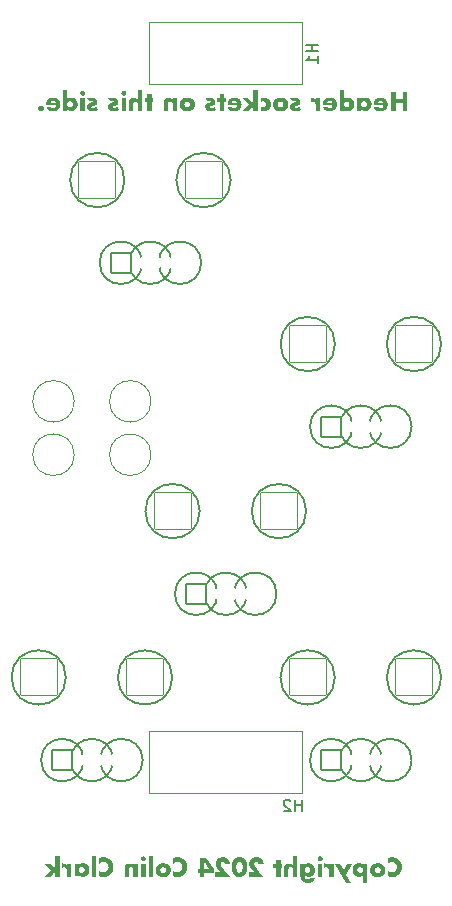
<source format=gbo>
%TF.GenerationSoftware,KiCad,Pcbnew,7.0.8*%
%TF.CreationDate,2024-02-25T17:45:40-05:00*%
%TF.ProjectId,lichen-bifocals-control-board,6c696368-656e-42d6-9269-666f63616c73,1.0*%
%TF.SameCoordinates,Original*%
%TF.FileFunction,Legend,Bot*%
%TF.FilePolarity,Positive*%
%FSLAX46Y46*%
G04 Gerber Fmt 4.6, Leading zero omitted, Abs format (unit mm)*
G04 Created by KiCad (PCBNEW 7.0.8) date 2024-02-25 17:45:40*
%MOMM*%
%LPD*%
G01*
G04 APERTURE LIST*
G04 Aperture macros list*
%AMRoundRect*
0 Rectangle with rounded corners*
0 $1 Rounding radius*
0 $2 $3 $4 $5 $6 $7 $8 $9 X,Y pos of 4 corners*
0 Add a 4 corners polygon primitive as box body*
4,1,4,$2,$3,$4,$5,$6,$7,$8,$9,$2,$3,0*
0 Add four circle primitives for the rounded corners*
1,1,$1+$1,$2,$3*
1,1,$1+$1,$4,$5*
1,1,$1+$1,$6,$7*
1,1,$1+$1,$8,$9*
0 Add four rect primitives between the rounded corners*
20,1,$1+$1,$2,$3,$4,$5,0*
20,1,$1+$1,$4,$5,$6,$7,0*
20,1,$1+$1,$6,$7,$8,$9,0*
20,1,$1+$1,$8,$9,$2,$3,0*%
G04 Aperture macros list end*
%ADD10C,0.250000*%
%ADD11C,0.150000*%
%ADD12C,0.127000*%
%ADD13C,0.101600*%
%ADD14C,0.120000*%
%ADD15C,1.802400*%
%ADD16RoundRect,0.076200X-0.825000X0.825000X-0.825000X-0.825000X0.825000X-0.825000X0.825000X0.825000X0*%
%ADD17RoundRect,0.076200X-1.558000X1.558000X-1.558000X-1.558000X1.558000X-1.558000X1.558000X1.558000X0*%
%ADD18C,1.371600*%
%ADD19C,2.032000*%
%ADD20O,1.700000X1.700000*%
G04 APERTURE END LIST*
D10*
G36*
X135134699Y-117330212D02*
G01*
X134527634Y-117330212D01*
X134527634Y-116720582D01*
X134126465Y-116720582D01*
X134126465Y-118315000D01*
X134527634Y-118315000D01*
X134527634Y-117664337D01*
X135134699Y-117664337D01*
X135134699Y-118315000D01*
X135535868Y-118315000D01*
X135535868Y-116720582D01*
X135134699Y-116720582D01*
X135134699Y-117330212D01*
G37*
G36*
X133276848Y-117189690D02*
G01*
X133293828Y-117190175D01*
X133310587Y-117190984D01*
X133327127Y-117192116D01*
X133343446Y-117193571D01*
X133359544Y-117195350D01*
X133375422Y-117197453D01*
X133391080Y-117199878D01*
X133406518Y-117202627D01*
X133421735Y-117205700D01*
X133436731Y-117209096D01*
X133451507Y-117212815D01*
X133466063Y-117216858D01*
X133480399Y-117221225D01*
X133494514Y-117225914D01*
X133508408Y-117230928D01*
X133522066Y-117236241D01*
X133542074Y-117244732D01*
X133561508Y-117253848D01*
X133580370Y-117263589D01*
X133598659Y-117273954D01*
X133616374Y-117284944D01*
X133633516Y-117296558D01*
X133650085Y-117308798D01*
X133666081Y-117321661D01*
X133681504Y-117335150D01*
X133696353Y-117349263D01*
X133705923Y-117358963D01*
X133719757Y-117373996D01*
X133732967Y-117389609D01*
X133745552Y-117405801D01*
X133757512Y-117422573D01*
X133768847Y-117439925D01*
X133779558Y-117457856D01*
X133789644Y-117476367D01*
X133799106Y-117495457D01*
X133807942Y-117515127D01*
X133816154Y-117535376D01*
X133821212Y-117549129D01*
X133825943Y-117563094D01*
X133830348Y-117577271D01*
X133834427Y-117591659D01*
X133838179Y-117606259D01*
X133841605Y-117621071D01*
X133844705Y-117636095D01*
X133847479Y-117651331D01*
X133849926Y-117666778D01*
X133852047Y-117682437D01*
X133853841Y-117698308D01*
X133855310Y-117714391D01*
X133856452Y-117730686D01*
X133857267Y-117747192D01*
X133857757Y-117763910D01*
X133857920Y-117780840D01*
X133857748Y-117797228D01*
X133857233Y-117813418D01*
X133856374Y-117829411D01*
X133855172Y-117845206D01*
X133853627Y-117860804D01*
X133851738Y-117876204D01*
X133849505Y-117891407D01*
X133846929Y-117906412D01*
X133844010Y-117921219D01*
X133840747Y-117935830D01*
X133837140Y-117950242D01*
X133833190Y-117964458D01*
X133828897Y-117978475D01*
X133821813Y-117999132D01*
X133813956Y-118019344D01*
X133808316Y-118032508D01*
X133799314Y-118051821D01*
X133789662Y-118070612D01*
X133779359Y-118088881D01*
X133768405Y-118106628D01*
X133756802Y-118123854D01*
X133744547Y-118140559D01*
X133731643Y-118156741D01*
X133718088Y-118172402D01*
X133703882Y-118187542D01*
X133689026Y-118202159D01*
X133678779Y-118211593D01*
X133662937Y-118225229D01*
X133646528Y-118238246D01*
X133629552Y-118250645D01*
X133612009Y-118262426D01*
X133593900Y-118273589D01*
X133575224Y-118284133D01*
X133555981Y-118294059D01*
X133536172Y-118303367D01*
X133522651Y-118309229D01*
X133508878Y-118314816D01*
X133494853Y-118320129D01*
X133480569Y-118325186D01*
X133466111Y-118329917D01*
X133451477Y-118334322D01*
X133436670Y-118338401D01*
X133421687Y-118342153D01*
X133406531Y-118345579D01*
X133391199Y-118348679D01*
X133375693Y-118351453D01*
X133360012Y-118353900D01*
X133344157Y-118356021D01*
X133328127Y-118357815D01*
X133311923Y-118359284D01*
X133295544Y-118360426D01*
X133278990Y-118361242D01*
X133262262Y-118361731D01*
X133245359Y-118361894D01*
X133217842Y-118361525D01*
X133190978Y-118360419D01*
X133164768Y-118358574D01*
X133139211Y-118355992D01*
X133114307Y-118352672D01*
X133090056Y-118348615D01*
X133066459Y-118343820D01*
X133043515Y-118338287D01*
X133021224Y-118332016D01*
X132999587Y-118325007D01*
X132978603Y-118317261D01*
X132958272Y-118308777D01*
X132938595Y-118299555D01*
X132919571Y-118289596D01*
X132901200Y-118278899D01*
X132883483Y-118267464D01*
X132866418Y-118255291D01*
X132850007Y-118242381D01*
X132834250Y-118228733D01*
X132819146Y-118214347D01*
X132804695Y-118199223D01*
X132790897Y-118183362D01*
X132777752Y-118166763D01*
X132765261Y-118149426D01*
X132753424Y-118131351D01*
X132742239Y-118112539D01*
X132731708Y-118092989D01*
X132721830Y-118072701D01*
X132712605Y-118051676D01*
X132704034Y-118029912D01*
X132696116Y-118007411D01*
X132688852Y-117984173D01*
X133060345Y-117984173D01*
X133064389Y-117990101D01*
X133077243Y-118006755D01*
X133091180Y-118021717D01*
X133106198Y-118034984D01*
X133122298Y-118046558D01*
X133139480Y-118056438D01*
X133157743Y-118064624D01*
X133177089Y-118071117D01*
X133197517Y-118075916D01*
X133219026Y-118079021D01*
X133233967Y-118080150D01*
X133249389Y-118080526D01*
X133277649Y-118079610D01*
X133304086Y-118076863D01*
X133328700Y-118072283D01*
X133351490Y-118065872D01*
X133372457Y-118057629D01*
X133391601Y-118047554D01*
X133408922Y-118035647D01*
X133424419Y-118021908D01*
X133438094Y-118006338D01*
X133449945Y-117988935D01*
X133459972Y-117969701D01*
X133468177Y-117948635D01*
X133474558Y-117925737D01*
X133479116Y-117901008D01*
X133481851Y-117874446D01*
X133482763Y-117846053D01*
X132673831Y-117846053D01*
X132673831Y-117805020D01*
X132673987Y-117787182D01*
X132674455Y-117769569D01*
X132675235Y-117752182D01*
X132676326Y-117735022D01*
X132677730Y-117718088D01*
X132679446Y-117701379D01*
X132681474Y-117684897D01*
X132683814Y-117668641D01*
X132686466Y-117652611D01*
X132689430Y-117636808D01*
X132689805Y-117635027D01*
X133032501Y-117635027D01*
X133472138Y-117635027D01*
X133471182Y-117629480D01*
X133467822Y-117613309D01*
X133463728Y-117597846D01*
X133458901Y-117583092D01*
X133453339Y-117569047D01*
X133447042Y-117555710D01*
X133437505Y-117539029D01*
X133426663Y-117523607D01*
X133414516Y-117509445D01*
X133401064Y-117496542D01*
X133386449Y-117485036D01*
X133370816Y-117475064D01*
X133354163Y-117466626D01*
X133336492Y-117459722D01*
X133317802Y-117454353D01*
X133303115Y-117451332D01*
X133287856Y-117449175D01*
X133272023Y-117447880D01*
X133255617Y-117447449D01*
X133239906Y-117447903D01*
X133224645Y-117449265D01*
X133209835Y-117451535D01*
X133195476Y-117454713D01*
X133177032Y-117460363D01*
X133159389Y-117467628D01*
X133142548Y-117476506D01*
X133126508Y-117486999D01*
X133111270Y-117499106D01*
X133104007Y-117505648D01*
X133090417Y-117519512D01*
X133078075Y-117534419D01*
X133066981Y-117550367D01*
X133059479Y-117563012D01*
X133052680Y-117576243D01*
X133046582Y-117590060D01*
X133041187Y-117604463D01*
X133036493Y-117619452D01*
X133032501Y-117635027D01*
X132689805Y-117635027D01*
X132692706Y-117621230D01*
X132696293Y-117605879D01*
X132700193Y-117590753D01*
X132704405Y-117575854D01*
X132708929Y-117561181D01*
X132713764Y-117546734D01*
X132718896Y-117532494D01*
X132724309Y-117518535D01*
X132730002Y-117504856D01*
X132735975Y-117491458D01*
X132745461Y-117471887D01*
X132755579Y-117452947D01*
X132766327Y-117434638D01*
X132777706Y-117416961D01*
X132789717Y-117399914D01*
X132802359Y-117383498D01*
X132815631Y-117367714D01*
X132829535Y-117352561D01*
X132839101Y-117342770D01*
X132853943Y-117328638D01*
X132869378Y-117315169D01*
X132885405Y-117302363D01*
X132902024Y-117290220D01*
X132919236Y-117278741D01*
X132937040Y-117267925D01*
X132955437Y-117257772D01*
X132974427Y-117248283D01*
X132994009Y-117239457D01*
X133014183Y-117231294D01*
X133027936Y-117226236D01*
X133041901Y-117221505D01*
X133056077Y-117217100D01*
X133070466Y-117213022D01*
X133085066Y-117209269D01*
X133099878Y-117205843D01*
X133114902Y-117202743D01*
X133130137Y-117199970D01*
X133145585Y-117197523D01*
X133161244Y-117195402D01*
X133177115Y-117193607D01*
X133193198Y-117192139D01*
X133209492Y-117190997D01*
X133225999Y-117190181D01*
X133242717Y-117189692D01*
X133259647Y-117189528D01*
X133276848Y-117189690D01*
G37*
G36*
X131978252Y-117183844D02*
G01*
X132000149Y-117184776D01*
X132021679Y-117186506D01*
X132042842Y-117189035D01*
X132063638Y-117192362D01*
X132084067Y-117196488D01*
X132104128Y-117201412D01*
X132123823Y-117207135D01*
X132143151Y-117213657D01*
X132162111Y-117220977D01*
X132180704Y-117229096D01*
X132192826Y-117234905D01*
X132210611Y-117244106D01*
X132227920Y-117253894D01*
X132244752Y-117264268D01*
X132261107Y-117275228D01*
X132276986Y-117286773D01*
X132292388Y-117298905D01*
X132307314Y-117311623D01*
X132321763Y-117324927D01*
X132335736Y-117338817D01*
X132349232Y-117353293D01*
X132357950Y-117363197D01*
X132370577Y-117378438D01*
X132382663Y-117394143D01*
X132394207Y-117410312D01*
X132405211Y-117426944D01*
X132415674Y-117444040D01*
X132425596Y-117461600D01*
X132434977Y-117479623D01*
X132443817Y-117498110D01*
X132452116Y-117517061D01*
X132459874Y-117536475D01*
X132464665Y-117549619D01*
X132471273Y-117569505D01*
X132477185Y-117589598D01*
X132482401Y-117609897D01*
X132486922Y-117630402D01*
X132490747Y-117651113D01*
X132493877Y-117672030D01*
X132496311Y-117693153D01*
X132498050Y-117714483D01*
X132499093Y-117736018D01*
X132499441Y-117757759D01*
X132499402Y-117765572D01*
X132499084Y-117781082D01*
X132498448Y-117796441D01*
X132497495Y-117811648D01*
X132496224Y-117826703D01*
X132494636Y-117841606D01*
X132492730Y-117856358D01*
X132490506Y-117870958D01*
X132487964Y-117885407D01*
X132483556Y-117906795D01*
X132478433Y-117927842D01*
X132472595Y-117948548D01*
X132466042Y-117968912D01*
X132458775Y-117988935D01*
X132453566Y-118002064D01*
X132445279Y-118021361D01*
X132436427Y-118040181D01*
X132427007Y-118058524D01*
X132417021Y-118076390D01*
X132406468Y-118093781D01*
X132395348Y-118110694D01*
X132383662Y-118127131D01*
X132371408Y-118143092D01*
X132358588Y-118158576D01*
X132345202Y-118173583D01*
X132335947Y-118183246D01*
X132321705Y-118197225D01*
X132307031Y-118210586D01*
X132291926Y-118223328D01*
X132276390Y-118235453D01*
X132260422Y-118246959D01*
X132244022Y-118257847D01*
X132227191Y-118268116D01*
X132209929Y-118277768D01*
X132192235Y-118286801D01*
X132174110Y-118295216D01*
X132161808Y-118300451D01*
X132143076Y-118307670D01*
X132124009Y-118314129D01*
X132104608Y-118319829D01*
X132084871Y-118324768D01*
X132064800Y-118328948D01*
X132044394Y-118332367D01*
X132023653Y-118335027D01*
X132002577Y-118336927D01*
X131981166Y-118338067D01*
X131959420Y-118338447D01*
X131933926Y-118337807D01*
X131909102Y-118335888D01*
X131884948Y-118332689D01*
X131861464Y-118328212D01*
X131838649Y-118322454D01*
X131816504Y-118315417D01*
X131795029Y-118307101D01*
X131774223Y-118297506D01*
X131754087Y-118286631D01*
X131734621Y-118274476D01*
X131715825Y-118261042D01*
X131697699Y-118246329D01*
X131680242Y-118230336D01*
X131663455Y-118213064D01*
X131647338Y-118194513D01*
X131631891Y-118174682D01*
X131631891Y-118291552D01*
X131256734Y-118291552D01*
X131256734Y-117762156D01*
X131619068Y-117762156D01*
X131619144Y-117768405D01*
X131619997Y-117783817D01*
X131621798Y-117798924D01*
X131624548Y-117813727D01*
X131628246Y-117828226D01*
X131632891Y-117842421D01*
X131638485Y-117856311D01*
X131642235Y-117864461D01*
X131648972Y-117877629D01*
X131657860Y-117892746D01*
X131667623Y-117907116D01*
X131678261Y-117920739D01*
X131689776Y-117933614D01*
X131695859Y-117939737D01*
X131708661Y-117951208D01*
X131722314Y-117961650D01*
X131736817Y-117971061D01*
X131752170Y-117979441D01*
X131765614Y-117985638D01*
X131771086Y-117987901D01*
X131784968Y-117992918D01*
X131799136Y-117997024D01*
X131813590Y-118000217D01*
X131828331Y-118002498D01*
X131843357Y-118003866D01*
X131858670Y-118004323D01*
X131865010Y-118004250D01*
X131880634Y-118003429D01*
X131895936Y-118001695D01*
X131910916Y-117999049D01*
X131925575Y-117995491D01*
X131939911Y-117991021D01*
X131953925Y-117985638D01*
X131962062Y-117982006D01*
X131975151Y-117975380D01*
X131990079Y-117966484D01*
X132004157Y-117956558D01*
X132017385Y-117945601D01*
X132029762Y-117933614D01*
X132039295Y-117922910D01*
X132049908Y-117909308D01*
X132059620Y-117894883D01*
X132067024Y-117882232D01*
X132073802Y-117869008D01*
X132079954Y-117855212D01*
X132082172Y-117849552D01*
X132087092Y-117835164D01*
X132091117Y-117820436D01*
X132094247Y-117805369D01*
X132096483Y-117789961D01*
X132097825Y-117774213D01*
X132098272Y-117758126D01*
X132097825Y-117742523D01*
X132096483Y-117727314D01*
X132094247Y-117712498D01*
X132091117Y-117698076D01*
X132086179Y-117681289D01*
X132079954Y-117665069D01*
X132077568Y-117659748D01*
X132069810Y-117644232D01*
X132061151Y-117629386D01*
X132051590Y-117615209D01*
X132041127Y-117601703D01*
X132029762Y-117588866D01*
X132023680Y-117582743D01*
X132010877Y-117571271D01*
X131997224Y-117560830D01*
X131982721Y-117551419D01*
X131967368Y-117543038D01*
X131953925Y-117536842D01*
X131948358Y-117534535D01*
X131934215Y-117529419D01*
X131919750Y-117525233D01*
X131904963Y-117521977D01*
X131889854Y-117519651D01*
X131874423Y-117518256D01*
X131858670Y-117517791D01*
X131852511Y-117517865D01*
X131837312Y-117518702D01*
X131822400Y-117520470D01*
X131807774Y-117523168D01*
X131793434Y-117526795D01*
X131779381Y-117531353D01*
X131765614Y-117536842D01*
X131757477Y-117540474D01*
X131744387Y-117547100D01*
X131729459Y-117555996D01*
X131715382Y-117565922D01*
X131702154Y-117576879D01*
X131689776Y-117588866D01*
X131680120Y-117599570D01*
X131669335Y-117613171D01*
X131659426Y-117627597D01*
X131651837Y-117640248D01*
X131644857Y-117653472D01*
X131638485Y-117667267D01*
X131636134Y-117672876D01*
X131630919Y-117687085D01*
X131626653Y-117701563D01*
X131623334Y-117716308D01*
X131620964Y-117731323D01*
X131619542Y-117746605D01*
X131619068Y-117762156D01*
X131256734Y-117762156D01*
X131256734Y-117212976D01*
X131631891Y-117212976D01*
X131631891Y-117323984D01*
X131648599Y-117306993D01*
X131665842Y-117291097D01*
X131683621Y-117276298D01*
X131701935Y-117262595D01*
X131720784Y-117249989D01*
X131740168Y-117238478D01*
X131760088Y-117228064D01*
X131780543Y-117218746D01*
X131801533Y-117210524D01*
X131823058Y-117203399D01*
X131845119Y-117197370D01*
X131867715Y-117192436D01*
X131890846Y-117188600D01*
X131914512Y-117185859D01*
X131938714Y-117184215D01*
X131963450Y-117183667D01*
X131978252Y-117183844D01*
G37*
G36*
X130160572Y-117327281D02*
G01*
X130177280Y-117309891D01*
X130194523Y-117293622D01*
X130212302Y-117278475D01*
X130230616Y-117264450D01*
X130249465Y-117251547D01*
X130268850Y-117239766D01*
X130288769Y-117229107D01*
X130309224Y-117219570D01*
X130330214Y-117211155D01*
X130351739Y-117203862D01*
X130373800Y-117197692D01*
X130396396Y-117192643D01*
X130419527Y-117188716D01*
X130443193Y-117185911D01*
X130467395Y-117184228D01*
X130492131Y-117183667D01*
X130506936Y-117183844D01*
X130528848Y-117184776D01*
X130550406Y-117186506D01*
X130571610Y-117189035D01*
X130592459Y-117192362D01*
X130612955Y-117196488D01*
X130633096Y-117201412D01*
X130652883Y-117207135D01*
X130672315Y-117213657D01*
X130691394Y-117220977D01*
X130710118Y-117229096D01*
X130722374Y-117234905D01*
X130740350Y-117244106D01*
X130757837Y-117253894D01*
X130774834Y-117264268D01*
X130791342Y-117275228D01*
X130807361Y-117286773D01*
X130822890Y-117298905D01*
X130837929Y-117311623D01*
X130852479Y-117324927D01*
X130866540Y-117338817D01*
X130880111Y-117353293D01*
X130888825Y-117363197D01*
X130901429Y-117378438D01*
X130913473Y-117394143D01*
X130924957Y-117410312D01*
X130935880Y-117426944D01*
X130946243Y-117444040D01*
X130956046Y-117461600D01*
X130965288Y-117479623D01*
X130973971Y-117498110D01*
X130982092Y-117517061D01*
X130989654Y-117536475D01*
X130994312Y-117549619D01*
X131000736Y-117569505D01*
X131006484Y-117589598D01*
X131011555Y-117609897D01*
X131015951Y-117630402D01*
X131019670Y-117651113D01*
X131022713Y-117672030D01*
X131025079Y-117693153D01*
X131026770Y-117714483D01*
X131027784Y-117736018D01*
X131028122Y-117757759D01*
X131027963Y-117773079D01*
X131027487Y-117788265D01*
X131026693Y-117803316D01*
X131025581Y-117818232D01*
X131024151Y-117833014D01*
X131022404Y-117847662D01*
X131020339Y-117862175D01*
X131016645Y-117883692D01*
X131012237Y-117904906D01*
X131007114Y-117925818D01*
X131001276Y-117946427D01*
X130994723Y-117966733D01*
X130987456Y-117986737D01*
X130982247Y-117999866D01*
X130973961Y-118019162D01*
X130965108Y-118037982D01*
X130955688Y-118056326D01*
X130945702Y-118074192D01*
X130935149Y-118091582D01*
X130924029Y-118108496D01*
X130912343Y-118124933D01*
X130900089Y-118140893D01*
X130887270Y-118156377D01*
X130873883Y-118171385D01*
X130864628Y-118181052D01*
X130850386Y-118195053D01*
X130835712Y-118208456D01*
X130820607Y-118221260D01*
X130805071Y-118233465D01*
X130789103Y-118245071D01*
X130772703Y-118256078D01*
X130755873Y-118266486D01*
X130738610Y-118276295D01*
X130720916Y-118285505D01*
X130702791Y-118294117D01*
X130690489Y-118299485D01*
X130671757Y-118306888D01*
X130652691Y-118313511D01*
X130633289Y-118319355D01*
X130613553Y-118324420D01*
X130593481Y-118328706D01*
X130573075Y-118332213D01*
X130552334Y-118334940D01*
X130531258Y-118336888D01*
X130509847Y-118338057D01*
X130488101Y-118338447D01*
X130462608Y-118337861D01*
X130437784Y-118336106D01*
X130413629Y-118333179D01*
X130390145Y-118329082D01*
X130367330Y-118323814D01*
X130345185Y-118317375D01*
X130323710Y-118309766D01*
X130302904Y-118300986D01*
X130282769Y-118291036D01*
X130263303Y-118279914D01*
X130244506Y-118267623D01*
X130226380Y-118254160D01*
X130208923Y-118239527D01*
X130192136Y-118223723D01*
X130176019Y-118206749D01*
X130160572Y-118188604D01*
X130160572Y-118315000D01*
X129785415Y-118315000D01*
X129785415Y-117762156D01*
X130147749Y-117762156D01*
X130147825Y-117768405D01*
X130148678Y-117783817D01*
X130150480Y-117798924D01*
X130153229Y-117813727D01*
X130156927Y-117828226D01*
X130161572Y-117842421D01*
X130167166Y-117856311D01*
X130170917Y-117864461D01*
X130177653Y-117877629D01*
X130186541Y-117892746D01*
X130196304Y-117907116D01*
X130206943Y-117920739D01*
X130218457Y-117933614D01*
X130224540Y-117939737D01*
X130237343Y-117951208D01*
X130250995Y-117961650D01*
X130265498Y-117971061D01*
X130280851Y-117979441D01*
X130294295Y-117985638D01*
X130299767Y-117987901D01*
X130313649Y-117992918D01*
X130327817Y-117997024D01*
X130342271Y-118000217D01*
X130357012Y-118002498D01*
X130372038Y-118003866D01*
X130387351Y-118004323D01*
X130393691Y-118004250D01*
X130409315Y-118003429D01*
X130424617Y-118001695D01*
X130439597Y-117999049D01*
X130454256Y-117995491D01*
X130468592Y-117991021D01*
X130482606Y-117985638D01*
X130490743Y-117982006D01*
X130503832Y-117975380D01*
X130518760Y-117966484D01*
X130532838Y-117956558D01*
X130546066Y-117945601D01*
X130558443Y-117933614D01*
X130567976Y-117922910D01*
X130578589Y-117909308D01*
X130588301Y-117894883D01*
X130595705Y-117882232D01*
X130602483Y-117869008D01*
X130608635Y-117855212D01*
X130610853Y-117849552D01*
X130615773Y-117835164D01*
X130619798Y-117820436D01*
X130622928Y-117805369D01*
X130625165Y-117789961D01*
X130626506Y-117774213D01*
X130626953Y-117758126D01*
X130626479Y-117742523D01*
X130625057Y-117727314D01*
X130622687Y-117712498D01*
X130619369Y-117698076D01*
X130614135Y-117681289D01*
X130607536Y-117665069D01*
X130605060Y-117659748D01*
X130597049Y-117644232D01*
X130588162Y-117629386D01*
X130578399Y-117615209D01*
X130567760Y-117601703D01*
X130556245Y-117588866D01*
X130550166Y-117582743D01*
X130537389Y-117571271D01*
X130523788Y-117560830D01*
X130509362Y-117551419D01*
X130494112Y-117543038D01*
X130480774Y-117536842D01*
X130475257Y-117534535D01*
X130461277Y-117529419D01*
X130447029Y-117525233D01*
X130432512Y-117521977D01*
X130417727Y-117519651D01*
X130402673Y-117518256D01*
X130387351Y-117517791D01*
X130381192Y-117517865D01*
X130365993Y-117518702D01*
X130351081Y-117520470D01*
X130336455Y-117523168D01*
X130322115Y-117526795D01*
X130308062Y-117531353D01*
X130294295Y-117536842D01*
X130286158Y-117540474D01*
X130273068Y-117547100D01*
X130258141Y-117555996D01*
X130244063Y-117565922D01*
X130230835Y-117576879D01*
X130218457Y-117588866D01*
X130208801Y-117599570D01*
X130198016Y-117613171D01*
X130188107Y-117627597D01*
X130180519Y-117640248D01*
X130173538Y-117653472D01*
X130167166Y-117667267D01*
X130164815Y-117672876D01*
X130159600Y-117687085D01*
X130155334Y-117701563D01*
X130152015Y-117716308D01*
X130149645Y-117731323D01*
X130148223Y-117746605D01*
X130147749Y-117762156D01*
X129785415Y-117762156D01*
X129785415Y-116556451D01*
X130160572Y-116556451D01*
X130160572Y-117327281D01*
G37*
G36*
X128975731Y-117189690D02*
G01*
X128992711Y-117190175D01*
X129009471Y-117190984D01*
X129026010Y-117192116D01*
X129042329Y-117193571D01*
X129058428Y-117195350D01*
X129074306Y-117197453D01*
X129089964Y-117199878D01*
X129105401Y-117202627D01*
X129120618Y-117205700D01*
X129135615Y-117209096D01*
X129150391Y-117212815D01*
X129164947Y-117216858D01*
X129179282Y-117221225D01*
X129193397Y-117225914D01*
X129207292Y-117230928D01*
X129220949Y-117236241D01*
X129240957Y-117244732D01*
X129260392Y-117253848D01*
X129279253Y-117263589D01*
X129297542Y-117273954D01*
X129315257Y-117284944D01*
X129332400Y-117296558D01*
X129348969Y-117308798D01*
X129364964Y-117321661D01*
X129380387Y-117335150D01*
X129395237Y-117349263D01*
X129404807Y-117358963D01*
X129418641Y-117373996D01*
X129431850Y-117389609D01*
X129444435Y-117405801D01*
X129456395Y-117422573D01*
X129467731Y-117439925D01*
X129478442Y-117457856D01*
X129488528Y-117476367D01*
X129497989Y-117495457D01*
X129506826Y-117515127D01*
X129515038Y-117535376D01*
X129520095Y-117549129D01*
X129524827Y-117563094D01*
X129529232Y-117577271D01*
X129533310Y-117591659D01*
X129537063Y-117606259D01*
X129540489Y-117621071D01*
X129543589Y-117636095D01*
X129546362Y-117651331D01*
X129548809Y-117666778D01*
X129550930Y-117682437D01*
X129552725Y-117698308D01*
X129554193Y-117714391D01*
X129555335Y-117730686D01*
X129556151Y-117747192D01*
X129556640Y-117763910D01*
X129556803Y-117780840D01*
X129556632Y-117797228D01*
X129556116Y-117813418D01*
X129555258Y-117829411D01*
X129554056Y-117845206D01*
X129552510Y-117860804D01*
X129550621Y-117876204D01*
X129548388Y-117891407D01*
X129545812Y-117906412D01*
X129542893Y-117921219D01*
X129539630Y-117935830D01*
X129536024Y-117950242D01*
X129532074Y-117964458D01*
X129527780Y-117978475D01*
X129520696Y-117999132D01*
X129512840Y-118019344D01*
X129507200Y-118032508D01*
X129498198Y-118051821D01*
X129488545Y-118070612D01*
X129478242Y-118088881D01*
X129467289Y-118106628D01*
X129455685Y-118123854D01*
X129443431Y-118140559D01*
X129430526Y-118156741D01*
X129416971Y-118172402D01*
X129402765Y-118187542D01*
X129387909Y-118202159D01*
X129377663Y-118211593D01*
X129361820Y-118225229D01*
X129345411Y-118238246D01*
X129328435Y-118250645D01*
X129310893Y-118262426D01*
X129292784Y-118273589D01*
X129274108Y-118284133D01*
X129254865Y-118294059D01*
X129235055Y-118303367D01*
X129221534Y-118309229D01*
X129207761Y-118314816D01*
X129193736Y-118320129D01*
X129179453Y-118325186D01*
X129164994Y-118329917D01*
X129150361Y-118334322D01*
X129135553Y-118338401D01*
X129120571Y-118342153D01*
X129105414Y-118345579D01*
X129090083Y-118348679D01*
X129074576Y-118351453D01*
X129058896Y-118353900D01*
X129043040Y-118356021D01*
X129027011Y-118357815D01*
X129010806Y-118359284D01*
X128994427Y-118360426D01*
X128977873Y-118361242D01*
X128961145Y-118361731D01*
X128944242Y-118361894D01*
X128916725Y-118361525D01*
X128889862Y-118360419D01*
X128863651Y-118358574D01*
X128838094Y-118355992D01*
X128813190Y-118352672D01*
X128788940Y-118348615D01*
X128765342Y-118343820D01*
X128742399Y-118338287D01*
X128720108Y-118332016D01*
X128698471Y-118325007D01*
X128677487Y-118317261D01*
X128657156Y-118308777D01*
X128637478Y-118299555D01*
X128618454Y-118289596D01*
X128600084Y-118278899D01*
X128582366Y-118267464D01*
X128565302Y-118255291D01*
X128548891Y-118242381D01*
X128533133Y-118228733D01*
X128518029Y-118214347D01*
X128503578Y-118199223D01*
X128489780Y-118183362D01*
X128476636Y-118166763D01*
X128464145Y-118149426D01*
X128452307Y-118131351D01*
X128441123Y-118112539D01*
X128430591Y-118092989D01*
X128420714Y-118072701D01*
X128411489Y-118051676D01*
X128402918Y-118029912D01*
X128395000Y-118007411D01*
X128387735Y-117984173D01*
X128759228Y-117984173D01*
X128763273Y-117990101D01*
X128776127Y-118006755D01*
X128790063Y-118021717D01*
X128805081Y-118034984D01*
X128821181Y-118046558D01*
X128838363Y-118056438D01*
X128856627Y-118064624D01*
X128875973Y-118071117D01*
X128896400Y-118075916D01*
X128917910Y-118079021D01*
X128932851Y-118080150D01*
X128948272Y-118080526D01*
X128976532Y-118079610D01*
X129002969Y-118076863D01*
X129027583Y-118072283D01*
X129050373Y-118065872D01*
X129071341Y-118057629D01*
X129090485Y-118047554D01*
X129107805Y-118035647D01*
X129123303Y-118021908D01*
X129136977Y-118006338D01*
X129148828Y-117988935D01*
X129158856Y-117969701D01*
X129167061Y-117948635D01*
X129173442Y-117925737D01*
X129178000Y-117901008D01*
X129180735Y-117874446D01*
X129181646Y-117846053D01*
X128372714Y-117846053D01*
X128372714Y-117805020D01*
X128372870Y-117787182D01*
X128373338Y-117769569D01*
X128374118Y-117752182D01*
X128375210Y-117735022D01*
X128376614Y-117718088D01*
X128378330Y-117701379D01*
X128380358Y-117684897D01*
X128382698Y-117668641D01*
X128385349Y-117652611D01*
X128388313Y-117636808D01*
X128388688Y-117635027D01*
X128731385Y-117635027D01*
X129171022Y-117635027D01*
X129170065Y-117629480D01*
X129166706Y-117613309D01*
X129162612Y-117597846D01*
X129157784Y-117583092D01*
X129152222Y-117569047D01*
X129145926Y-117555710D01*
X129136389Y-117539029D01*
X129125547Y-117523607D01*
X129113400Y-117509445D01*
X129099947Y-117496542D01*
X129085333Y-117485036D01*
X129069699Y-117475064D01*
X129053047Y-117466626D01*
X129035375Y-117459722D01*
X129016685Y-117454353D01*
X129001999Y-117451332D01*
X128986739Y-117449175D01*
X128970906Y-117447880D01*
X128954501Y-117447449D01*
X128938789Y-117447903D01*
X128923528Y-117449265D01*
X128908719Y-117451535D01*
X128894360Y-117454713D01*
X128875915Y-117460363D01*
X128858273Y-117467628D01*
X128841431Y-117476506D01*
X128825391Y-117486999D01*
X128810153Y-117499106D01*
X128802890Y-117505648D01*
X128789300Y-117519512D01*
X128776958Y-117534419D01*
X128765864Y-117550367D01*
X128758363Y-117563012D01*
X128751563Y-117576243D01*
X128745466Y-117590060D01*
X128740070Y-117604463D01*
X128735376Y-117619452D01*
X128731385Y-117635027D01*
X128388688Y-117635027D01*
X128391589Y-117621230D01*
X128395177Y-117605879D01*
X128399077Y-117590753D01*
X128403288Y-117575854D01*
X128407812Y-117561181D01*
X128412648Y-117546734D01*
X128417780Y-117532494D01*
X128423192Y-117518535D01*
X128428885Y-117504856D01*
X128434859Y-117491458D01*
X128444345Y-117471887D01*
X128454462Y-117452947D01*
X128465210Y-117434638D01*
X128476590Y-117416961D01*
X128488600Y-117399914D01*
X128501242Y-117383498D01*
X128514515Y-117367714D01*
X128528419Y-117352561D01*
X128537984Y-117342770D01*
X128552826Y-117328638D01*
X128568261Y-117315169D01*
X128584288Y-117302363D01*
X128600908Y-117290220D01*
X128618119Y-117278741D01*
X128635924Y-117267925D01*
X128654321Y-117257772D01*
X128673310Y-117248283D01*
X128692892Y-117239457D01*
X128713066Y-117231294D01*
X128726819Y-117226236D01*
X128740784Y-117221505D01*
X128754961Y-117217100D01*
X128769349Y-117213022D01*
X128783949Y-117209269D01*
X128798761Y-117205843D01*
X128813785Y-117202743D01*
X128829021Y-117199970D01*
X128844468Y-117197523D01*
X128860127Y-117195402D01*
X128875998Y-117193607D01*
X128892081Y-117192139D01*
X128908376Y-117190997D01*
X128924882Y-117190181D01*
X128941601Y-117189692D01*
X128958531Y-117189528D01*
X128975731Y-117189690D01*
G37*
G36*
X128151430Y-117236423D02*
G01*
X127776273Y-117236423D01*
X127776273Y-117411912D01*
X127764488Y-117393770D01*
X127752213Y-117376440D01*
X127739449Y-117359921D01*
X127726196Y-117344214D01*
X127712453Y-117329319D01*
X127698220Y-117315234D01*
X127683498Y-117301962D01*
X127668287Y-117289500D01*
X127652586Y-117277850D01*
X127636396Y-117267012D01*
X127625331Y-117260237D01*
X127608309Y-117250743D01*
X127590765Y-117242183D01*
X127572700Y-117234557D01*
X127554113Y-117227865D01*
X127535005Y-117222107D01*
X127515374Y-117217282D01*
X127495223Y-117213391D01*
X127474549Y-117210434D01*
X127453354Y-117208411D01*
X127431637Y-117207321D01*
X127416870Y-117207114D01*
X127402144Y-117207114D01*
X127387237Y-117207114D01*
X127383897Y-117207114D01*
X127368404Y-117208021D01*
X127353878Y-117210205D01*
X127342498Y-117212609D01*
X127342498Y-117579340D01*
X127356967Y-117572531D01*
X127371662Y-117566391D01*
X127386583Y-117560922D01*
X127401729Y-117556122D01*
X127417100Y-117551992D01*
X127432696Y-117548531D01*
X127448518Y-117545740D01*
X127464566Y-117543620D01*
X127480839Y-117542168D01*
X127497337Y-117541387D01*
X127508461Y-117541238D01*
X127524916Y-117541547D01*
X127540850Y-117542475D01*
X127556263Y-117544020D01*
X127571155Y-117546184D01*
X127592516Y-117550589D01*
X127612706Y-117556385D01*
X127631723Y-117563572D01*
X127649568Y-117572150D01*
X127666241Y-117582119D01*
X127681742Y-117593479D01*
X127696071Y-117606231D01*
X127709228Y-117620373D01*
X127721210Y-117635848D01*
X127732013Y-117652599D01*
X127741638Y-117670624D01*
X127750084Y-117689925D01*
X127757351Y-117710501D01*
X127761542Y-117724926D01*
X127765208Y-117739919D01*
X127768351Y-117755478D01*
X127770970Y-117771603D01*
X127773065Y-117788296D01*
X127774636Y-117805555D01*
X127775684Y-117823381D01*
X127776208Y-117841773D01*
X127776273Y-117851182D01*
X127776273Y-118315000D01*
X128151430Y-118315000D01*
X128151430Y-117236423D01*
G37*
G36*
X125757606Y-117502770D02*
G01*
X125770917Y-117496071D01*
X125784196Y-117489804D01*
X125804056Y-117481214D01*
X125823845Y-117473597D01*
X125843563Y-117466952D01*
X125863210Y-117461279D01*
X125882787Y-117456579D01*
X125902293Y-117452851D01*
X125921727Y-117450096D01*
X125941091Y-117448313D01*
X125960385Y-117447503D01*
X125966800Y-117447449D01*
X125983120Y-117447977D01*
X125998420Y-117449560D01*
X126015435Y-117452853D01*
X126030981Y-117457666D01*
X126045059Y-117463998D01*
X126053628Y-117469064D01*
X126066476Y-117479222D01*
X126076168Y-117490783D01*
X126083381Y-117505712D01*
X126086311Y-117520278D01*
X126086601Y-117526950D01*
X126085619Y-117542538D01*
X126082093Y-117556917D01*
X126081472Y-117558457D01*
X126072300Y-117570603D01*
X126060263Y-117579473D01*
X126058025Y-117580806D01*
X126043439Y-117587893D01*
X126028544Y-117593371D01*
X126013065Y-117597996D01*
X126004535Y-117600223D01*
X125988079Y-117604120D01*
X125972271Y-117607795D01*
X125957897Y-117611094D01*
X125942432Y-117614607D01*
X125925876Y-117618335D01*
X125911845Y-117621472D01*
X125892195Y-117625699D01*
X125873177Y-117630322D01*
X125854791Y-117635339D01*
X125837038Y-117640752D01*
X125819918Y-117646559D01*
X125803430Y-117652762D01*
X125787575Y-117659359D01*
X125772352Y-117666352D01*
X125757762Y-117673739D01*
X125743804Y-117681521D01*
X125730479Y-117689699D01*
X125717787Y-117698271D01*
X125705727Y-117707238D01*
X125694299Y-117716601D01*
X125678344Y-117731385D01*
X125673342Y-117736510D01*
X125659200Y-117752372D01*
X125646449Y-117769045D01*
X125635089Y-117786530D01*
X125625119Y-117804826D01*
X125616541Y-117823933D01*
X125609354Y-117843852D01*
X125603558Y-117864583D01*
X125599153Y-117886124D01*
X125596990Y-117900936D01*
X125595444Y-117916109D01*
X125594517Y-117931642D01*
X125594207Y-117947536D01*
X125594542Y-117965501D01*
X125595547Y-117983124D01*
X125597221Y-118000405D01*
X125599566Y-118017346D01*
X125602579Y-118033945D01*
X125606263Y-118050203D01*
X125610617Y-118066119D01*
X125615640Y-118081694D01*
X125621333Y-118096928D01*
X125627695Y-118111820D01*
X125632309Y-118121559D01*
X125639714Y-118135838D01*
X125647641Y-118149685D01*
X125656089Y-118163100D01*
X125665059Y-118176084D01*
X125674550Y-118188637D01*
X125684563Y-118200758D01*
X125695098Y-118212448D01*
X125706155Y-118223706D01*
X125717733Y-118234533D01*
X125729832Y-118244928D01*
X125738189Y-118251618D01*
X125751138Y-118261236D01*
X125764571Y-118270440D01*
X125778487Y-118279233D01*
X125792886Y-118287614D01*
X125807767Y-118295582D01*
X125823132Y-118303138D01*
X125838980Y-118310283D01*
X125855311Y-118317015D01*
X125872124Y-118323334D01*
X125889421Y-118329242D01*
X125901221Y-118332951D01*
X125919183Y-118338124D01*
X125937486Y-118342787D01*
X125956131Y-118346942D01*
X125975118Y-118350588D01*
X125994445Y-118353726D01*
X126014114Y-118356354D01*
X126034124Y-118358474D01*
X126054475Y-118360085D01*
X126075168Y-118361188D01*
X126096202Y-118361781D01*
X126110415Y-118361894D01*
X126137868Y-118361413D01*
X126165272Y-118359971D01*
X126192628Y-118357566D01*
X126219935Y-118354200D01*
X126247193Y-118349873D01*
X126274403Y-118344583D01*
X126301564Y-118338332D01*
X126328676Y-118331120D01*
X126355740Y-118322945D01*
X126382755Y-118313809D01*
X126409721Y-118303711D01*
X126436639Y-118292651D01*
X126450080Y-118286761D01*
X126463508Y-118280630D01*
X126476925Y-118274259D01*
X126490329Y-118267647D01*
X126503721Y-118260795D01*
X126517101Y-118253702D01*
X126530468Y-118246369D01*
X126543824Y-118238796D01*
X126405338Y-117967320D01*
X126384797Y-117981028D01*
X126364391Y-117993853D01*
X126344119Y-118005792D01*
X126323982Y-118016848D01*
X126303980Y-118027019D01*
X126284111Y-118036305D01*
X126264378Y-118044707D01*
X126244779Y-118052225D01*
X126225314Y-118058858D01*
X126205984Y-118064607D01*
X126186789Y-118069471D01*
X126167728Y-118073451D01*
X126148801Y-118076546D01*
X126130009Y-118078758D01*
X126111352Y-118080084D01*
X126092829Y-118080526D01*
X126076368Y-118079954D01*
X126060873Y-118078237D01*
X126046343Y-118075374D01*
X126030183Y-118070428D01*
X126015414Y-118063834D01*
X126004169Y-118057079D01*
X125992341Y-118047711D01*
X125981634Y-118035675D01*
X125974259Y-118022446D01*
X125970214Y-118008026D01*
X125969364Y-117996995D01*
X125970137Y-117981917D01*
X125972992Y-117967191D01*
X125974860Y-117961824D01*
X125983012Y-117948452D01*
X125994086Y-117938396D01*
X125997208Y-117936179D01*
X126010994Y-117928170D01*
X126025172Y-117922068D01*
X126039964Y-117916985D01*
X126048133Y-117914563D01*
X126063843Y-117910343D01*
X126078844Y-117906643D01*
X126095262Y-117902864D01*
X126110025Y-117899657D01*
X126125773Y-117896396D01*
X126135694Y-117894413D01*
X126157938Y-117889653D01*
X126179331Y-117884625D01*
X126199875Y-117879327D01*
X126219568Y-117873760D01*
X126238412Y-117867923D01*
X126256405Y-117861818D01*
X126273548Y-117855444D01*
X126289842Y-117848801D01*
X126305285Y-117841889D01*
X126319878Y-117834707D01*
X126333621Y-117827257D01*
X126346514Y-117819538D01*
X126364259Y-117807454D01*
X126380092Y-117794765D01*
X126389584Y-117785969D01*
X126402483Y-117772088D01*
X126414112Y-117757234D01*
X126424473Y-117741408D01*
X126433565Y-117724609D01*
X126441389Y-117706838D01*
X126447944Y-117688094D01*
X126453230Y-117668378D01*
X126457247Y-117647690D01*
X126459996Y-117626029D01*
X126461124Y-117611048D01*
X126461688Y-117595635D01*
X126461758Y-117587766D01*
X126461462Y-117570620D01*
X126460573Y-117553802D01*
X126459092Y-117537312D01*
X126457018Y-117521151D01*
X126454352Y-117505318D01*
X126451093Y-117489814D01*
X126447242Y-117474638D01*
X126442799Y-117459791D01*
X126437763Y-117445272D01*
X126432134Y-117431081D01*
X126428053Y-117421803D01*
X126421406Y-117408127D01*
X126414245Y-117394850D01*
X126406569Y-117381972D01*
X126398377Y-117369493D01*
X126389670Y-117357414D01*
X126380448Y-117345734D01*
X126370711Y-117334453D01*
X126360458Y-117323572D01*
X126349691Y-117313090D01*
X126338408Y-117303007D01*
X126330600Y-117296507D01*
X126318418Y-117287096D01*
X126305780Y-117278097D01*
X126292684Y-117269510D01*
X126279131Y-117261336D01*
X126265121Y-117253574D01*
X126250654Y-117246223D01*
X126235729Y-117239285D01*
X126220347Y-117232759D01*
X126204508Y-117226646D01*
X126188211Y-117220944D01*
X126177093Y-117217372D01*
X126160017Y-117212396D01*
X126142588Y-117207910D01*
X126124803Y-117203913D01*
X126106665Y-117200405D01*
X126088173Y-117197387D01*
X126069326Y-117194858D01*
X126050125Y-117192819D01*
X126030570Y-117191269D01*
X126010661Y-117190208D01*
X125990397Y-117189637D01*
X125976692Y-117189528D01*
X125954246Y-117189795D01*
X125931881Y-117190593D01*
X125909596Y-117191924D01*
X125887390Y-117193787D01*
X125865265Y-117196183D01*
X125843221Y-117199111D01*
X125821256Y-117202572D01*
X125799371Y-117206564D01*
X125777567Y-117211090D01*
X125755843Y-117216147D01*
X125734199Y-117221737D01*
X125712635Y-117227859D01*
X125691151Y-117234514D01*
X125669747Y-117241701D01*
X125648424Y-117249420D01*
X125627180Y-117257672D01*
X125757606Y-117502770D01*
G37*
G36*
X124811934Y-117189703D02*
G01*
X124829262Y-117190227D01*
X124846418Y-117191100D01*
X124863402Y-117192322D01*
X124880215Y-117193893D01*
X124896856Y-117195814D01*
X124913325Y-117198084D01*
X124929623Y-117200703D01*
X124945748Y-117203671D01*
X124961702Y-117206988D01*
X124977485Y-117210655D01*
X124993095Y-117214670D01*
X125008534Y-117219035D01*
X125023801Y-117223749D01*
X125038897Y-117228812D01*
X125053820Y-117234225D01*
X125061185Y-117237028D01*
X125075725Y-117242833D01*
X125090013Y-117248901D01*
X125104049Y-117255232D01*
X125117834Y-117261827D01*
X125131366Y-117268685D01*
X125144647Y-117275806D01*
X125157676Y-117283190D01*
X125170453Y-117290838D01*
X125182978Y-117298749D01*
X125195251Y-117306924D01*
X125207272Y-117315362D01*
X125224832Y-117328512D01*
X125241825Y-117342255D01*
X125258251Y-117356591D01*
X125268822Y-117366407D01*
X125284129Y-117381533D01*
X125298780Y-117397143D01*
X125312775Y-117413235D01*
X125326112Y-117429810D01*
X125338792Y-117446869D01*
X125350816Y-117464410D01*
X125362182Y-117482435D01*
X125372892Y-117500942D01*
X125382945Y-117519933D01*
X125392341Y-117539406D01*
X125395293Y-117545994D01*
X125403589Y-117565951D01*
X125411041Y-117586197D01*
X125417650Y-117606733D01*
X125423415Y-117627559D01*
X125428336Y-117648674D01*
X125432414Y-117670080D01*
X125435648Y-117691775D01*
X125437335Y-117706400D01*
X125438647Y-117721153D01*
X125439585Y-117736035D01*
X125440147Y-117751046D01*
X125440334Y-117766186D01*
X125440147Y-117782851D01*
X125439585Y-117799325D01*
X125438647Y-117815606D01*
X125437335Y-117831696D01*
X125435648Y-117847595D01*
X125433585Y-117863301D01*
X125431148Y-117878816D01*
X125428336Y-117894139D01*
X125425149Y-117909270D01*
X125421587Y-117924209D01*
X125417650Y-117938957D01*
X125413338Y-117953512D01*
X125408651Y-117967877D01*
X125403589Y-117982049D01*
X125398152Y-117996029D01*
X125392341Y-118009818D01*
X125389282Y-118016612D01*
X125382951Y-118030025D01*
X125376334Y-118043202D01*
X125365871Y-118062529D01*
X125354764Y-118081327D01*
X125343013Y-118099597D01*
X125330618Y-118117340D01*
X125317580Y-118134554D01*
X125303897Y-118151240D01*
X125289570Y-118167398D01*
X125274599Y-118183028D01*
X125258984Y-118198129D01*
X125248234Y-118207834D01*
X125231636Y-118221859D01*
X125214471Y-118235247D01*
X125196739Y-118247997D01*
X125178441Y-118260109D01*
X125165928Y-118267830D01*
X125153162Y-118275268D01*
X125140145Y-118282422D01*
X125126875Y-118289292D01*
X125113354Y-118295880D01*
X125099581Y-118302184D01*
X125085556Y-118308205D01*
X125071280Y-118313942D01*
X125056751Y-118319396D01*
X125041969Y-118324542D01*
X125027024Y-118329356D01*
X125011916Y-118333839D01*
X124996644Y-118337989D01*
X124981210Y-118341807D01*
X124965612Y-118345293D01*
X124949851Y-118348447D01*
X124933927Y-118351270D01*
X124917840Y-118353760D01*
X124901590Y-118355918D01*
X124885177Y-118357744D01*
X124868600Y-118359238D01*
X124851860Y-118360400D01*
X124834958Y-118361230D01*
X124817892Y-118361728D01*
X124800662Y-118361894D01*
X124783156Y-118361728D01*
X124765806Y-118361230D01*
X124748614Y-118360400D01*
X124731580Y-118359238D01*
X124714703Y-118357744D01*
X124697983Y-118355918D01*
X124681421Y-118353760D01*
X124665016Y-118351270D01*
X124648769Y-118348447D01*
X124632679Y-118345293D01*
X124616746Y-118341807D01*
X124600971Y-118337989D01*
X124585353Y-118333839D01*
X124569893Y-118329356D01*
X124554590Y-118324542D01*
X124539445Y-118319396D01*
X124531945Y-118316705D01*
X124517151Y-118311118D01*
X124502628Y-118305257D01*
X124488377Y-118299120D01*
X124474398Y-118292709D01*
X124460690Y-118286022D01*
X124447255Y-118279061D01*
X124434092Y-118271826D01*
X124421200Y-118264315D01*
X124408581Y-118256530D01*
X124396233Y-118248470D01*
X124384157Y-118240135D01*
X124366554Y-118227118D01*
X124349562Y-118213482D01*
X124333182Y-118199228D01*
X124317361Y-118184339D01*
X124302184Y-118168935D01*
X124287651Y-118153015D01*
X124273762Y-118136580D01*
X124260517Y-118119630D01*
X124247916Y-118102165D01*
X124235959Y-118084184D01*
X124224646Y-118065689D01*
X124213977Y-118046678D01*
X124203952Y-118027152D01*
X124197627Y-118013848D01*
X124191638Y-118000343D01*
X124186035Y-117986663D01*
X124180818Y-117972808D01*
X124175988Y-117958779D01*
X124171545Y-117944575D01*
X124167488Y-117930197D01*
X124163817Y-117915644D01*
X124160532Y-117900916D01*
X124157634Y-117886014D01*
X124155123Y-117870937D01*
X124152998Y-117855686D01*
X124151259Y-117840260D01*
X124149906Y-117824660D01*
X124148940Y-117808884D01*
X124148361Y-117792935D01*
X124148168Y-117776810D01*
X124148194Y-117774612D01*
X124549337Y-117774612D01*
X124549415Y-117781271D01*
X124550301Y-117797681D01*
X124552170Y-117813750D01*
X124555023Y-117829480D01*
X124558861Y-117844870D01*
X124563682Y-117859920D01*
X124569487Y-117874630D01*
X124572010Y-117880354D01*
X124578756Y-117894264D01*
X124586128Y-117907602D01*
X124594126Y-117920368D01*
X124602750Y-117932561D01*
X124612000Y-117944182D01*
X124621877Y-117955230D01*
X124623904Y-117957367D01*
X124634418Y-117967603D01*
X124647860Y-117978895D01*
X124659751Y-117987478D01*
X124672268Y-117995309D01*
X124685410Y-118002390D01*
X124699180Y-118008719D01*
X124704789Y-118011026D01*
X124719015Y-118016142D01*
X124733526Y-118020328D01*
X124748324Y-118023584D01*
X124763408Y-118025909D01*
X124778778Y-118027305D01*
X124794434Y-118027770D01*
X124800688Y-118027695D01*
X124816148Y-118026858D01*
X124831357Y-118025091D01*
X124846316Y-118022393D01*
X124861024Y-118018765D01*
X124875482Y-118014207D01*
X124889689Y-118008719D01*
X124895273Y-118006277D01*
X124908808Y-117999648D01*
X124921734Y-117992267D01*
X124934053Y-117984135D01*
X124945763Y-117975251D01*
X124956865Y-117965616D01*
X124967358Y-117955230D01*
X124971340Y-117950879D01*
X124980867Y-117939602D01*
X124989787Y-117927752D01*
X124998098Y-117915330D01*
X125005801Y-117902336D01*
X125012895Y-117888769D01*
X125019382Y-117874630D01*
X125021778Y-117868778D01*
X125027091Y-117853835D01*
X125031438Y-117838445D01*
X125034819Y-117822608D01*
X125037234Y-117806324D01*
X125038683Y-117789593D01*
X125039166Y-117772414D01*
X125039088Y-117766027D01*
X125038219Y-117750272D01*
X125036384Y-117734822D01*
X125033582Y-117719675D01*
X125029815Y-117704833D01*
X125025081Y-117690294D01*
X125019382Y-117676060D01*
X125016860Y-117670469D01*
X125010131Y-117656854D01*
X125002792Y-117643757D01*
X124994846Y-117631180D01*
X124986292Y-117619121D01*
X124977129Y-117607581D01*
X124967358Y-117596559D01*
X124963234Y-117592314D01*
X124952497Y-117582229D01*
X124941152Y-117572894D01*
X124929198Y-117564311D01*
X124916637Y-117556479D01*
X124903467Y-117549399D01*
X124889689Y-117543070D01*
X124884036Y-117540719D01*
X124869729Y-117535504D01*
X124855171Y-117531238D01*
X124840362Y-117527919D01*
X124825303Y-117525549D01*
X124809994Y-117524127D01*
X124794434Y-117523653D01*
X124788137Y-117523729D01*
X124772596Y-117524582D01*
X124757340Y-117526383D01*
X124742370Y-117529133D01*
X124727687Y-117532830D01*
X124713290Y-117537476D01*
X124699180Y-117543070D01*
X124685410Y-117549399D01*
X124672268Y-117556479D01*
X124659751Y-117564311D01*
X124645557Y-117574701D01*
X124632265Y-117586173D01*
X124621877Y-117596559D01*
X124617851Y-117600910D01*
X124608225Y-117612187D01*
X124599225Y-117624036D01*
X124590851Y-117636459D01*
X124583104Y-117649453D01*
X124575982Y-117663020D01*
X124569487Y-117677159D01*
X124567047Y-117682950D01*
X124561635Y-117697601D01*
X124557208Y-117712502D01*
X124553764Y-117727654D01*
X124551304Y-117743056D01*
X124549828Y-117758709D01*
X124549337Y-117774612D01*
X124148194Y-117774612D01*
X124148357Y-117760642D01*
X124148923Y-117744650D01*
X124149868Y-117728837D01*
X124151190Y-117713200D01*
X124152890Y-117697742D01*
X124154968Y-117682460D01*
X124157424Y-117667356D01*
X124160258Y-117652430D01*
X124163469Y-117637681D01*
X124167058Y-117623109D01*
X124171025Y-117608715D01*
X124175370Y-117594498D01*
X124180093Y-117580459D01*
X124185193Y-117566597D01*
X124190672Y-117552913D01*
X124196528Y-117539406D01*
X124202724Y-117526104D01*
X124212588Y-117506586D01*
X124223135Y-117487589D01*
X124234364Y-117469113D01*
X124246276Y-117451160D01*
X124258871Y-117433728D01*
X124272148Y-117416817D01*
X124286107Y-117400429D01*
X124300750Y-117384562D01*
X124316075Y-117369216D01*
X124332083Y-117354392D01*
X124343059Y-117344774D01*
X124359986Y-117330856D01*
X124377466Y-117317550D01*
X124389427Y-117309019D01*
X124401635Y-117300760D01*
X124414088Y-117292773D01*
X124426788Y-117285058D01*
X124439734Y-117277615D01*
X124452926Y-117270443D01*
X124466364Y-117263544D01*
X124480048Y-117256917D01*
X124493978Y-117250561D01*
X124508155Y-117244477D01*
X124522578Y-117238666D01*
X124537247Y-117233126D01*
X124552119Y-117227846D01*
X124567151Y-117222908D01*
X124582344Y-117218310D01*
X124597697Y-117214052D01*
X124613210Y-117210135D01*
X124628883Y-117206559D01*
X124644717Y-117203323D01*
X124660711Y-117200428D01*
X124676866Y-117197873D01*
X124693180Y-117195659D01*
X124709655Y-117193786D01*
X124726290Y-117192253D01*
X124743086Y-117191061D01*
X124760042Y-117190210D01*
X124777158Y-117189699D01*
X124794434Y-117189528D01*
X124811934Y-117189703D01*
G37*
G36*
X123114654Y-117584469D02*
G01*
X123126887Y-117576395D01*
X123145258Y-117565260D01*
X123163655Y-117555297D01*
X123182078Y-117546507D01*
X123200526Y-117538888D01*
X123219001Y-117532442D01*
X123237501Y-117527167D01*
X123256026Y-117523065D01*
X123274578Y-117520135D01*
X123293155Y-117518377D01*
X123311758Y-117517791D01*
X123328524Y-117518256D01*
X123344931Y-117519651D01*
X123360981Y-117521977D01*
X123376673Y-117525233D01*
X123392008Y-117529419D01*
X123406984Y-117534535D01*
X123412875Y-117536842D01*
X123427137Y-117543065D01*
X123440846Y-117550058D01*
X123453999Y-117557820D01*
X123466598Y-117566351D01*
X123478643Y-117575652D01*
X123490133Y-117585721D01*
X123494574Y-117589965D01*
X123505189Y-117601040D01*
X123515053Y-117612741D01*
X123524166Y-117625068D01*
X123532527Y-117638021D01*
X123540137Y-117651601D01*
X123546995Y-117665806D01*
X123549528Y-117671664D01*
X123555228Y-117686587D01*
X123559961Y-117702046D01*
X123563729Y-117718043D01*
X123566530Y-117734575D01*
X123568365Y-117751645D01*
X123569235Y-117769251D01*
X123569312Y-117776444D01*
X123568829Y-117793852D01*
X123567380Y-117810812D01*
X123564965Y-117827325D01*
X123561584Y-117843391D01*
X123557237Y-117859010D01*
X123551924Y-117874182D01*
X123549528Y-117880125D01*
X123542997Y-117894476D01*
X123535768Y-117908218D01*
X123527842Y-117921352D01*
X123519218Y-117933878D01*
X123509896Y-117945795D01*
X123499876Y-117957105D01*
X123495673Y-117961458D01*
X123484695Y-117971844D01*
X123473054Y-117981479D01*
X123460752Y-117990363D01*
X123447788Y-117998495D01*
X123434162Y-118005876D01*
X123419874Y-118012506D01*
X123413974Y-118014947D01*
X123398824Y-118020330D01*
X123383369Y-118024800D01*
X123367611Y-118028358D01*
X123351549Y-118031004D01*
X123335182Y-118032738D01*
X123318511Y-118033559D01*
X123311758Y-118033632D01*
X123292097Y-118032988D01*
X123272680Y-118031056D01*
X123253508Y-118027836D01*
X123234581Y-118023328D01*
X123215899Y-118017532D01*
X123197461Y-118010448D01*
X123179268Y-118002076D01*
X123161320Y-117992416D01*
X123143616Y-117981468D01*
X123126157Y-117969232D01*
X123114654Y-117960359D01*
X123114654Y-118278729D01*
X123132227Y-118285961D01*
X123149682Y-118292726D01*
X123167020Y-118299024D01*
X123184240Y-118304856D01*
X123201344Y-118310221D01*
X123218329Y-118315120D01*
X123235198Y-118319552D01*
X123251949Y-118323517D01*
X123268583Y-118327017D01*
X123285099Y-118330049D01*
X123301498Y-118332615D01*
X123317780Y-118334714D01*
X123333945Y-118336347D01*
X123349992Y-118337514D01*
X123365921Y-118338214D01*
X123381734Y-118338447D01*
X123396390Y-118338291D01*
X123418207Y-118337472D01*
X123439825Y-118335951D01*
X123461244Y-118333728D01*
X123482462Y-118330803D01*
X123503481Y-118327176D01*
X123524301Y-118322848D01*
X123544921Y-118317817D01*
X123565341Y-118312084D01*
X123585561Y-118305650D01*
X123605582Y-118298513D01*
X123625284Y-118290720D01*
X123644548Y-118282314D01*
X123663375Y-118273297D01*
X123681763Y-118263668D01*
X123699713Y-118253428D01*
X123717226Y-118242575D01*
X123734301Y-118231111D01*
X123750937Y-118219035D01*
X123767136Y-118206347D01*
X123782897Y-118193047D01*
X123793161Y-118183841D01*
X123808055Y-118169501D01*
X123822377Y-118154646D01*
X123836125Y-118139276D01*
X123849300Y-118123391D01*
X123861902Y-118106990D01*
X123873931Y-118090075D01*
X123885387Y-118072644D01*
X123896269Y-118054698D01*
X123906579Y-118036236D01*
X123916315Y-118017260D01*
X123922487Y-118004323D01*
X123931064Y-117984532D01*
X123938798Y-117964317D01*
X123945687Y-117943677D01*
X123951733Y-117922612D01*
X123955295Y-117908332D01*
X123958483Y-117893864D01*
X123961295Y-117879206D01*
X123963732Y-117864360D01*
X123965794Y-117849325D01*
X123967481Y-117834101D01*
X123968794Y-117818688D01*
X123969731Y-117803086D01*
X123970294Y-117787295D01*
X123970481Y-117771315D01*
X123970301Y-117755371D01*
X123969760Y-117739596D01*
X123968858Y-117723990D01*
X123967596Y-117708552D01*
X123965973Y-117693284D01*
X123963989Y-117678184D01*
X123961645Y-117663253D01*
X123958941Y-117648491D01*
X123955875Y-117633898D01*
X123952449Y-117619474D01*
X123948662Y-117605219D01*
X123944515Y-117591132D01*
X123937618Y-117570319D01*
X123929909Y-117549886D01*
X123924319Y-117536475D01*
X123915368Y-117516746D01*
X123905823Y-117497539D01*
X123895687Y-117478854D01*
X123884958Y-117460690D01*
X123873636Y-117443047D01*
X123861722Y-117425926D01*
X123849216Y-117409327D01*
X123836117Y-117393250D01*
X123822425Y-117377694D01*
X123808142Y-117362660D01*
X123798290Y-117352927D01*
X123782982Y-117338798D01*
X123767146Y-117325261D01*
X123750782Y-117312316D01*
X123733890Y-117299964D01*
X123716470Y-117288205D01*
X123698521Y-117277038D01*
X123680045Y-117266464D01*
X123661041Y-117256482D01*
X123641508Y-117247092D01*
X123621447Y-117238295D01*
X123607780Y-117232759D01*
X123593934Y-117227524D01*
X123579965Y-117222627D01*
X123565873Y-117218068D01*
X123551658Y-117213846D01*
X123537320Y-117209962D01*
X123522858Y-117206416D01*
X123508274Y-117203207D01*
X123493566Y-117200336D01*
X123478736Y-117197803D01*
X123463782Y-117195608D01*
X123448705Y-117193750D01*
X123433505Y-117192230D01*
X123418183Y-117191048D01*
X123402737Y-117190204D01*
X123387168Y-117189697D01*
X123371475Y-117189528D01*
X123354158Y-117189767D01*
X123337009Y-117190484D01*
X123320028Y-117191679D01*
X123303217Y-117193352D01*
X123286575Y-117195503D01*
X123270101Y-117198132D01*
X123253797Y-117201239D01*
X123237661Y-117204824D01*
X123221694Y-117208887D01*
X123205896Y-117213428D01*
X123190267Y-117218447D01*
X123174807Y-117223944D01*
X123159515Y-117229919D01*
X123144393Y-117236372D01*
X123129439Y-117243302D01*
X123114654Y-117250711D01*
X123114654Y-117584469D01*
G37*
G36*
X122466922Y-116556451D02*
G01*
X122466922Y-117625502D01*
X122067951Y-117236423D01*
X121547348Y-117236423D01*
X122087002Y-117734678D01*
X121515840Y-118315000D01*
X122048900Y-118315000D01*
X122466922Y-117875729D01*
X122466922Y-118315000D01*
X122842079Y-118315000D01*
X122842079Y-116556451D01*
X122466922Y-116556451D01*
G37*
G36*
X120908390Y-117189690D02*
G01*
X120925370Y-117190175D01*
X120942130Y-117190984D01*
X120958669Y-117192116D01*
X120974988Y-117193571D01*
X120991087Y-117195350D01*
X121006965Y-117197453D01*
X121022622Y-117199878D01*
X121038060Y-117202627D01*
X121053277Y-117205700D01*
X121068273Y-117209096D01*
X121083050Y-117212815D01*
X121097606Y-117216858D01*
X121111941Y-117221225D01*
X121126056Y-117225914D01*
X121139951Y-117230928D01*
X121153608Y-117236241D01*
X121173616Y-117244732D01*
X121193051Y-117253848D01*
X121211912Y-117263589D01*
X121230201Y-117273954D01*
X121247916Y-117284944D01*
X121265058Y-117296558D01*
X121281627Y-117308798D01*
X121297623Y-117321661D01*
X121313046Y-117335150D01*
X121327896Y-117349263D01*
X121337465Y-117358963D01*
X121351300Y-117373996D01*
X121364509Y-117389609D01*
X121377094Y-117405801D01*
X121389054Y-117422573D01*
X121400389Y-117439925D01*
X121411100Y-117457856D01*
X121421186Y-117476367D01*
X121430648Y-117495457D01*
X121439485Y-117515127D01*
X121447697Y-117535376D01*
X121452754Y-117549129D01*
X121457485Y-117563094D01*
X121461890Y-117577271D01*
X121465969Y-117591659D01*
X121469721Y-117606259D01*
X121473148Y-117621071D01*
X121476247Y-117636095D01*
X121479021Y-117651331D01*
X121481468Y-117666778D01*
X121483589Y-117682437D01*
X121485384Y-117698308D01*
X121486852Y-117714391D01*
X121487994Y-117730686D01*
X121488810Y-117747192D01*
X121489299Y-117763910D01*
X121489462Y-117780840D01*
X121489290Y-117797228D01*
X121488775Y-117813418D01*
X121487917Y-117829411D01*
X121486714Y-117845206D01*
X121485169Y-117860804D01*
X121483280Y-117876204D01*
X121481047Y-117891407D01*
X121478471Y-117906412D01*
X121475552Y-117921219D01*
X121472289Y-117935830D01*
X121468682Y-117950242D01*
X121464733Y-117964458D01*
X121460439Y-117978475D01*
X121453355Y-117999132D01*
X121445498Y-118019344D01*
X121439858Y-118032508D01*
X121430856Y-118051821D01*
X121421204Y-118070612D01*
X121410901Y-118088881D01*
X121399948Y-118106628D01*
X121388344Y-118123854D01*
X121376090Y-118140559D01*
X121363185Y-118156741D01*
X121349630Y-118172402D01*
X121335424Y-118187542D01*
X121320568Y-118202159D01*
X121310321Y-118211593D01*
X121294479Y-118225229D01*
X121278070Y-118238246D01*
X121261094Y-118250645D01*
X121243552Y-118262426D01*
X121225442Y-118273589D01*
X121206766Y-118284133D01*
X121187524Y-118294059D01*
X121167714Y-118303367D01*
X121154193Y-118309229D01*
X121140420Y-118314816D01*
X121126395Y-118320129D01*
X121112111Y-118325186D01*
X121097653Y-118329917D01*
X121083020Y-118334322D01*
X121068212Y-118338401D01*
X121053230Y-118342153D01*
X121038073Y-118345579D01*
X121022741Y-118348679D01*
X121007235Y-118351453D01*
X120991555Y-118353900D01*
X120975699Y-118356021D01*
X120959669Y-118357815D01*
X120943465Y-118359284D01*
X120927086Y-118360426D01*
X120910532Y-118361242D01*
X120893804Y-118361731D01*
X120876901Y-118361894D01*
X120849384Y-118361525D01*
X120822520Y-118360419D01*
X120796310Y-118358574D01*
X120770753Y-118355992D01*
X120745849Y-118352672D01*
X120721598Y-118348615D01*
X120698001Y-118343820D01*
X120675057Y-118338287D01*
X120652767Y-118332016D01*
X120631129Y-118325007D01*
X120610145Y-118317261D01*
X120589815Y-118308777D01*
X120570137Y-118299555D01*
X120551113Y-118289596D01*
X120532742Y-118278899D01*
X120515025Y-118267464D01*
X120497961Y-118255291D01*
X120481550Y-118242381D01*
X120465792Y-118228733D01*
X120450688Y-118214347D01*
X120436237Y-118199223D01*
X120422439Y-118183362D01*
X120409295Y-118166763D01*
X120396804Y-118149426D01*
X120384966Y-118131351D01*
X120373781Y-118112539D01*
X120363250Y-118092989D01*
X120353372Y-118072701D01*
X120344148Y-118051676D01*
X120335576Y-118029912D01*
X120327658Y-118007411D01*
X120320394Y-117984173D01*
X120691887Y-117984173D01*
X120695931Y-117990101D01*
X120708786Y-118006755D01*
X120722722Y-118021717D01*
X120737740Y-118034984D01*
X120753840Y-118046558D01*
X120771022Y-118056438D01*
X120789286Y-118064624D01*
X120808631Y-118071117D01*
X120829059Y-118075916D01*
X120850569Y-118079021D01*
X120865509Y-118080150D01*
X120880931Y-118080526D01*
X120909191Y-118079610D01*
X120935628Y-118076863D01*
X120960242Y-118072283D01*
X120983032Y-118065872D01*
X121003999Y-118057629D01*
X121023143Y-118047554D01*
X121040464Y-118035647D01*
X121055962Y-118021908D01*
X121069636Y-118006338D01*
X121081487Y-117988935D01*
X121091515Y-117969701D01*
X121099719Y-117948635D01*
X121106101Y-117925737D01*
X121110659Y-117901008D01*
X121113394Y-117874446D01*
X121114305Y-117846053D01*
X120305373Y-117846053D01*
X120305373Y-117805020D01*
X120305529Y-117787182D01*
X120305997Y-117769569D01*
X120306777Y-117752182D01*
X120307869Y-117735022D01*
X120309273Y-117718088D01*
X120310989Y-117701379D01*
X120313016Y-117684897D01*
X120315356Y-117668641D01*
X120318008Y-117652611D01*
X120320972Y-117636808D01*
X120321347Y-117635027D01*
X120664043Y-117635027D01*
X121103681Y-117635027D01*
X121102724Y-117629480D01*
X121099364Y-117613309D01*
X121095271Y-117597846D01*
X121090443Y-117583092D01*
X121084881Y-117569047D01*
X121078585Y-117555710D01*
X121069048Y-117539029D01*
X121058206Y-117523607D01*
X121046058Y-117509445D01*
X121032606Y-117496542D01*
X121017991Y-117485036D01*
X121002358Y-117475064D01*
X120985706Y-117466626D01*
X120968034Y-117459722D01*
X120949344Y-117454353D01*
X120934658Y-117451332D01*
X120919398Y-117449175D01*
X120903565Y-117447880D01*
X120887159Y-117447449D01*
X120871448Y-117447903D01*
X120856187Y-117449265D01*
X120841377Y-117451535D01*
X120827018Y-117454713D01*
X120808574Y-117460363D01*
X120790931Y-117467628D01*
X120774090Y-117476506D01*
X120758050Y-117486999D01*
X120742812Y-117499106D01*
X120735549Y-117505648D01*
X120721959Y-117519512D01*
X120709617Y-117534419D01*
X120698523Y-117550367D01*
X120691022Y-117563012D01*
X120684222Y-117576243D01*
X120678125Y-117590060D01*
X120672729Y-117604463D01*
X120668035Y-117619452D01*
X120664043Y-117635027D01*
X120321347Y-117635027D01*
X120324248Y-117621230D01*
X120327836Y-117605879D01*
X120331735Y-117590753D01*
X120335947Y-117575854D01*
X120340471Y-117561181D01*
X120345307Y-117546734D01*
X120350439Y-117532494D01*
X120355851Y-117518535D01*
X120361544Y-117504856D01*
X120367517Y-117491458D01*
X120377003Y-117471887D01*
X120387121Y-117452947D01*
X120397869Y-117434638D01*
X120409249Y-117416961D01*
X120421259Y-117399914D01*
X120433901Y-117383498D01*
X120447174Y-117367714D01*
X120461078Y-117352561D01*
X120470643Y-117342770D01*
X120485485Y-117328638D01*
X120500920Y-117315169D01*
X120516947Y-117302363D01*
X120533566Y-117290220D01*
X120550778Y-117278741D01*
X120568583Y-117267925D01*
X120586980Y-117257772D01*
X120605969Y-117248283D01*
X120625551Y-117239457D01*
X120645725Y-117231294D01*
X120659478Y-117226236D01*
X120673443Y-117221505D01*
X120687620Y-117217100D01*
X120702008Y-117213022D01*
X120716608Y-117209269D01*
X120731420Y-117205843D01*
X120746444Y-117202743D01*
X120761680Y-117199970D01*
X120777127Y-117197523D01*
X120792786Y-117195402D01*
X120808657Y-117193607D01*
X120824740Y-117192139D01*
X120841035Y-117190997D01*
X120857541Y-117190181D01*
X120874259Y-117189692D01*
X120891189Y-117189528D01*
X120908390Y-117189690D01*
G37*
G36*
X119670830Y-117564685D02*
G01*
X119670830Y-118315000D01*
X120045987Y-118315000D01*
X120045987Y-117564685D01*
X120163224Y-117564685D01*
X120163224Y-117236423D01*
X120045987Y-117236423D01*
X120045987Y-116908161D01*
X119670830Y-116908161D01*
X119670830Y-117236423D01*
X119436357Y-117236423D01*
X119436357Y-117564685D01*
X119670830Y-117564685D01*
G37*
G36*
X118572470Y-117502770D02*
G01*
X118585781Y-117496071D01*
X118599060Y-117489804D01*
X118618920Y-117481214D01*
X118638709Y-117473597D01*
X118658427Y-117466952D01*
X118678074Y-117461279D01*
X118697651Y-117456579D01*
X118717157Y-117452851D01*
X118736591Y-117450096D01*
X118755955Y-117448313D01*
X118775249Y-117447503D01*
X118781664Y-117447449D01*
X118797984Y-117447977D01*
X118813284Y-117449560D01*
X118830299Y-117452853D01*
X118845845Y-117457666D01*
X118859923Y-117463998D01*
X118868492Y-117469064D01*
X118881340Y-117479222D01*
X118891032Y-117490783D01*
X118898245Y-117505712D01*
X118901175Y-117520278D01*
X118901465Y-117526950D01*
X118900483Y-117542538D01*
X118896957Y-117556917D01*
X118896336Y-117558457D01*
X118887164Y-117570603D01*
X118875127Y-117579473D01*
X118872889Y-117580806D01*
X118858303Y-117587893D01*
X118843408Y-117593371D01*
X118827929Y-117597996D01*
X118819399Y-117600223D01*
X118802943Y-117604120D01*
X118787135Y-117607795D01*
X118772761Y-117611094D01*
X118757296Y-117614607D01*
X118740740Y-117618335D01*
X118726709Y-117621472D01*
X118707059Y-117625699D01*
X118688041Y-117630322D01*
X118669655Y-117635339D01*
X118651902Y-117640752D01*
X118634782Y-117646559D01*
X118618294Y-117652762D01*
X118602439Y-117659359D01*
X118587216Y-117666352D01*
X118572626Y-117673739D01*
X118558668Y-117681521D01*
X118545343Y-117689699D01*
X118532651Y-117698271D01*
X118520591Y-117707238D01*
X118509163Y-117716601D01*
X118493208Y-117731385D01*
X118488206Y-117736510D01*
X118474064Y-117752372D01*
X118461313Y-117769045D01*
X118449952Y-117786530D01*
X118439983Y-117804826D01*
X118431405Y-117823933D01*
X118424218Y-117843852D01*
X118418422Y-117864583D01*
X118414017Y-117886124D01*
X118411853Y-117900936D01*
X118410308Y-117916109D01*
X118409380Y-117931642D01*
X118409071Y-117947536D01*
X118409406Y-117965501D01*
X118410411Y-117983124D01*
X118412085Y-118000405D01*
X118414429Y-118017346D01*
X118417443Y-118033945D01*
X118421127Y-118050203D01*
X118425480Y-118066119D01*
X118430504Y-118081694D01*
X118436197Y-118096928D01*
X118442559Y-118111820D01*
X118447173Y-118121559D01*
X118454578Y-118135838D01*
X118462505Y-118149685D01*
X118470953Y-118163100D01*
X118479923Y-118176084D01*
X118489414Y-118188637D01*
X118499427Y-118200758D01*
X118509962Y-118212448D01*
X118521019Y-118223706D01*
X118532597Y-118234533D01*
X118544696Y-118244928D01*
X118553053Y-118251618D01*
X118566002Y-118261236D01*
X118579435Y-118270440D01*
X118593351Y-118279233D01*
X118607750Y-118287614D01*
X118622631Y-118295582D01*
X118637996Y-118303138D01*
X118653844Y-118310283D01*
X118670175Y-118317015D01*
X118686988Y-118323334D01*
X118704285Y-118329242D01*
X118716085Y-118332951D01*
X118734047Y-118338124D01*
X118752350Y-118342787D01*
X118770995Y-118346942D01*
X118789981Y-118350588D01*
X118809309Y-118353726D01*
X118828978Y-118356354D01*
X118848988Y-118358474D01*
X118869339Y-118360085D01*
X118890032Y-118361188D01*
X118911066Y-118361781D01*
X118925279Y-118361894D01*
X118952732Y-118361413D01*
X118980136Y-118359971D01*
X119007492Y-118357566D01*
X119034799Y-118354200D01*
X119062057Y-118349873D01*
X119089267Y-118344583D01*
X119116428Y-118338332D01*
X119143540Y-118331120D01*
X119170604Y-118322945D01*
X119197619Y-118313809D01*
X119224585Y-118303711D01*
X119251503Y-118292651D01*
X119264944Y-118286761D01*
X119278372Y-118280630D01*
X119291789Y-118274259D01*
X119305193Y-118267647D01*
X119318585Y-118260795D01*
X119331964Y-118253702D01*
X119345332Y-118246369D01*
X119358688Y-118238796D01*
X119220202Y-117967320D01*
X119199661Y-117981028D01*
X119179255Y-117993853D01*
X119158983Y-118005792D01*
X119138846Y-118016848D01*
X119118843Y-118027019D01*
X119098975Y-118036305D01*
X119079242Y-118044707D01*
X119059643Y-118052225D01*
X119040178Y-118058858D01*
X119020848Y-118064607D01*
X119001653Y-118069471D01*
X118982592Y-118073451D01*
X118963665Y-118076546D01*
X118944873Y-118078758D01*
X118926216Y-118080084D01*
X118907693Y-118080526D01*
X118891232Y-118079954D01*
X118875736Y-118078237D01*
X118861207Y-118075374D01*
X118845047Y-118070428D01*
X118830278Y-118063834D01*
X118819033Y-118057079D01*
X118807205Y-118047711D01*
X118796498Y-118035675D01*
X118789123Y-118022446D01*
X118785078Y-118008026D01*
X118784228Y-117996995D01*
X118785001Y-117981917D01*
X118787856Y-117967191D01*
X118789724Y-117961824D01*
X118797875Y-117948452D01*
X118808950Y-117938396D01*
X118812072Y-117936179D01*
X118825858Y-117928170D01*
X118840036Y-117922068D01*
X118854828Y-117916985D01*
X118862997Y-117914563D01*
X118878707Y-117910343D01*
X118893708Y-117906643D01*
X118910126Y-117902864D01*
X118924889Y-117899657D01*
X118940637Y-117896396D01*
X118950558Y-117894413D01*
X118972802Y-117889653D01*
X118994195Y-117884625D01*
X119014739Y-117879327D01*
X119034432Y-117873760D01*
X119053276Y-117867923D01*
X119071269Y-117861818D01*
X119088412Y-117855444D01*
X119104706Y-117848801D01*
X119120149Y-117841889D01*
X119134742Y-117834707D01*
X119148485Y-117827257D01*
X119161378Y-117819538D01*
X119179123Y-117807454D01*
X119194956Y-117794765D01*
X119204448Y-117785969D01*
X119217346Y-117772088D01*
X119228976Y-117757234D01*
X119239337Y-117741408D01*
X119248429Y-117724609D01*
X119256253Y-117706838D01*
X119262807Y-117688094D01*
X119268094Y-117668378D01*
X119272111Y-117647690D01*
X119274860Y-117626029D01*
X119275988Y-117611048D01*
X119276551Y-117595635D01*
X119276622Y-117587766D01*
X119276326Y-117570620D01*
X119275437Y-117553802D01*
X119273956Y-117537312D01*
X119271882Y-117521151D01*
X119269216Y-117505318D01*
X119265957Y-117489814D01*
X119262106Y-117474638D01*
X119257663Y-117459791D01*
X119252627Y-117445272D01*
X119246998Y-117431081D01*
X119242916Y-117421803D01*
X119236270Y-117408127D01*
X119229109Y-117394850D01*
X119221433Y-117381972D01*
X119213241Y-117369493D01*
X119204534Y-117357414D01*
X119195312Y-117345734D01*
X119185575Y-117334453D01*
X119175322Y-117323572D01*
X119164555Y-117313090D01*
X119153272Y-117303007D01*
X119145464Y-117296507D01*
X119133282Y-117287096D01*
X119120644Y-117278097D01*
X119107548Y-117269510D01*
X119093995Y-117261336D01*
X119079985Y-117253574D01*
X119065517Y-117246223D01*
X119050593Y-117239285D01*
X119035211Y-117232759D01*
X119019372Y-117226646D01*
X119003075Y-117220944D01*
X118991957Y-117217372D01*
X118974881Y-117212396D01*
X118957451Y-117207910D01*
X118939667Y-117203913D01*
X118921529Y-117200405D01*
X118903037Y-117197387D01*
X118884190Y-117194858D01*
X118864989Y-117192819D01*
X118845434Y-117191269D01*
X118825525Y-117190208D01*
X118805261Y-117189637D01*
X118791556Y-117189528D01*
X118769110Y-117189795D01*
X118746745Y-117190593D01*
X118724459Y-117191924D01*
X118702254Y-117193787D01*
X118680129Y-117196183D01*
X118658085Y-117199111D01*
X118636120Y-117202572D01*
X118614235Y-117206564D01*
X118592431Y-117211090D01*
X118570707Y-117216147D01*
X118549063Y-117221737D01*
X118527499Y-117227859D01*
X118506015Y-117234514D01*
X118484611Y-117241701D01*
X118463288Y-117249420D01*
X118442044Y-117257672D01*
X118572470Y-117502770D01*
G37*
G36*
X116913120Y-117189703D02*
G01*
X116930448Y-117190227D01*
X116947604Y-117191100D01*
X116964589Y-117192322D01*
X116981401Y-117193893D01*
X116998042Y-117195814D01*
X117014512Y-117198084D01*
X117030809Y-117200703D01*
X117046935Y-117203671D01*
X117062889Y-117206988D01*
X117078671Y-117210655D01*
X117094282Y-117214670D01*
X117109720Y-117219035D01*
X117124988Y-117223749D01*
X117140083Y-117228812D01*
X117155006Y-117234225D01*
X117162371Y-117237028D01*
X117176911Y-117242833D01*
X117191199Y-117248901D01*
X117205236Y-117255232D01*
X117219020Y-117261827D01*
X117232553Y-117268685D01*
X117245833Y-117275806D01*
X117258862Y-117283190D01*
X117271639Y-117290838D01*
X117284164Y-117298749D01*
X117296437Y-117306924D01*
X117308459Y-117315362D01*
X117326018Y-117328512D01*
X117343011Y-117342255D01*
X117359438Y-117356591D01*
X117370008Y-117366407D01*
X117385316Y-117381533D01*
X117399967Y-117397143D01*
X117413961Y-117413235D01*
X117427298Y-117429810D01*
X117439978Y-117446869D01*
X117452002Y-117464410D01*
X117463369Y-117482435D01*
X117474078Y-117500942D01*
X117484131Y-117519933D01*
X117493527Y-117539406D01*
X117496480Y-117545994D01*
X117504776Y-117565951D01*
X117512228Y-117586197D01*
X117518836Y-117606733D01*
X117524601Y-117627559D01*
X117529522Y-117648674D01*
X117533600Y-117670080D01*
X117536834Y-117691775D01*
X117538521Y-117706400D01*
X117539834Y-117721153D01*
X117540771Y-117736035D01*
X117541333Y-117751046D01*
X117541521Y-117766186D01*
X117541333Y-117782851D01*
X117540771Y-117799325D01*
X117539834Y-117815606D01*
X117538521Y-117831696D01*
X117536834Y-117847595D01*
X117534772Y-117863301D01*
X117532334Y-117878816D01*
X117529522Y-117894139D01*
X117526335Y-117909270D01*
X117522773Y-117924209D01*
X117518836Y-117938957D01*
X117514524Y-117953512D01*
X117509837Y-117967877D01*
X117504776Y-117982049D01*
X117499339Y-117996029D01*
X117493527Y-118009818D01*
X117490469Y-118016612D01*
X117484138Y-118030025D01*
X117477520Y-118043202D01*
X117467057Y-118062529D01*
X117455950Y-118081327D01*
X117444200Y-118099597D01*
X117431805Y-118117340D01*
X117418766Y-118134554D01*
X117405083Y-118151240D01*
X117390756Y-118167398D01*
X117375785Y-118183028D01*
X117360170Y-118198129D01*
X117349420Y-118207834D01*
X117332822Y-118221859D01*
X117315657Y-118235247D01*
X117297926Y-118247997D01*
X117279628Y-118260109D01*
X117267114Y-118267830D01*
X117254348Y-118275268D01*
X117241331Y-118282422D01*
X117228062Y-118289292D01*
X117214541Y-118295880D01*
X117200768Y-118302184D01*
X117186743Y-118308205D01*
X117172466Y-118313942D01*
X117157937Y-118319396D01*
X117143155Y-118324542D01*
X117128210Y-118329356D01*
X117113102Y-118333839D01*
X117097831Y-118337989D01*
X117082396Y-118341807D01*
X117066799Y-118345293D01*
X117051038Y-118348447D01*
X117035114Y-118351270D01*
X117019027Y-118353760D01*
X117002776Y-118355918D01*
X116986363Y-118357744D01*
X116969786Y-118359238D01*
X116953047Y-118360400D01*
X116936144Y-118361230D01*
X116919078Y-118361728D01*
X116901849Y-118361894D01*
X116884342Y-118361728D01*
X116866993Y-118361230D01*
X116849801Y-118360400D01*
X116832766Y-118359238D01*
X116815889Y-118357744D01*
X116799169Y-118355918D01*
X116782607Y-118353760D01*
X116766202Y-118351270D01*
X116749955Y-118348447D01*
X116733865Y-118345293D01*
X116717932Y-118341807D01*
X116702157Y-118337989D01*
X116686540Y-118333839D01*
X116671079Y-118329356D01*
X116655776Y-118324542D01*
X116640631Y-118319396D01*
X116633132Y-118316705D01*
X116618337Y-118311118D01*
X116603814Y-118305257D01*
X116589563Y-118299120D01*
X116575584Y-118292709D01*
X116561877Y-118286022D01*
X116548441Y-118279061D01*
X116535278Y-118271826D01*
X116522387Y-118264315D01*
X116509767Y-118256530D01*
X116497419Y-118248470D01*
X116485344Y-118240135D01*
X116467740Y-118227118D01*
X116450748Y-118213482D01*
X116434368Y-118199228D01*
X116418547Y-118184339D01*
X116403370Y-118168935D01*
X116388837Y-118153015D01*
X116374948Y-118136580D01*
X116361703Y-118119630D01*
X116349102Y-118102165D01*
X116337145Y-118084184D01*
X116325833Y-118065689D01*
X116315164Y-118046678D01*
X116305139Y-118027152D01*
X116298813Y-118013848D01*
X116292824Y-118000343D01*
X116287221Y-117986663D01*
X116282005Y-117972808D01*
X116277175Y-117958779D01*
X116272731Y-117944575D01*
X116268674Y-117930197D01*
X116265003Y-117915644D01*
X116261719Y-117900916D01*
X116258821Y-117886014D01*
X116256309Y-117870937D01*
X116254184Y-117855686D01*
X116252445Y-117840260D01*
X116251093Y-117824660D01*
X116250127Y-117808884D01*
X116249547Y-117792935D01*
X116249354Y-117776810D01*
X116249380Y-117774612D01*
X116650523Y-117774612D01*
X116650602Y-117781271D01*
X116651487Y-117797681D01*
X116653356Y-117813750D01*
X116656210Y-117829480D01*
X116660047Y-117844870D01*
X116664868Y-117859920D01*
X116670673Y-117874630D01*
X116673196Y-117880354D01*
X116679942Y-117894264D01*
X116687314Y-117907602D01*
X116695312Y-117920368D01*
X116703936Y-117932561D01*
X116713187Y-117944182D01*
X116723063Y-117955230D01*
X116725091Y-117957367D01*
X116735604Y-117967603D01*
X116749046Y-117978895D01*
X116760937Y-117987478D01*
X116773454Y-117995309D01*
X116786597Y-118002390D01*
X116800366Y-118008719D01*
X116805976Y-118011026D01*
X116820201Y-118016142D01*
X116834713Y-118020328D01*
X116849510Y-118023584D01*
X116864594Y-118025909D01*
X116879964Y-118027305D01*
X116895621Y-118027770D01*
X116901875Y-118027695D01*
X116917334Y-118026858D01*
X116932543Y-118025091D01*
X116947502Y-118022393D01*
X116962210Y-118018765D01*
X116976668Y-118014207D01*
X116990875Y-118008719D01*
X116996459Y-118006277D01*
X117009994Y-117999648D01*
X117022921Y-117992267D01*
X117035239Y-117984135D01*
X117046949Y-117975251D01*
X117058051Y-117965616D01*
X117068545Y-117955230D01*
X117072526Y-117950879D01*
X117082053Y-117939602D01*
X117090973Y-117927752D01*
X117099284Y-117915330D01*
X117106987Y-117902336D01*
X117114082Y-117888769D01*
X117120568Y-117874630D01*
X117122964Y-117868778D01*
X117128277Y-117853835D01*
X117132624Y-117838445D01*
X117136005Y-117822608D01*
X117138420Y-117806324D01*
X117139869Y-117789593D01*
X117140352Y-117772414D01*
X117140275Y-117766027D01*
X117139405Y-117750272D01*
X117137570Y-117734822D01*
X117134768Y-117719675D01*
X117131001Y-117704833D01*
X117126268Y-117690294D01*
X117120568Y-117676060D01*
X117118047Y-117670469D01*
X117111317Y-117656854D01*
X117103979Y-117643757D01*
X117096033Y-117631180D01*
X117087478Y-117619121D01*
X117078315Y-117607581D01*
X117068545Y-117596559D01*
X117064420Y-117592314D01*
X117053683Y-117582229D01*
X117042338Y-117572894D01*
X117030385Y-117564311D01*
X117017823Y-117556479D01*
X117004653Y-117549399D01*
X116990875Y-117543070D01*
X116985222Y-117540719D01*
X116970915Y-117535504D01*
X116956357Y-117531238D01*
X116941548Y-117527919D01*
X116926490Y-117525549D01*
X116911180Y-117524127D01*
X116895621Y-117523653D01*
X116889324Y-117523729D01*
X116873782Y-117524582D01*
X116858526Y-117526383D01*
X116843557Y-117529133D01*
X116828874Y-117532830D01*
X116814477Y-117537476D01*
X116800366Y-117543070D01*
X116786597Y-117549399D01*
X116773454Y-117556479D01*
X116760937Y-117564311D01*
X116746743Y-117574701D01*
X116733451Y-117586173D01*
X116723063Y-117596559D01*
X116719037Y-117600910D01*
X116709411Y-117612187D01*
X116700411Y-117624036D01*
X116692038Y-117636459D01*
X116684290Y-117649453D01*
X116677168Y-117663020D01*
X116670673Y-117677159D01*
X116668233Y-117682950D01*
X116662821Y-117697601D01*
X116658394Y-117712502D01*
X116654950Y-117727654D01*
X116652491Y-117743056D01*
X116651015Y-117758709D01*
X116650523Y-117774612D01*
X116249380Y-117774612D01*
X116249543Y-117760642D01*
X116250110Y-117744650D01*
X116251054Y-117728837D01*
X116252377Y-117713200D01*
X116254077Y-117697742D01*
X116256155Y-117682460D01*
X116258610Y-117667356D01*
X116261444Y-117652430D01*
X116264655Y-117637681D01*
X116268245Y-117623109D01*
X116272212Y-117608715D01*
X116276557Y-117594498D01*
X116281279Y-117580459D01*
X116286380Y-117566597D01*
X116291858Y-117552913D01*
X116297714Y-117539406D01*
X116303911Y-117526104D01*
X116313775Y-117506586D01*
X116324321Y-117487589D01*
X116335550Y-117469113D01*
X116347462Y-117451160D01*
X116360057Y-117433728D01*
X116373334Y-117416817D01*
X116387294Y-117400429D01*
X116401936Y-117384562D01*
X116417261Y-117369216D01*
X116433269Y-117354392D01*
X116444245Y-117344774D01*
X116461172Y-117330856D01*
X116478652Y-117317550D01*
X116490613Y-117309019D01*
X116502821Y-117300760D01*
X116515274Y-117292773D01*
X116527974Y-117285058D01*
X116540920Y-117277615D01*
X116554112Y-117270443D01*
X116567550Y-117263544D01*
X116581234Y-117256917D01*
X116595165Y-117250561D01*
X116609341Y-117244477D01*
X116623764Y-117238666D01*
X116638433Y-117233126D01*
X116653305Y-117227846D01*
X116668337Y-117222908D01*
X116683530Y-117218310D01*
X116698883Y-117214052D01*
X116714396Y-117210135D01*
X116730070Y-117206559D01*
X116745904Y-117203323D01*
X116761898Y-117200428D01*
X116778052Y-117197873D01*
X116794367Y-117195659D01*
X116810842Y-117193786D01*
X116827477Y-117192253D01*
X116844272Y-117191061D01*
X116861228Y-117190210D01*
X116878344Y-117189699D01*
X116895621Y-117189528D01*
X116913120Y-117189703D01*
G37*
G36*
X116024773Y-117236423D02*
G01*
X115649616Y-117236423D01*
X115649616Y-117373077D01*
X115639990Y-117361459D01*
X115630347Y-117350328D01*
X115615851Y-117334544D01*
X115601316Y-117319854D01*
X115586742Y-117306259D01*
X115572130Y-117293759D01*
X115557479Y-117282354D01*
X115542789Y-117272043D01*
X115528061Y-117262828D01*
X115513294Y-117254707D01*
X115498488Y-117247681D01*
X115493545Y-117245582D01*
X115478403Y-117239755D01*
X115462791Y-117234501D01*
X115446710Y-117229820D01*
X115430158Y-117225713D01*
X115413136Y-117222178D01*
X115395644Y-117219217D01*
X115377681Y-117216829D01*
X115359249Y-117215014D01*
X115340347Y-117213772D01*
X115320974Y-117213103D01*
X115307798Y-117212976D01*
X115286992Y-117213301D01*
X115266754Y-117214277D01*
X115247082Y-117215903D01*
X115227976Y-117218179D01*
X115209438Y-117221106D01*
X115191466Y-117224684D01*
X115174061Y-117228912D01*
X115157222Y-117233790D01*
X115140950Y-117239319D01*
X115125245Y-117245498D01*
X115115090Y-117249979D01*
X115100190Y-117257118D01*
X115085715Y-117264799D01*
X115071665Y-117273021D01*
X115058040Y-117281784D01*
X115044841Y-117291087D01*
X115032066Y-117300932D01*
X115019716Y-117311317D01*
X115007791Y-117322244D01*
X114996292Y-117333711D01*
X114985217Y-117345720D01*
X114978070Y-117354026D01*
X114967079Y-117367873D01*
X114957004Y-117382122D01*
X114947845Y-117396770D01*
X114939602Y-117411820D01*
X114932274Y-117427270D01*
X114925863Y-117443121D01*
X114920368Y-117459373D01*
X114915788Y-117476025D01*
X114911924Y-117493084D01*
X114908575Y-117510738D01*
X114905742Y-117528988D01*
X114903423Y-117547833D01*
X114901620Y-117567273D01*
X114900606Y-117582244D01*
X114899881Y-117597549D01*
X114899447Y-117613190D01*
X114899302Y-117629166D01*
X114899302Y-118315000D01*
X115274459Y-118315000D01*
X115274459Y-117770582D01*
X115274562Y-117755874D01*
X115275020Y-117737095D01*
X115275844Y-117719267D01*
X115277035Y-117702388D01*
X115278592Y-117686460D01*
X115280515Y-117671482D01*
X115283435Y-117654096D01*
X115286182Y-117641256D01*
X115290170Y-117626283D01*
X115295034Y-117612276D01*
X115302028Y-117596742D01*
X115310284Y-117582600D01*
X115319802Y-117569849D01*
X115326849Y-117562121D01*
X115338206Y-117551905D01*
X115350160Y-117543057D01*
X115364551Y-117534619D01*
X115379721Y-117527967D01*
X115383635Y-117526584D01*
X115399503Y-117521935D01*
X115413876Y-117518958D01*
X115428705Y-117516997D01*
X115443990Y-117516052D01*
X115450680Y-117515959D01*
X115468350Y-117516468D01*
X115485228Y-117517994D01*
X115501314Y-117520538D01*
X115516608Y-117524099D01*
X115531110Y-117528678D01*
X115544820Y-117534274D01*
X115561867Y-117543319D01*
X115577506Y-117554173D01*
X115591737Y-117566835D01*
X115598325Y-117573845D01*
X115610346Y-117589089D01*
X115618310Y-117601536D01*
X115625373Y-117614853D01*
X115631534Y-117629039D01*
X115636793Y-117644095D01*
X115641151Y-117660020D01*
X115644607Y-117676814D01*
X115647161Y-117694478D01*
X115648814Y-117713011D01*
X115649566Y-117732414D01*
X115649616Y-117739075D01*
X115649616Y-118315000D01*
X116024773Y-118315000D01*
X116024773Y-117236423D01*
G37*
G36*
X113518841Y-117564685D02*
G01*
X113518841Y-118315000D01*
X113893998Y-118315000D01*
X113893998Y-117564685D01*
X114011235Y-117564685D01*
X114011235Y-117236423D01*
X113893998Y-117236423D01*
X113893998Y-116908161D01*
X113518841Y-116908161D01*
X113518841Y-117236423D01*
X113284368Y-117236423D01*
X113284368Y-117564685D01*
X113518841Y-117564685D01*
G37*
G36*
X113086531Y-116556451D02*
G01*
X112711374Y-116556451D01*
X112711374Y-117373810D01*
X112701749Y-117362148D01*
X112692106Y-117350975D01*
X112677609Y-117335134D01*
X112663074Y-117320393D01*
X112648501Y-117306755D01*
X112633888Y-117294217D01*
X112619237Y-117282781D01*
X112604548Y-117272446D01*
X112589819Y-117263212D01*
X112575052Y-117255079D01*
X112560247Y-117248048D01*
X112555303Y-117245949D01*
X112540162Y-117240056D01*
X112524550Y-117234743D01*
X112508468Y-117230010D01*
X112491916Y-117225856D01*
X112474894Y-117222282D01*
X112457402Y-117219287D01*
X112439440Y-117216872D01*
X112421008Y-117215037D01*
X112402105Y-117213781D01*
X112382733Y-117213105D01*
X112369556Y-117212976D01*
X112344665Y-117213415D01*
X112320549Y-117214733D01*
X112297209Y-117216930D01*
X112274645Y-117220005D01*
X112252856Y-117223960D01*
X112231843Y-117228792D01*
X112211606Y-117234504D01*
X112192144Y-117241094D01*
X112173458Y-117248563D01*
X112155548Y-117256911D01*
X112138413Y-117266137D01*
X112122054Y-117276242D01*
X112106471Y-117287226D01*
X112091663Y-117299089D01*
X112077631Y-117311830D01*
X112064375Y-117325450D01*
X112051864Y-117339817D01*
X112040161Y-117354799D01*
X112029264Y-117370396D01*
X112019175Y-117386610D01*
X112009893Y-117403438D01*
X112001418Y-117420882D01*
X111993750Y-117438941D01*
X111986889Y-117457616D01*
X111980835Y-117476905D01*
X111975589Y-117496811D01*
X111971150Y-117517331D01*
X111967517Y-117538468D01*
X111964692Y-117560219D01*
X111962675Y-117582586D01*
X111961464Y-117605568D01*
X111961060Y-117629166D01*
X111961060Y-118315000D01*
X112336217Y-118315000D01*
X112336217Y-117771681D01*
X112336330Y-117756640D01*
X112336831Y-117737446D01*
X112337732Y-117719236D01*
X112339035Y-117702011D01*
X112340738Y-117685771D01*
X112342841Y-117670515D01*
X112346035Y-117652830D01*
X112349040Y-117639790D01*
X112353344Y-117624563D01*
X112358471Y-117610481D01*
X112365710Y-117595094D01*
X112374133Y-117581355D01*
X112383742Y-117569265D01*
X112390806Y-117562121D01*
X112403685Y-117551731D01*
X112417230Y-117542727D01*
X112431438Y-117535107D01*
X112446310Y-117528873D01*
X112461846Y-117524025D01*
X112478046Y-117520561D01*
X112494910Y-117518484D01*
X112512438Y-117517791D01*
X112530109Y-117518300D01*
X112546987Y-117519826D01*
X112563073Y-117522370D01*
X112578367Y-117525931D01*
X112592869Y-117530510D01*
X112606578Y-117536106D01*
X112623626Y-117545151D01*
X112639265Y-117556004D01*
X112653496Y-117568667D01*
X112660083Y-117575676D01*
X112672105Y-117590835D01*
X112680069Y-117603225D01*
X112687131Y-117616492D01*
X112693292Y-117630634D01*
X112698551Y-117645652D01*
X112702909Y-117661546D01*
X112706365Y-117678316D01*
X112708920Y-117695961D01*
X112710573Y-117714483D01*
X112711324Y-117733880D01*
X112711374Y-117740540D01*
X112711374Y-118315000D01*
X113086531Y-118315000D01*
X113086531Y-116556451D01*
G37*
G36*
X111341172Y-117236423D02*
G01*
X111341172Y-118315000D01*
X111716329Y-118315000D01*
X111716329Y-117236423D01*
X111341172Y-117236423D01*
G37*
G36*
X111739776Y-116814371D02*
G01*
X111739197Y-116798216D01*
X111737458Y-116782446D01*
X111734560Y-116767063D01*
X111730503Y-116752067D01*
X111725286Y-116737456D01*
X111723290Y-116732672D01*
X111716669Y-116718582D01*
X111709173Y-116705161D01*
X111700801Y-116692409D01*
X111691553Y-116680328D01*
X111681430Y-116668916D01*
X111677861Y-116665261D01*
X111666685Y-116654846D01*
X111654866Y-116645306D01*
X111642402Y-116636642D01*
X111629294Y-116628854D01*
X111615543Y-116621941D01*
X111610816Y-116619832D01*
X111596210Y-116614229D01*
X111581244Y-116609786D01*
X111565916Y-116606501D01*
X111550228Y-116604376D01*
X111534180Y-116603410D01*
X111528750Y-116603346D01*
X111512595Y-116603925D01*
X111496825Y-116605664D01*
X111481442Y-116608562D01*
X111466446Y-116612619D01*
X111451835Y-116617836D01*
X111447051Y-116619832D01*
X111432973Y-116626452D01*
X111419591Y-116633948D01*
X111406904Y-116642320D01*
X111394913Y-116651568D01*
X111383617Y-116661692D01*
X111380006Y-116665261D01*
X111369591Y-116676450D01*
X111360051Y-116688308D01*
X111351387Y-116700836D01*
X111343599Y-116714033D01*
X111336687Y-116727901D01*
X111334577Y-116732672D01*
X111328850Y-116747154D01*
X111324308Y-116762021D01*
X111320950Y-116777276D01*
X111318778Y-116792916D01*
X111317790Y-116808943D01*
X111317725Y-116814371D01*
X111318317Y-116830416D01*
X111320094Y-116846125D01*
X111323057Y-116861499D01*
X111327204Y-116876539D01*
X111332537Y-116891244D01*
X111334577Y-116896071D01*
X111341198Y-116910161D01*
X111348694Y-116923582D01*
X111357066Y-116936334D01*
X111366314Y-116948415D01*
X111376437Y-116959827D01*
X111380006Y-116963482D01*
X111391070Y-116973786D01*
X111402830Y-116983265D01*
X111415285Y-116991921D01*
X111428435Y-116999752D01*
X111442281Y-117006758D01*
X111447051Y-117008911D01*
X111461533Y-117014514D01*
X111476400Y-117018957D01*
X111491655Y-117022242D01*
X111507295Y-117024367D01*
X111523322Y-117025333D01*
X111528750Y-117025397D01*
X111544919Y-117024818D01*
X111560727Y-117023079D01*
X111576175Y-117020181D01*
X111591261Y-117016124D01*
X111605987Y-117010907D01*
X111610816Y-117008911D01*
X111624782Y-117002179D01*
X111638104Y-116994623D01*
X111650783Y-116986242D01*
X111662817Y-116977037D01*
X111674207Y-116967008D01*
X111677861Y-116963482D01*
X111688276Y-116952293D01*
X111697816Y-116940435D01*
X111706480Y-116927907D01*
X111714268Y-116914709D01*
X111721180Y-116900842D01*
X111723290Y-116896071D01*
X111728893Y-116881478D01*
X111733336Y-116866550D01*
X111736621Y-116851287D01*
X111738746Y-116835689D01*
X111739712Y-116819757D01*
X111739776Y-116814371D01*
G37*
G36*
X110348325Y-117502770D02*
G01*
X110361635Y-117496071D01*
X110374915Y-117489804D01*
X110394775Y-117481214D01*
X110414564Y-117473597D01*
X110434282Y-117466952D01*
X110453929Y-117461279D01*
X110473506Y-117456579D01*
X110493011Y-117452851D01*
X110512446Y-117450096D01*
X110531810Y-117448313D01*
X110551103Y-117447503D01*
X110557519Y-117447449D01*
X110573839Y-117447977D01*
X110589139Y-117449560D01*
X110606154Y-117452853D01*
X110621700Y-117457666D01*
X110635778Y-117463998D01*
X110644347Y-117469064D01*
X110657195Y-117479222D01*
X110666887Y-117490783D01*
X110674100Y-117505712D01*
X110677030Y-117520278D01*
X110677320Y-117526950D01*
X110676338Y-117542538D01*
X110672812Y-117556917D01*
X110672191Y-117558457D01*
X110663019Y-117570603D01*
X110650982Y-117579473D01*
X110648743Y-117580806D01*
X110634158Y-117587893D01*
X110619263Y-117593371D01*
X110603784Y-117597996D01*
X110595254Y-117600223D01*
X110578798Y-117604120D01*
X110562989Y-117607795D01*
X110548616Y-117611094D01*
X110533151Y-117614607D01*
X110516595Y-117618335D01*
X110502564Y-117621472D01*
X110482913Y-117625699D01*
X110463895Y-117630322D01*
X110445510Y-117635339D01*
X110427757Y-117640752D01*
X110410637Y-117646559D01*
X110394149Y-117652762D01*
X110378294Y-117659359D01*
X110363071Y-117666352D01*
X110348481Y-117673739D01*
X110334523Y-117681521D01*
X110321198Y-117689699D01*
X110308505Y-117698271D01*
X110296446Y-117707238D01*
X110285018Y-117716601D01*
X110269063Y-117731385D01*
X110264061Y-117736510D01*
X110249919Y-117752372D01*
X110237167Y-117769045D01*
X110225807Y-117786530D01*
X110215838Y-117804826D01*
X110207260Y-117823933D01*
X110200073Y-117843852D01*
X110194277Y-117864583D01*
X110189872Y-117886124D01*
X110187708Y-117900936D01*
X110186163Y-117916109D01*
X110185235Y-117931642D01*
X110184926Y-117947536D01*
X110185261Y-117965501D01*
X110186266Y-117983124D01*
X110187940Y-118000405D01*
X110190284Y-118017346D01*
X110193298Y-118033945D01*
X110196982Y-118050203D01*
X110201335Y-118066119D01*
X110206359Y-118081694D01*
X110212051Y-118096928D01*
X110218414Y-118111820D01*
X110223028Y-118121559D01*
X110230433Y-118135838D01*
X110238360Y-118149685D01*
X110246808Y-118163100D01*
X110255778Y-118176084D01*
X110265269Y-118188637D01*
X110275282Y-118200758D01*
X110285817Y-118212448D01*
X110296873Y-118223706D01*
X110308451Y-118234533D01*
X110320551Y-118244928D01*
X110328907Y-118251618D01*
X110341857Y-118261236D01*
X110355290Y-118270440D01*
X110369206Y-118279233D01*
X110383604Y-118287614D01*
X110398486Y-118295582D01*
X110413851Y-118303138D01*
X110429699Y-118310283D01*
X110446029Y-118317015D01*
X110462843Y-118323334D01*
X110480140Y-118329242D01*
X110491939Y-118332951D01*
X110509902Y-118338124D01*
X110528205Y-118342787D01*
X110546850Y-118346942D01*
X110565836Y-118350588D01*
X110585164Y-118353726D01*
X110604833Y-118356354D01*
X110624843Y-118358474D01*
X110645194Y-118360085D01*
X110665887Y-118361188D01*
X110686921Y-118361781D01*
X110701133Y-118361894D01*
X110728586Y-118361413D01*
X110755991Y-118359971D01*
X110783346Y-118357566D01*
X110810654Y-118354200D01*
X110837912Y-118349873D01*
X110865122Y-118344583D01*
X110892283Y-118338332D01*
X110919395Y-118331120D01*
X110946459Y-118322945D01*
X110973474Y-118313809D01*
X111000440Y-118303711D01*
X111027358Y-118292651D01*
X111040799Y-118286761D01*
X111054227Y-118280630D01*
X111067643Y-118274259D01*
X111081048Y-118267647D01*
X111094439Y-118260795D01*
X111107819Y-118253702D01*
X111121187Y-118246369D01*
X111134542Y-118238796D01*
X110996057Y-117967320D01*
X110975516Y-117981028D01*
X110955110Y-117993853D01*
X110934838Y-118005792D01*
X110914701Y-118016848D01*
X110894698Y-118027019D01*
X110874830Y-118036305D01*
X110855097Y-118044707D01*
X110835498Y-118052225D01*
X110816033Y-118058858D01*
X110796703Y-118064607D01*
X110777508Y-118069471D01*
X110758447Y-118073451D01*
X110739520Y-118076546D01*
X110720728Y-118078758D01*
X110702071Y-118080084D01*
X110683548Y-118080526D01*
X110667087Y-118079954D01*
X110651591Y-118078237D01*
X110637062Y-118075374D01*
X110620902Y-118070428D01*
X110606133Y-118063834D01*
X110594888Y-118057079D01*
X110583060Y-118047711D01*
X110572353Y-118035675D01*
X110564978Y-118022446D01*
X110560933Y-118008026D01*
X110560083Y-117996995D01*
X110560856Y-117981917D01*
X110563711Y-117967191D01*
X110565579Y-117961824D01*
X110573730Y-117948452D01*
X110584805Y-117938396D01*
X110587927Y-117936179D01*
X110601713Y-117928170D01*
X110615891Y-117922068D01*
X110630683Y-117916985D01*
X110638852Y-117914563D01*
X110654562Y-117910343D01*
X110669563Y-117906643D01*
X110685981Y-117902864D01*
X110700744Y-117899657D01*
X110716492Y-117896396D01*
X110726413Y-117894413D01*
X110748656Y-117889653D01*
X110770050Y-117884625D01*
X110790594Y-117879327D01*
X110810287Y-117873760D01*
X110829131Y-117867923D01*
X110847124Y-117861818D01*
X110864267Y-117855444D01*
X110880560Y-117848801D01*
X110896003Y-117841889D01*
X110910597Y-117834707D01*
X110924339Y-117827257D01*
X110937232Y-117819538D01*
X110954978Y-117807454D01*
X110970811Y-117794765D01*
X110980303Y-117785969D01*
X110993201Y-117772088D01*
X111004831Y-117757234D01*
X111015192Y-117741408D01*
X111024284Y-117724609D01*
X111032107Y-117706838D01*
X111038662Y-117688094D01*
X111043948Y-117668378D01*
X111047966Y-117647690D01*
X111050715Y-117626029D01*
X111051842Y-117611048D01*
X111052406Y-117595635D01*
X111052477Y-117587766D01*
X111052181Y-117570620D01*
X111051292Y-117553802D01*
X111049811Y-117537312D01*
X111047737Y-117521151D01*
X111045071Y-117505318D01*
X111041812Y-117489814D01*
X111037961Y-117474638D01*
X111033517Y-117459791D01*
X111028481Y-117445272D01*
X111022853Y-117431081D01*
X111018771Y-117421803D01*
X111012125Y-117408127D01*
X111004964Y-117394850D01*
X110997287Y-117381972D01*
X110989096Y-117369493D01*
X110980389Y-117357414D01*
X110971167Y-117345734D01*
X110961430Y-117334453D01*
X110951177Y-117323572D01*
X110940409Y-117313090D01*
X110929127Y-117303007D01*
X110921318Y-117296507D01*
X110909137Y-117287096D01*
X110896499Y-117278097D01*
X110883403Y-117269510D01*
X110869850Y-117261336D01*
X110855840Y-117253574D01*
X110841372Y-117246223D01*
X110826448Y-117239285D01*
X110811066Y-117232759D01*
X110795226Y-117226646D01*
X110778930Y-117220944D01*
X110767812Y-117217372D01*
X110750736Y-117212396D01*
X110733306Y-117207910D01*
X110715522Y-117203913D01*
X110697384Y-117200405D01*
X110678892Y-117197387D01*
X110660045Y-117194858D01*
X110640844Y-117192819D01*
X110621289Y-117191269D01*
X110601380Y-117190208D01*
X110581116Y-117189637D01*
X110567411Y-117189528D01*
X110544965Y-117189795D01*
X110522600Y-117190593D01*
X110500314Y-117191924D01*
X110478109Y-117193787D01*
X110455984Y-117196183D01*
X110433939Y-117199111D01*
X110411975Y-117202572D01*
X110390090Y-117206564D01*
X110368286Y-117211090D01*
X110346562Y-117216147D01*
X110324917Y-117221737D01*
X110303353Y-117227859D01*
X110281870Y-117234514D01*
X110260466Y-117241701D01*
X110239142Y-117249420D01*
X110217899Y-117257672D01*
X110348325Y-117502770D01*
G37*
G36*
X108566329Y-117502770D02*
G01*
X108579640Y-117496071D01*
X108592919Y-117489804D01*
X108612779Y-117481214D01*
X108632568Y-117473597D01*
X108652286Y-117466952D01*
X108671933Y-117461279D01*
X108691510Y-117456579D01*
X108711016Y-117452851D01*
X108730450Y-117450096D01*
X108749814Y-117448313D01*
X108769108Y-117447503D01*
X108775523Y-117447449D01*
X108791843Y-117447977D01*
X108807143Y-117449560D01*
X108824158Y-117452853D01*
X108839704Y-117457666D01*
X108853782Y-117463998D01*
X108862351Y-117469064D01*
X108875199Y-117479222D01*
X108884891Y-117490783D01*
X108892104Y-117505712D01*
X108895034Y-117520278D01*
X108895324Y-117526950D01*
X108894342Y-117542538D01*
X108890816Y-117556917D01*
X108890195Y-117558457D01*
X108881023Y-117570603D01*
X108868986Y-117579473D01*
X108866748Y-117580806D01*
X108852162Y-117587893D01*
X108837267Y-117593371D01*
X108821788Y-117597996D01*
X108813258Y-117600223D01*
X108796802Y-117604120D01*
X108780994Y-117607795D01*
X108766620Y-117611094D01*
X108751155Y-117614607D01*
X108734599Y-117618335D01*
X108720568Y-117621472D01*
X108700918Y-117625699D01*
X108681900Y-117630322D01*
X108663514Y-117635339D01*
X108645761Y-117640752D01*
X108628641Y-117646559D01*
X108612153Y-117652762D01*
X108596298Y-117659359D01*
X108581075Y-117666352D01*
X108566485Y-117673739D01*
X108552527Y-117681521D01*
X108539202Y-117689699D01*
X108526510Y-117698271D01*
X108514450Y-117707238D01*
X108503022Y-117716601D01*
X108487067Y-117731385D01*
X108482065Y-117736510D01*
X108467923Y-117752372D01*
X108455172Y-117769045D01*
X108443812Y-117786530D01*
X108433842Y-117804826D01*
X108425264Y-117823933D01*
X108418077Y-117843852D01*
X108412281Y-117864583D01*
X108407876Y-117886124D01*
X108405712Y-117900936D01*
X108404167Y-117916109D01*
X108403240Y-117931642D01*
X108402930Y-117947536D01*
X108403265Y-117965501D01*
X108404270Y-117983124D01*
X108405944Y-118000405D01*
X108408288Y-118017346D01*
X108411302Y-118033945D01*
X108414986Y-118050203D01*
X108419340Y-118066119D01*
X108424363Y-118081694D01*
X108430056Y-118096928D01*
X108436418Y-118111820D01*
X108441032Y-118121559D01*
X108448437Y-118135838D01*
X108456364Y-118149685D01*
X108464812Y-118163100D01*
X108473782Y-118176084D01*
X108483273Y-118188637D01*
X108493286Y-118200758D01*
X108503821Y-118212448D01*
X108514878Y-118223706D01*
X108526456Y-118234533D01*
X108538555Y-118244928D01*
X108546912Y-118251618D01*
X108559861Y-118261236D01*
X108573294Y-118270440D01*
X108587210Y-118279233D01*
X108601609Y-118287614D01*
X108616490Y-118295582D01*
X108631855Y-118303138D01*
X108647703Y-118310283D01*
X108664034Y-118317015D01*
X108680847Y-118323334D01*
X108698144Y-118329242D01*
X108709944Y-118332951D01*
X108727906Y-118338124D01*
X108746209Y-118342787D01*
X108764854Y-118346942D01*
X108783840Y-118350588D01*
X108803168Y-118353726D01*
X108822837Y-118356354D01*
X108842847Y-118358474D01*
X108863198Y-118360085D01*
X108883891Y-118361188D01*
X108904925Y-118361781D01*
X108919138Y-118361894D01*
X108946591Y-118361413D01*
X108973995Y-118359971D01*
X109001351Y-118357566D01*
X109028658Y-118354200D01*
X109055916Y-118349873D01*
X109083126Y-118344583D01*
X109110287Y-118338332D01*
X109137399Y-118331120D01*
X109164463Y-118322945D01*
X109191478Y-118313809D01*
X109218444Y-118303711D01*
X109245362Y-118292651D01*
X109258803Y-118286761D01*
X109272231Y-118280630D01*
X109285648Y-118274259D01*
X109299052Y-118267647D01*
X109312444Y-118260795D01*
X109325823Y-118253702D01*
X109339191Y-118246369D01*
X109352547Y-118238796D01*
X109214061Y-117967320D01*
X109193520Y-117981028D01*
X109173114Y-117993853D01*
X109152842Y-118005792D01*
X109132705Y-118016848D01*
X109112703Y-118027019D01*
X109092834Y-118036305D01*
X109073101Y-118044707D01*
X109053502Y-118052225D01*
X109034037Y-118058858D01*
X109014707Y-118064607D01*
X108995512Y-118069471D01*
X108976451Y-118073451D01*
X108957524Y-118076546D01*
X108938732Y-118078758D01*
X108920075Y-118080084D01*
X108901552Y-118080526D01*
X108885091Y-118079954D01*
X108869595Y-118078237D01*
X108855066Y-118075374D01*
X108838906Y-118070428D01*
X108824137Y-118063834D01*
X108812892Y-118057079D01*
X108801064Y-118047711D01*
X108790357Y-118035675D01*
X108782982Y-118022446D01*
X108778937Y-118008026D01*
X108778087Y-117996995D01*
X108778860Y-117981917D01*
X108781715Y-117967191D01*
X108783583Y-117961824D01*
X108791734Y-117948452D01*
X108802809Y-117938396D01*
X108805931Y-117936179D01*
X108819717Y-117928170D01*
X108833895Y-117922068D01*
X108848687Y-117916985D01*
X108856856Y-117914563D01*
X108872566Y-117910343D01*
X108887567Y-117906643D01*
X108903985Y-117902864D01*
X108918748Y-117899657D01*
X108934496Y-117896396D01*
X108944417Y-117894413D01*
X108966661Y-117889653D01*
X108988054Y-117884625D01*
X109008598Y-117879327D01*
X109028291Y-117873760D01*
X109047135Y-117867923D01*
X109065128Y-117861818D01*
X109082271Y-117855444D01*
X109098565Y-117848801D01*
X109114008Y-117841889D01*
X109128601Y-117834707D01*
X109142344Y-117827257D01*
X109155237Y-117819538D01*
X109172982Y-117807454D01*
X109188815Y-117794765D01*
X109198307Y-117785969D01*
X109211205Y-117772088D01*
X109222835Y-117757234D01*
X109233196Y-117741408D01*
X109242288Y-117724609D01*
X109250112Y-117706838D01*
X109256666Y-117688094D01*
X109261953Y-117668378D01*
X109265970Y-117647690D01*
X109268719Y-117626029D01*
X109269847Y-117611048D01*
X109270411Y-117595635D01*
X109270481Y-117587766D01*
X109270185Y-117570620D01*
X109269296Y-117553802D01*
X109267815Y-117537312D01*
X109265741Y-117521151D01*
X109263075Y-117505318D01*
X109259816Y-117489814D01*
X109255965Y-117474638D01*
X109251522Y-117459791D01*
X109246486Y-117445272D01*
X109240857Y-117431081D01*
X109236775Y-117421803D01*
X109230129Y-117408127D01*
X109222968Y-117394850D01*
X109215292Y-117381972D01*
X109207100Y-117369493D01*
X109198393Y-117357414D01*
X109189171Y-117345734D01*
X109179434Y-117334453D01*
X109169181Y-117323572D01*
X109158414Y-117313090D01*
X109147131Y-117303007D01*
X109139323Y-117296507D01*
X109127141Y-117287096D01*
X109114503Y-117278097D01*
X109101407Y-117269510D01*
X109087854Y-117261336D01*
X109073844Y-117253574D01*
X109059376Y-117246223D01*
X109044452Y-117239285D01*
X109029070Y-117232759D01*
X109013231Y-117226646D01*
X108996934Y-117220944D01*
X108985816Y-117217372D01*
X108968740Y-117212396D01*
X108951310Y-117207910D01*
X108933526Y-117203913D01*
X108915388Y-117200405D01*
X108896896Y-117197387D01*
X108878049Y-117194858D01*
X108858848Y-117192819D01*
X108839293Y-117191269D01*
X108819384Y-117190208D01*
X108799120Y-117189637D01*
X108785415Y-117189528D01*
X108762969Y-117189795D01*
X108740604Y-117190593D01*
X108718319Y-117191924D01*
X108696113Y-117193787D01*
X108673988Y-117196183D01*
X108651944Y-117199111D01*
X108629979Y-117202572D01*
X108608094Y-117206564D01*
X108586290Y-117211090D01*
X108564566Y-117216147D01*
X108542922Y-117221737D01*
X108521358Y-117227859D01*
X108499874Y-117234514D01*
X108478470Y-117241701D01*
X108457147Y-117249420D01*
X108435903Y-117257672D01*
X108566329Y-117502770D01*
G37*
G36*
X107850453Y-117236423D02*
G01*
X107850453Y-118315000D01*
X108225610Y-118315000D01*
X108225610Y-117236423D01*
X107850453Y-117236423D01*
G37*
G36*
X108249057Y-116814371D02*
G01*
X108248478Y-116798216D01*
X108246739Y-116782446D01*
X108243841Y-116767063D01*
X108239784Y-116752067D01*
X108234567Y-116737456D01*
X108232571Y-116732672D01*
X108225951Y-116718582D01*
X108218455Y-116705161D01*
X108210083Y-116692409D01*
X108200835Y-116680328D01*
X108190711Y-116668916D01*
X108187142Y-116665261D01*
X108175966Y-116654846D01*
X108164147Y-116645306D01*
X108151683Y-116636642D01*
X108138576Y-116628854D01*
X108124824Y-116621941D01*
X108120097Y-116619832D01*
X108105491Y-116614229D01*
X108090525Y-116609786D01*
X108075198Y-116606501D01*
X108059510Y-116604376D01*
X108043461Y-116603410D01*
X108038032Y-116603346D01*
X108021876Y-116603925D01*
X108006106Y-116605664D01*
X107990723Y-116608562D01*
X107975727Y-116612619D01*
X107961117Y-116617836D01*
X107956332Y-116619832D01*
X107942255Y-116626452D01*
X107928872Y-116633948D01*
X107916185Y-116642320D01*
X107904194Y-116651568D01*
X107892898Y-116661692D01*
X107889288Y-116665261D01*
X107878872Y-116676450D01*
X107869332Y-116688308D01*
X107860668Y-116700836D01*
X107852880Y-116714033D01*
X107845968Y-116727901D01*
X107843859Y-116732672D01*
X107838131Y-116747154D01*
X107833589Y-116762021D01*
X107830232Y-116777276D01*
X107828059Y-116792916D01*
X107827072Y-116808943D01*
X107827006Y-116814371D01*
X107827598Y-116830416D01*
X107829376Y-116846125D01*
X107832338Y-116861499D01*
X107836485Y-116876539D01*
X107841818Y-116891244D01*
X107843859Y-116896071D01*
X107850479Y-116910161D01*
X107857975Y-116923582D01*
X107866347Y-116936334D01*
X107875595Y-116948415D01*
X107885719Y-116959827D01*
X107889288Y-116963482D01*
X107900352Y-116973786D01*
X107912111Y-116983265D01*
X107924566Y-116991921D01*
X107937716Y-116999752D01*
X107951562Y-117006758D01*
X107956332Y-117008911D01*
X107970814Y-117014514D01*
X107985682Y-117018957D01*
X108000936Y-117022242D01*
X108016576Y-117024367D01*
X108032603Y-117025333D01*
X108038032Y-117025397D01*
X108054200Y-117024818D01*
X108070008Y-117023079D01*
X108085456Y-117020181D01*
X108100543Y-117016124D01*
X108115269Y-117010907D01*
X108120097Y-117008911D01*
X108134063Y-117002179D01*
X108147386Y-116994623D01*
X108160064Y-116986242D01*
X108172098Y-116977037D01*
X108183488Y-116967008D01*
X108187142Y-116963482D01*
X108197557Y-116952293D01*
X108207097Y-116940435D01*
X108215761Y-116927907D01*
X108223549Y-116914709D01*
X108230462Y-116900842D01*
X108232571Y-116896071D01*
X108238174Y-116881478D01*
X108242617Y-116866550D01*
X108245902Y-116851287D01*
X108248027Y-116835689D01*
X108248993Y-116819757D01*
X108249057Y-116814371D01*
G37*
G36*
X106741102Y-117327281D02*
G01*
X106757810Y-117309891D01*
X106775054Y-117293622D01*
X106792832Y-117278475D01*
X106811146Y-117264450D01*
X106829996Y-117251547D01*
X106849380Y-117239766D01*
X106869300Y-117229107D01*
X106889754Y-117219570D01*
X106910744Y-117211155D01*
X106932270Y-117203862D01*
X106954330Y-117197692D01*
X106976926Y-117192643D01*
X107000057Y-117188716D01*
X107023723Y-117185911D01*
X107047925Y-117184228D01*
X107072662Y-117183667D01*
X107087467Y-117183844D01*
X107109379Y-117184776D01*
X107130937Y-117186506D01*
X107152140Y-117189035D01*
X107172990Y-117192362D01*
X107193485Y-117196488D01*
X107213626Y-117201412D01*
X107233413Y-117207135D01*
X107252846Y-117213657D01*
X107271924Y-117220977D01*
X107290648Y-117229096D01*
X107302905Y-117234905D01*
X107320881Y-117244106D01*
X107338367Y-117253894D01*
X107355365Y-117264268D01*
X107371873Y-117275228D01*
X107387891Y-117286773D01*
X107403420Y-117298905D01*
X107418460Y-117311623D01*
X107433010Y-117324927D01*
X107447070Y-117338817D01*
X107460642Y-117353293D01*
X107469356Y-117363197D01*
X107481960Y-117378438D01*
X107494004Y-117394143D01*
X107505487Y-117410312D01*
X107516410Y-117426944D01*
X107526773Y-117444040D01*
X107536576Y-117461600D01*
X107545819Y-117479623D01*
X107554501Y-117498110D01*
X107562623Y-117517061D01*
X107570184Y-117536475D01*
X107574843Y-117549619D01*
X107581267Y-117569505D01*
X107587014Y-117589598D01*
X107592086Y-117609897D01*
X107596481Y-117630402D01*
X107600200Y-117651113D01*
X107603243Y-117672030D01*
X107605610Y-117693153D01*
X107607300Y-117714483D01*
X107608315Y-117736018D01*
X107608653Y-117757759D01*
X107608494Y-117773079D01*
X107608017Y-117788265D01*
X107607223Y-117803316D01*
X107606111Y-117818232D01*
X107604681Y-117833014D01*
X107602934Y-117847662D01*
X107600869Y-117862175D01*
X107597176Y-117883692D01*
X107592767Y-117904906D01*
X107587644Y-117925818D01*
X107581806Y-117946427D01*
X107575254Y-117966733D01*
X107567986Y-117986737D01*
X107562777Y-117999866D01*
X107554491Y-118019162D01*
X107545638Y-118037982D01*
X107536218Y-118056326D01*
X107526232Y-118074192D01*
X107515679Y-118091582D01*
X107504559Y-118108496D01*
X107492873Y-118124933D01*
X107480620Y-118140893D01*
X107467800Y-118156377D01*
X107454413Y-118171385D01*
X107445158Y-118181052D01*
X107430916Y-118195053D01*
X107416243Y-118208456D01*
X107401138Y-118221260D01*
X107385601Y-118233465D01*
X107369633Y-118245071D01*
X107353234Y-118256078D01*
X107336403Y-118266486D01*
X107319140Y-118276295D01*
X107301447Y-118285505D01*
X107283321Y-118294117D01*
X107271019Y-118299485D01*
X107252288Y-118306888D01*
X107233221Y-118313511D01*
X107213819Y-118319355D01*
X107194083Y-118324420D01*
X107174012Y-118328706D01*
X107153605Y-118332213D01*
X107132864Y-118334940D01*
X107111788Y-118336888D01*
X107090377Y-118338057D01*
X107068632Y-118338447D01*
X107043138Y-118337861D01*
X107018314Y-118336106D01*
X106994160Y-118333179D01*
X106970675Y-118329082D01*
X106947860Y-118323814D01*
X106925715Y-118317375D01*
X106904240Y-118309766D01*
X106883435Y-118300986D01*
X106863299Y-118291036D01*
X106843833Y-118279914D01*
X106825037Y-118267623D01*
X106806910Y-118254160D01*
X106789454Y-118239527D01*
X106772667Y-118223723D01*
X106756549Y-118206749D01*
X106741102Y-118188604D01*
X106741102Y-118315000D01*
X106365945Y-118315000D01*
X106365945Y-117762156D01*
X106728279Y-117762156D01*
X106728355Y-117768405D01*
X106729208Y-117783817D01*
X106731010Y-117798924D01*
X106733759Y-117813727D01*
X106737457Y-117828226D01*
X106742103Y-117842421D01*
X106747697Y-117856311D01*
X106751447Y-117864461D01*
X106758184Y-117877629D01*
X106767071Y-117892746D01*
X106776834Y-117907116D01*
X106787473Y-117920739D01*
X106798988Y-117933614D01*
X106805070Y-117939737D01*
X106817873Y-117951208D01*
X106831526Y-117961650D01*
X106846029Y-117971061D01*
X106861382Y-117979441D01*
X106874825Y-117985638D01*
X106880298Y-117987901D01*
X106894179Y-117992918D01*
X106908347Y-117997024D01*
X106922802Y-118000217D01*
X106937542Y-118002498D01*
X106952569Y-118003866D01*
X106967882Y-118004323D01*
X106974221Y-118004250D01*
X106989846Y-118003429D01*
X107005148Y-118001695D01*
X107020128Y-117999049D01*
X107034786Y-117995491D01*
X107049122Y-117991021D01*
X107063136Y-117985638D01*
X107071273Y-117982006D01*
X107084363Y-117975380D01*
X107099290Y-117966484D01*
X107113368Y-117956558D01*
X107126596Y-117945601D01*
X107138974Y-117933614D01*
X107148507Y-117922910D01*
X107159120Y-117909308D01*
X107168831Y-117894883D01*
X107176236Y-117882232D01*
X107183014Y-117869008D01*
X107189166Y-117855212D01*
X107191384Y-117849552D01*
X107196303Y-117835164D01*
X107200328Y-117820436D01*
X107203459Y-117805369D01*
X107205695Y-117789961D01*
X107207037Y-117774213D01*
X107207484Y-117758126D01*
X107207010Y-117742523D01*
X107205588Y-117727314D01*
X107203217Y-117712498D01*
X107199899Y-117698076D01*
X107194665Y-117681289D01*
X107188066Y-117665069D01*
X107185591Y-117659748D01*
X107177579Y-117644232D01*
X107168692Y-117629386D01*
X107158929Y-117615209D01*
X107148290Y-117601703D01*
X107136775Y-117588866D01*
X107130696Y-117582743D01*
X107117919Y-117571271D01*
X107104318Y-117560830D01*
X107089892Y-117551419D01*
X107074642Y-117543038D01*
X107061304Y-117536842D01*
X107055788Y-117534535D01*
X107041807Y-117529419D01*
X107027559Y-117525233D01*
X107013042Y-117521977D01*
X106998257Y-117519651D01*
X106983203Y-117518256D01*
X106967882Y-117517791D01*
X106961722Y-117517865D01*
X106946524Y-117518702D01*
X106931612Y-117520470D01*
X106916986Y-117523168D01*
X106902646Y-117526795D01*
X106888592Y-117531353D01*
X106874825Y-117536842D01*
X106866688Y-117540474D01*
X106853599Y-117547100D01*
X106838671Y-117555996D01*
X106824593Y-117565922D01*
X106811365Y-117576879D01*
X106798988Y-117588866D01*
X106789331Y-117599570D01*
X106778546Y-117613171D01*
X106768637Y-117627597D01*
X106761049Y-117640248D01*
X106754069Y-117653472D01*
X106747697Y-117667267D01*
X106745345Y-117672876D01*
X106740131Y-117687085D01*
X106735864Y-117701563D01*
X106732546Y-117716308D01*
X106730176Y-117731323D01*
X106728753Y-117746605D01*
X106728279Y-117762156D01*
X106365945Y-117762156D01*
X106365945Y-116556451D01*
X106741102Y-116556451D01*
X106741102Y-117327281D01*
G37*
G36*
X105556261Y-117189690D02*
G01*
X105573242Y-117190175D01*
X105590001Y-117190984D01*
X105606541Y-117192116D01*
X105622860Y-117193571D01*
X105638958Y-117195350D01*
X105654836Y-117197453D01*
X105670494Y-117199878D01*
X105685931Y-117202627D01*
X105701148Y-117205700D01*
X105716145Y-117209096D01*
X105730921Y-117212815D01*
X105745477Y-117216858D01*
X105759813Y-117221225D01*
X105773928Y-117225914D01*
X105787822Y-117230928D01*
X105801479Y-117236241D01*
X105821487Y-117244732D01*
X105840922Y-117253848D01*
X105859784Y-117263589D01*
X105878072Y-117273954D01*
X105895788Y-117284944D01*
X105912930Y-117296558D01*
X105929499Y-117308798D01*
X105945495Y-117321661D01*
X105960918Y-117335150D01*
X105975767Y-117349263D01*
X105985337Y-117358963D01*
X105999171Y-117373996D01*
X106012381Y-117389609D01*
X106024965Y-117405801D01*
X106036926Y-117422573D01*
X106048261Y-117439925D01*
X106058972Y-117457856D01*
X106069058Y-117476367D01*
X106078519Y-117495457D01*
X106087356Y-117515127D01*
X106095568Y-117535376D01*
X106100626Y-117549129D01*
X106105357Y-117563094D01*
X106109762Y-117577271D01*
X106113841Y-117591659D01*
X106117593Y-117606259D01*
X106121019Y-117621071D01*
X106124119Y-117636095D01*
X106126892Y-117651331D01*
X106129340Y-117666778D01*
X106131460Y-117682437D01*
X106133255Y-117698308D01*
X106134723Y-117714391D01*
X106135865Y-117730686D01*
X106136681Y-117747192D01*
X106137171Y-117763910D01*
X106137334Y-117780840D01*
X106137162Y-117797228D01*
X106136647Y-117813418D01*
X106135788Y-117829411D01*
X106134586Y-117845206D01*
X106133040Y-117860804D01*
X106131151Y-117876204D01*
X106128919Y-117891407D01*
X106126343Y-117906412D01*
X106123423Y-117921219D01*
X106120160Y-117935830D01*
X106116554Y-117950242D01*
X106112604Y-117964458D01*
X106108311Y-117978475D01*
X106101227Y-117999132D01*
X106093370Y-118019344D01*
X106087730Y-118032508D01*
X106078728Y-118051821D01*
X106069076Y-118070612D01*
X106058773Y-118088881D01*
X106047819Y-118106628D01*
X106036215Y-118123854D01*
X106023961Y-118140559D01*
X106011057Y-118156741D01*
X105997501Y-118172402D01*
X105983296Y-118187542D01*
X105968440Y-118202159D01*
X105958193Y-118211593D01*
X105942351Y-118225229D01*
X105925942Y-118238246D01*
X105908966Y-118250645D01*
X105891423Y-118262426D01*
X105873314Y-118273589D01*
X105854638Y-118284133D01*
X105835395Y-118294059D01*
X105815586Y-118303367D01*
X105802065Y-118309229D01*
X105788292Y-118314816D01*
X105774267Y-118320129D01*
X105759983Y-118325186D01*
X105745524Y-118329917D01*
X105730891Y-118334322D01*
X105716084Y-118338401D01*
X105701101Y-118342153D01*
X105685944Y-118345579D01*
X105670613Y-118348679D01*
X105655107Y-118351453D01*
X105639426Y-118353900D01*
X105623571Y-118356021D01*
X105607541Y-118357815D01*
X105591337Y-118359284D01*
X105574957Y-118360426D01*
X105558404Y-118361242D01*
X105541676Y-118361731D01*
X105524773Y-118361894D01*
X105497256Y-118361525D01*
X105470392Y-118360419D01*
X105444182Y-118358574D01*
X105418624Y-118355992D01*
X105393721Y-118352672D01*
X105369470Y-118348615D01*
X105345873Y-118343820D01*
X105322929Y-118338287D01*
X105300638Y-118332016D01*
X105279001Y-118325007D01*
X105258017Y-118317261D01*
X105237686Y-118308777D01*
X105218009Y-118299555D01*
X105198985Y-118289596D01*
X105180614Y-118278899D01*
X105162896Y-118267464D01*
X105145832Y-118255291D01*
X105129421Y-118242381D01*
X105113664Y-118228733D01*
X105098559Y-118214347D01*
X105084108Y-118199223D01*
X105070311Y-118183362D01*
X105057166Y-118166763D01*
X105044675Y-118149426D01*
X105032837Y-118131351D01*
X105021653Y-118112539D01*
X105011122Y-118092989D01*
X105001244Y-118072701D01*
X104992019Y-118051676D01*
X104983448Y-118029912D01*
X104975530Y-118007411D01*
X104968265Y-117984173D01*
X105339759Y-117984173D01*
X105343803Y-117990101D01*
X105356657Y-118006755D01*
X105370593Y-118021717D01*
X105385612Y-118034984D01*
X105401712Y-118046558D01*
X105418893Y-118056438D01*
X105437157Y-118064624D01*
X105456503Y-118071117D01*
X105476931Y-118075916D01*
X105498440Y-118079021D01*
X105513381Y-118080150D01*
X105528803Y-118080526D01*
X105557063Y-118079610D01*
X105583500Y-118076863D01*
X105608113Y-118072283D01*
X105630904Y-118065872D01*
X105651871Y-118057629D01*
X105671015Y-118047554D01*
X105688336Y-118035647D01*
X105703833Y-118021908D01*
X105717508Y-118006338D01*
X105729359Y-117988935D01*
X105739386Y-117969701D01*
X105747591Y-117948635D01*
X105753972Y-117925737D01*
X105758530Y-117901008D01*
X105761265Y-117874446D01*
X105762177Y-117846053D01*
X104953244Y-117846053D01*
X104953244Y-117805020D01*
X104953400Y-117787182D01*
X104953868Y-117769569D01*
X104954648Y-117752182D01*
X104955740Y-117735022D01*
X104957144Y-117718088D01*
X104958860Y-117701379D01*
X104960888Y-117684897D01*
X104963228Y-117668641D01*
X104965880Y-117652611D01*
X104968844Y-117636808D01*
X104969218Y-117635027D01*
X105311915Y-117635027D01*
X105751552Y-117635027D01*
X105750595Y-117629480D01*
X105747236Y-117613309D01*
X105743142Y-117597846D01*
X105738314Y-117583092D01*
X105732752Y-117569047D01*
X105726456Y-117555710D01*
X105716919Y-117539029D01*
X105706077Y-117523607D01*
X105693930Y-117509445D01*
X105680478Y-117496542D01*
X105665863Y-117485036D01*
X105650230Y-117475064D01*
X105633577Y-117466626D01*
X105615906Y-117459722D01*
X105597216Y-117454353D01*
X105582529Y-117451332D01*
X105567270Y-117449175D01*
X105551437Y-117447880D01*
X105535031Y-117447449D01*
X105519319Y-117447903D01*
X105504059Y-117449265D01*
X105489249Y-117451535D01*
X105474890Y-117454713D01*
X105456446Y-117460363D01*
X105438803Y-117467628D01*
X105421962Y-117476506D01*
X105405922Y-117486999D01*
X105390683Y-117499106D01*
X105383420Y-117505648D01*
X105369831Y-117519512D01*
X105357489Y-117534419D01*
X105346395Y-117550367D01*
X105338893Y-117563012D01*
X105332094Y-117576243D01*
X105325996Y-117590060D01*
X105320600Y-117604463D01*
X105315907Y-117619452D01*
X105311915Y-117635027D01*
X104969218Y-117635027D01*
X104972119Y-117621230D01*
X104975707Y-117605879D01*
X104979607Y-117590753D01*
X104983819Y-117575854D01*
X104988342Y-117561181D01*
X104993178Y-117546734D01*
X104998310Y-117532494D01*
X105003723Y-117518535D01*
X105009416Y-117504856D01*
X105015389Y-117491458D01*
X105024875Y-117471887D01*
X105034992Y-117452947D01*
X105045741Y-117434638D01*
X105057120Y-117416961D01*
X105069131Y-117399914D01*
X105081772Y-117383498D01*
X105095045Y-117367714D01*
X105108949Y-117352561D01*
X105118515Y-117342770D01*
X105133357Y-117328638D01*
X105148791Y-117315169D01*
X105164818Y-117302363D01*
X105181438Y-117290220D01*
X105198650Y-117278741D01*
X105216454Y-117267925D01*
X105234851Y-117257772D01*
X105253841Y-117248283D01*
X105273422Y-117239457D01*
X105293597Y-117231294D01*
X105307350Y-117226236D01*
X105321315Y-117221505D01*
X105335491Y-117217100D01*
X105349880Y-117213022D01*
X105364480Y-117209269D01*
X105379292Y-117205843D01*
X105394316Y-117202743D01*
X105409551Y-117199970D01*
X105424999Y-117197523D01*
X105440658Y-117195402D01*
X105456529Y-117193607D01*
X105472612Y-117192139D01*
X105488906Y-117190997D01*
X105505413Y-117190181D01*
X105522131Y-117189692D01*
X105539061Y-117189528D01*
X105556261Y-117189690D01*
G37*
G36*
X104755408Y-118116064D02*
G01*
X104754952Y-118100293D01*
X104753583Y-118084808D01*
X104751302Y-118069610D01*
X104748109Y-118054698D01*
X104744004Y-118040072D01*
X104738986Y-118025732D01*
X104736723Y-118020076D01*
X104730412Y-118006271D01*
X104723385Y-117993021D01*
X104715643Y-117980325D01*
X104707185Y-117968184D01*
X104698012Y-117956598D01*
X104688123Y-117945565D01*
X104683967Y-117941308D01*
X104673156Y-117931036D01*
X104661792Y-117921516D01*
X104649872Y-117912747D01*
X104637398Y-117904729D01*
X104624370Y-117897462D01*
X104610787Y-117890947D01*
X104605198Y-117888551D01*
X104590877Y-117883063D01*
X104576304Y-117878505D01*
X104561482Y-117874877D01*
X104546408Y-117872180D01*
X104531085Y-117870412D01*
X104515511Y-117869575D01*
X104509211Y-117869501D01*
X104493546Y-117869966D01*
X104478149Y-117871361D01*
X104463020Y-117873687D01*
X104448160Y-117876942D01*
X104433568Y-117881128D01*
X104419244Y-117886245D01*
X104413590Y-117888551D01*
X104399785Y-117894766D01*
X104386535Y-117901732D01*
X104373839Y-117909449D01*
X104361698Y-117917918D01*
X104350111Y-117927138D01*
X104339079Y-117937109D01*
X104334822Y-117941308D01*
X104324550Y-117952118D01*
X104315029Y-117963483D01*
X104306260Y-117975402D01*
X104298242Y-117987876D01*
X104290976Y-118000905D01*
X104284461Y-118014488D01*
X104282065Y-118020076D01*
X104276577Y-118034301D01*
X104272019Y-118048813D01*
X104268391Y-118063611D01*
X104265693Y-118078695D01*
X104263926Y-118094065D01*
X104263089Y-118109721D01*
X104263014Y-118116064D01*
X104263479Y-118131632D01*
X104264875Y-118146969D01*
X104267200Y-118162072D01*
X104270456Y-118176943D01*
X104274642Y-118191582D01*
X104279758Y-118205988D01*
X104282065Y-118211685D01*
X104288280Y-118225490D01*
X104295246Y-118238740D01*
X104302963Y-118251436D01*
X104311431Y-118263577D01*
X104320651Y-118275163D01*
X104330623Y-118286196D01*
X104334822Y-118290453D01*
X104345632Y-118300619D01*
X104356997Y-118310052D01*
X104368916Y-118318752D01*
X104381390Y-118326717D01*
X104394418Y-118333950D01*
X104408001Y-118340449D01*
X104413590Y-118342843D01*
X104427806Y-118348331D01*
X104442291Y-118352890D01*
X104457044Y-118356517D01*
X104472065Y-118359215D01*
X104487355Y-118360983D01*
X104502913Y-118361820D01*
X104509211Y-118361894D01*
X104524885Y-118361429D01*
X104540309Y-118360034D01*
X104555482Y-118357708D01*
X104570405Y-118354452D01*
X104585078Y-118350266D01*
X104599500Y-118345150D01*
X104605198Y-118342843D01*
X104619003Y-118336638D01*
X104632254Y-118329698D01*
X104644949Y-118322026D01*
X104657090Y-118313620D01*
X104668677Y-118304480D01*
X104679709Y-118294608D01*
X104683967Y-118290453D01*
X104694142Y-118279643D01*
X104703602Y-118268278D01*
X104712346Y-118256359D01*
X104720374Y-118243885D01*
X104727687Y-118230856D01*
X104734285Y-118217273D01*
X104736723Y-118211685D01*
X104742106Y-118197372D01*
X104746576Y-118182826D01*
X104750134Y-118168048D01*
X104752780Y-118153038D01*
X104754514Y-118137795D01*
X104755335Y-118122319D01*
X104755408Y-118116064D01*
G37*
G36*
X133858674Y-182079979D02*
G01*
X133876846Y-182058462D01*
X133895550Y-182038333D01*
X133914787Y-182019593D01*
X133934557Y-182002241D01*
X133954859Y-181986277D01*
X133975693Y-181971701D01*
X133997059Y-181958513D01*
X134018958Y-181946714D01*
X134041389Y-181936302D01*
X134064353Y-181927279D01*
X134087849Y-181919644D01*
X134111877Y-181913397D01*
X134136438Y-181908539D01*
X134161531Y-181905068D01*
X134187156Y-181902986D01*
X134213314Y-181902292D01*
X134230640Y-181902595D01*
X134247721Y-181903503D01*
X134264557Y-181905016D01*
X134281149Y-181907135D01*
X134297496Y-181909859D01*
X134313598Y-181913188D01*
X134329455Y-181917123D01*
X134345068Y-181921663D01*
X134360436Y-181926809D01*
X134375559Y-181932560D01*
X134385505Y-181936730D01*
X134400150Y-181943338D01*
X134414408Y-181950383D01*
X134428280Y-181957866D01*
X134441765Y-181965787D01*
X134454864Y-181974147D01*
X134467577Y-181982944D01*
X134479903Y-181992179D01*
X134491843Y-182001851D01*
X134503396Y-182011962D01*
X134514563Y-182022511D01*
X134521793Y-182029787D01*
X134532231Y-182041043D01*
X134542251Y-182052692D01*
X134551852Y-182064733D01*
X134561034Y-182077168D01*
X134569798Y-182089995D01*
X134578143Y-182103216D01*
X134586069Y-182116829D01*
X134593577Y-182130835D01*
X134600667Y-182145233D01*
X134607338Y-182160025D01*
X134611552Y-182170104D01*
X134617379Y-182185467D01*
X134622633Y-182201055D01*
X134627314Y-182216868D01*
X134631422Y-182232907D01*
X134634956Y-182249171D01*
X134637918Y-182265661D01*
X134640306Y-182282376D01*
X134642121Y-182299316D01*
X134643363Y-182316482D01*
X134644031Y-182333873D01*
X134644159Y-182345593D01*
X134643872Y-182363592D01*
X134643012Y-182381322D01*
X134641579Y-182398781D01*
X134639573Y-182415969D01*
X134636994Y-182432887D01*
X134633842Y-182449534D01*
X134630116Y-182465911D01*
X134625817Y-182482018D01*
X134620946Y-182497854D01*
X134615501Y-182513419D01*
X134611552Y-182523646D01*
X134605151Y-182538709D01*
X134598312Y-182553398D01*
X134591034Y-182567715D01*
X134583319Y-182581657D01*
X134575166Y-182595226D01*
X134566575Y-182608422D01*
X134557546Y-182621244D01*
X134548080Y-182633692D01*
X134538175Y-182645767D01*
X134527832Y-182657469D01*
X134520694Y-182665062D01*
X134509598Y-182676037D01*
X134498154Y-182686568D01*
X134486362Y-182696654D01*
X134474223Y-182706295D01*
X134461736Y-182715493D01*
X134448901Y-182724246D01*
X134435718Y-182732555D01*
X134422188Y-182740419D01*
X134408309Y-182747839D01*
X134394084Y-182754814D01*
X134384406Y-182759218D01*
X134369659Y-182765307D01*
X134354679Y-182770797D01*
X134339468Y-182775688D01*
X134324025Y-182779980D01*
X134308350Y-182783674D01*
X134292443Y-182786768D01*
X134276305Y-182789264D01*
X134259934Y-182791160D01*
X134243332Y-182792458D01*
X134226498Y-182793157D01*
X134215146Y-182793290D01*
X134190527Y-182792620D01*
X134166219Y-182790611D01*
X134142224Y-182787262D01*
X134118540Y-182782574D01*
X134095169Y-182776546D01*
X134072109Y-182769178D01*
X134049362Y-182760472D01*
X134026926Y-182750425D01*
X134004803Y-182739039D01*
X133982991Y-182726314D01*
X133961492Y-182712249D01*
X133940304Y-182696844D01*
X133919429Y-182680100D01*
X133898865Y-182662017D01*
X133878613Y-182642594D01*
X133858674Y-182621831D01*
X133858674Y-183112027D01*
X133900439Y-183126681D01*
X133917984Y-183132843D01*
X133935310Y-183138690D01*
X133952416Y-183144221D01*
X133969304Y-183149436D01*
X133985973Y-183154336D01*
X134002423Y-183158920D01*
X134018654Y-183163189D01*
X134034666Y-183167142D01*
X134050459Y-183170779D01*
X134066033Y-183174101D01*
X134076294Y-183176140D01*
X134091531Y-183178956D01*
X134106742Y-183181494D01*
X134121928Y-183183756D01*
X134137088Y-183185740D01*
X134152222Y-183187448D01*
X134167330Y-183188879D01*
X134182412Y-183190033D01*
X134197469Y-183190910D01*
X134212500Y-183191510D01*
X134227505Y-183191833D01*
X134237494Y-183191894D01*
X134257822Y-183191651D01*
X134278046Y-183190921D01*
X134298168Y-183189705D01*
X134318186Y-183188002D01*
X134338101Y-183185812D01*
X134357914Y-183183136D01*
X134377623Y-183179973D01*
X134397229Y-183176324D01*
X134416732Y-183172188D01*
X134436132Y-183167565D01*
X134455429Y-183162456D01*
X134474624Y-183156861D01*
X134493715Y-183150778D01*
X134512703Y-183144210D01*
X134531587Y-183137154D01*
X134550369Y-183129612D01*
X134568917Y-183121584D01*
X134587189Y-183113160D01*
X134605187Y-183104342D01*
X134622909Y-183095128D01*
X134640358Y-183085520D01*
X134657531Y-183075516D01*
X134674429Y-183065118D01*
X134691053Y-183054324D01*
X134707402Y-183043136D01*
X134723476Y-183031553D01*
X134739276Y-183019574D01*
X134754801Y-183007201D01*
X134770051Y-182994432D01*
X134785026Y-182981269D01*
X134799726Y-182967711D01*
X134814152Y-182953757D01*
X134828219Y-182939396D01*
X134841938Y-182924706D01*
X134855308Y-182909686D01*
X134868328Y-182894338D01*
X134880999Y-182878660D01*
X134893321Y-182862653D01*
X134905293Y-182846317D01*
X134916917Y-182829651D01*
X134928191Y-182812657D01*
X134939116Y-182795333D01*
X134949692Y-182777681D01*
X134959919Y-182759699D01*
X134969796Y-182741388D01*
X134979325Y-182722748D01*
X134988504Y-182703778D01*
X134997334Y-182684480D01*
X135005674Y-182664858D01*
X135013477Y-182645010D01*
X135020741Y-182624935D01*
X135027467Y-182604635D01*
X135033655Y-182584109D01*
X135039305Y-182563356D01*
X135044417Y-182542378D01*
X135048991Y-182521173D01*
X135053027Y-182499742D01*
X135056524Y-182478085D01*
X135059484Y-182456202D01*
X135061905Y-182434093D01*
X135063789Y-182411757D01*
X135065134Y-182389196D01*
X135065941Y-182366408D01*
X135066210Y-182343394D01*
X135065944Y-182320478D01*
X135065146Y-182297799D01*
X135063815Y-182275358D01*
X135061951Y-182253154D01*
X135059556Y-182231188D01*
X135056628Y-182209460D01*
X135053167Y-182187969D01*
X135049174Y-182166715D01*
X135044649Y-182145699D01*
X135039592Y-182124921D01*
X135034002Y-182104380D01*
X135027879Y-182084077D01*
X135021225Y-182064012D01*
X135014038Y-182044184D01*
X135006318Y-182024593D01*
X134998066Y-182005240D01*
X134989370Y-181986174D01*
X134980315Y-181967442D01*
X134970903Y-181949045D01*
X134961132Y-181930983D01*
X134951004Y-181913256D01*
X134940519Y-181895863D01*
X134929675Y-181878806D01*
X134918474Y-181862083D01*
X134906915Y-181845696D01*
X134894998Y-181829643D01*
X134882723Y-181813925D01*
X134870091Y-181798542D01*
X134857101Y-181783494D01*
X134843753Y-181768781D01*
X134830047Y-181754402D01*
X134815983Y-181740359D01*
X134801598Y-181726627D01*
X134786926Y-181713277D01*
X134771968Y-181700306D01*
X134756724Y-181687717D01*
X134741194Y-181675508D01*
X134725377Y-181663680D01*
X134709274Y-181652233D01*
X134692885Y-181641166D01*
X134676210Y-181630480D01*
X134659248Y-181620174D01*
X134642000Y-181610249D01*
X134624467Y-181600705D01*
X134606646Y-181591542D01*
X134588540Y-181582759D01*
X134570147Y-181574357D01*
X134551468Y-181566336D01*
X134532545Y-181558750D01*
X134513510Y-181551653D01*
X134494363Y-181545045D01*
X134475104Y-181538927D01*
X134455734Y-181533299D01*
X134436253Y-181528160D01*
X134416659Y-181523510D01*
X134396954Y-181519350D01*
X134377138Y-181515679D01*
X134357210Y-181512497D01*
X134337170Y-181509806D01*
X134317018Y-181507603D01*
X134296755Y-181505890D01*
X134276380Y-181504666D01*
X134255894Y-181503932D01*
X134235296Y-181503688D01*
X134217671Y-181503865D01*
X134200104Y-181504396D01*
X134182594Y-181505281D01*
X134165143Y-181506521D01*
X134147750Y-181508115D01*
X134130414Y-181510063D01*
X134113137Y-181512365D01*
X134095917Y-181515022D01*
X134078756Y-181518033D01*
X134061652Y-181521398D01*
X134050282Y-181523838D01*
X134033097Y-181527740D01*
X134015751Y-181532029D01*
X133998244Y-181536705D01*
X133980576Y-181541767D01*
X133962746Y-181547215D01*
X133944756Y-181553049D01*
X133926605Y-181559270D01*
X133908293Y-181565878D01*
X133889820Y-181572872D01*
X133871186Y-181580252D01*
X133858674Y-181585387D01*
X133858674Y-182079979D01*
G37*
G36*
X133038298Y-182019703D02*
G01*
X133055626Y-182020227D01*
X133072782Y-182021100D01*
X133089767Y-182022322D01*
X133106579Y-182023893D01*
X133123220Y-182025814D01*
X133139689Y-182028084D01*
X133155987Y-182030703D01*
X133172113Y-182033671D01*
X133188067Y-182036988D01*
X133203849Y-182040655D01*
X133219460Y-182044670D01*
X133234898Y-182049035D01*
X133250165Y-182053749D01*
X133265261Y-182058812D01*
X133280184Y-182064225D01*
X133287549Y-182067028D01*
X133302089Y-182072833D01*
X133316377Y-182078901D01*
X133330414Y-182085232D01*
X133344198Y-182091827D01*
X133357731Y-182098685D01*
X133371011Y-182105806D01*
X133384040Y-182113190D01*
X133396817Y-182120838D01*
X133409342Y-182128749D01*
X133421615Y-182136924D01*
X133433637Y-182145362D01*
X133451196Y-182158512D01*
X133468189Y-182172255D01*
X133484616Y-182186591D01*
X133495186Y-182196407D01*
X133510494Y-182211533D01*
X133525145Y-182227143D01*
X133539139Y-182243235D01*
X133552476Y-182259810D01*
X133565156Y-182276869D01*
X133577180Y-182294410D01*
X133588547Y-182312435D01*
X133599256Y-182330942D01*
X133609309Y-182349933D01*
X133618705Y-182369406D01*
X133621658Y-182375994D01*
X133629954Y-182395951D01*
X133637406Y-182416197D01*
X133644014Y-182436733D01*
X133649779Y-182457559D01*
X133654700Y-182478674D01*
X133658778Y-182500080D01*
X133662012Y-182521775D01*
X133663699Y-182536400D01*
X133665011Y-182551153D01*
X133665949Y-182566035D01*
X133666511Y-182581046D01*
X133666699Y-182596186D01*
X133666511Y-182612851D01*
X133665949Y-182629325D01*
X133665011Y-182645606D01*
X133663699Y-182661696D01*
X133662012Y-182677595D01*
X133659950Y-182693301D01*
X133657512Y-182708816D01*
X133654700Y-182724139D01*
X133651513Y-182739270D01*
X133647951Y-182754209D01*
X133644014Y-182768957D01*
X133639702Y-182783512D01*
X133635015Y-182797877D01*
X133629954Y-182812049D01*
X133624517Y-182826029D01*
X133618705Y-182839818D01*
X133615647Y-182846612D01*
X133609315Y-182860025D01*
X133602698Y-182873202D01*
X133592235Y-182892529D01*
X133581128Y-182911327D01*
X133569377Y-182929597D01*
X133556983Y-182947340D01*
X133543944Y-182964554D01*
X133530261Y-182981240D01*
X133515934Y-182997398D01*
X133500963Y-183013028D01*
X133485348Y-183028129D01*
X133474598Y-183037834D01*
X133458000Y-183051859D01*
X133440835Y-183065247D01*
X133423104Y-183077997D01*
X133404806Y-183090109D01*
X133392292Y-183097830D01*
X133379526Y-183105268D01*
X133366509Y-183112422D01*
X133353240Y-183119292D01*
X133339719Y-183125880D01*
X133325946Y-183132184D01*
X133311921Y-183138205D01*
X133297644Y-183143942D01*
X133283115Y-183149396D01*
X133268333Y-183154542D01*
X133253388Y-183159356D01*
X133238280Y-183163839D01*
X133223009Y-183167989D01*
X133207574Y-183171807D01*
X133191977Y-183175293D01*
X133176216Y-183178447D01*
X133160292Y-183181270D01*
X133144205Y-183183760D01*
X133127954Y-183185918D01*
X133111541Y-183187744D01*
X133094964Y-183189238D01*
X133078225Y-183190400D01*
X133061322Y-183191230D01*
X133044256Y-183191728D01*
X133027027Y-183191894D01*
X133009520Y-183191728D01*
X132992171Y-183191230D01*
X132974979Y-183190400D01*
X132957944Y-183189238D01*
X132941067Y-183187744D01*
X132924347Y-183185918D01*
X132907785Y-183183760D01*
X132891380Y-183181270D01*
X132875133Y-183178447D01*
X132859043Y-183175293D01*
X132843110Y-183171807D01*
X132827335Y-183167989D01*
X132811718Y-183163839D01*
X132796257Y-183159356D01*
X132780954Y-183154542D01*
X132765809Y-183149396D01*
X132758310Y-183146705D01*
X132743515Y-183141118D01*
X132728992Y-183135257D01*
X132714741Y-183129120D01*
X132700762Y-183122709D01*
X132687055Y-183116022D01*
X132673619Y-183109061D01*
X132660456Y-183101826D01*
X132647565Y-183094315D01*
X132634945Y-183086530D01*
X132622597Y-183078470D01*
X132610522Y-183070135D01*
X132592918Y-183057118D01*
X132575926Y-183043482D01*
X132559546Y-183029228D01*
X132543725Y-183014339D01*
X132528548Y-182998935D01*
X132514015Y-182983015D01*
X132500126Y-182966580D01*
X132486881Y-182949630D01*
X132474280Y-182932165D01*
X132462323Y-182914184D01*
X132451010Y-182895689D01*
X132440342Y-182876678D01*
X132430317Y-182857152D01*
X132423991Y-182843848D01*
X132418002Y-182830343D01*
X132412399Y-182816663D01*
X132407183Y-182802808D01*
X132402353Y-182788779D01*
X132397909Y-182774575D01*
X132393852Y-182760197D01*
X132390181Y-182745644D01*
X132386897Y-182730916D01*
X132383999Y-182716014D01*
X132381487Y-182700937D01*
X132379362Y-182685686D01*
X132377623Y-182670260D01*
X132376271Y-182654660D01*
X132375305Y-182638884D01*
X132374725Y-182622935D01*
X132374532Y-182606810D01*
X132374558Y-182604612D01*
X132775701Y-182604612D01*
X132775780Y-182611271D01*
X132776665Y-182627681D01*
X132778534Y-182643750D01*
X132781388Y-182659480D01*
X132785225Y-182674870D01*
X132790046Y-182689920D01*
X132795851Y-182704630D01*
X132798374Y-182710354D01*
X132805120Y-182724264D01*
X132812492Y-182737602D01*
X132820490Y-182750368D01*
X132829114Y-182762561D01*
X132838365Y-182774182D01*
X132848241Y-182785230D01*
X132850268Y-182787367D01*
X132860782Y-182797603D01*
X132874224Y-182808895D01*
X132886115Y-182817478D01*
X132898632Y-182825309D01*
X132911775Y-182832390D01*
X132925544Y-182838719D01*
X132931154Y-182841026D01*
X132945379Y-182846142D01*
X132959890Y-182850328D01*
X132974688Y-182853584D01*
X132989772Y-182855909D01*
X133005142Y-182857305D01*
X133020799Y-182857770D01*
X133027052Y-182857695D01*
X133042512Y-182856858D01*
X133057721Y-182855091D01*
X133072680Y-182852393D01*
X133087388Y-182848765D01*
X133101846Y-182844207D01*
X133116053Y-182838719D01*
X133121637Y-182836277D01*
X133135172Y-182829648D01*
X133148099Y-182822267D01*
X133160417Y-182814135D01*
X133172127Y-182805251D01*
X133183229Y-182795616D01*
X133193722Y-182785230D01*
X133197704Y-182780879D01*
X133207231Y-182769602D01*
X133216151Y-182757752D01*
X133224462Y-182745330D01*
X133232165Y-182732336D01*
X133239260Y-182718769D01*
X133245746Y-182704630D01*
X133248142Y-182698778D01*
X133253455Y-182683835D01*
X133257802Y-182668445D01*
X133261183Y-182652608D01*
X133263598Y-182636324D01*
X133265047Y-182619593D01*
X133265530Y-182602414D01*
X133265453Y-182596027D01*
X133264583Y-182580272D01*
X133262748Y-182564822D01*
X133259946Y-182549675D01*
X133256179Y-182534833D01*
X133251446Y-182520294D01*
X133245746Y-182506060D01*
X133243225Y-182500469D01*
X133236495Y-182486854D01*
X133229157Y-182473757D01*
X133221211Y-182461180D01*
X133212656Y-182449121D01*
X133203493Y-182437581D01*
X133193722Y-182426559D01*
X133189598Y-182422314D01*
X133178861Y-182412229D01*
X133167516Y-182402894D01*
X133155563Y-182394311D01*
X133143001Y-182386479D01*
X133129831Y-182379399D01*
X133116053Y-182373070D01*
X133110400Y-182370719D01*
X133096093Y-182365504D01*
X133081535Y-182361238D01*
X133066726Y-182357919D01*
X133051668Y-182355549D01*
X133036358Y-182354127D01*
X133020799Y-182353653D01*
X133014502Y-182353729D01*
X132998960Y-182354582D01*
X132983704Y-182356383D01*
X132968735Y-182359133D01*
X132954052Y-182362830D01*
X132939655Y-182367476D01*
X132925544Y-182373070D01*
X132911775Y-182379399D01*
X132898632Y-182386479D01*
X132886115Y-182394311D01*
X132871921Y-182404701D01*
X132858629Y-182416173D01*
X132848241Y-182426559D01*
X132844215Y-182430910D01*
X132834589Y-182442187D01*
X132825589Y-182454036D01*
X132817216Y-182466459D01*
X132809468Y-182479453D01*
X132802346Y-182493020D01*
X132795851Y-182507159D01*
X132793411Y-182512950D01*
X132787999Y-182527601D01*
X132783572Y-182542502D01*
X132780128Y-182557654D01*
X132777669Y-182573056D01*
X132776193Y-182588709D01*
X132775701Y-182604612D01*
X132374558Y-182604612D01*
X132374721Y-182590642D01*
X132375288Y-182574650D01*
X132376232Y-182558837D01*
X132377554Y-182543200D01*
X132379255Y-182527742D01*
X132381333Y-182512460D01*
X132383788Y-182497356D01*
X132386622Y-182482430D01*
X132389833Y-182467681D01*
X132393423Y-182453109D01*
X132397390Y-182438715D01*
X132401734Y-182424498D01*
X132406457Y-182410459D01*
X132411558Y-182396597D01*
X132417036Y-182382913D01*
X132422892Y-182369406D01*
X132429089Y-182356104D01*
X132438953Y-182336586D01*
X132449499Y-182317589D01*
X132460728Y-182299113D01*
X132472640Y-182281160D01*
X132485235Y-182263728D01*
X132498512Y-182246817D01*
X132512472Y-182230429D01*
X132527114Y-182214562D01*
X132542439Y-182199216D01*
X132558447Y-182184392D01*
X132569423Y-182174774D01*
X132586350Y-182160856D01*
X132603830Y-182147550D01*
X132615791Y-182139019D01*
X132627999Y-182130760D01*
X132640452Y-182122773D01*
X132653152Y-182115058D01*
X132666098Y-182107615D01*
X132679290Y-182100443D01*
X132692728Y-182093544D01*
X132706412Y-182086917D01*
X132720343Y-182080561D01*
X132734519Y-182074477D01*
X132748942Y-182068666D01*
X132763611Y-182063126D01*
X132778483Y-182057846D01*
X132793515Y-182052908D01*
X132808708Y-182048310D01*
X132824061Y-182044052D01*
X132839574Y-182040135D01*
X132855248Y-182036559D01*
X132871081Y-182033323D01*
X132887076Y-182030428D01*
X132903230Y-182027873D01*
X132919545Y-182025659D01*
X132936020Y-182023786D01*
X132952655Y-182022253D01*
X132969450Y-182021061D01*
X132986406Y-182020210D01*
X133003522Y-182019699D01*
X133020799Y-182019528D01*
X133038298Y-182019703D01*
G37*
G36*
X131463398Y-182020168D02*
G01*
X131489087Y-182022087D01*
X131514071Y-182025286D01*
X131538351Y-182029764D01*
X131561927Y-182035521D01*
X131584799Y-182042558D01*
X131606967Y-182050874D01*
X131628431Y-182060470D01*
X131649191Y-182071345D01*
X131669246Y-182083499D01*
X131688598Y-182096933D01*
X131707245Y-182111646D01*
X131725188Y-182127639D01*
X131742428Y-182144911D01*
X131758963Y-182163462D01*
X131774794Y-182183293D01*
X131774794Y-182066423D01*
X132149951Y-182066423D01*
X132149951Y-183684288D01*
X131774794Y-183684288D01*
X131774794Y-183032892D01*
X131757444Y-183050017D01*
X131739560Y-183066037D01*
X131721140Y-183080952D01*
X131702185Y-183094762D01*
X131682695Y-183107467D01*
X131662669Y-183119068D01*
X131642108Y-183129564D01*
X131621012Y-183138954D01*
X131599381Y-183147241D01*
X131577215Y-183154422D01*
X131554513Y-183160498D01*
X131531276Y-183165470D01*
X131507504Y-183169337D01*
X131483196Y-183172099D01*
X131458354Y-183173756D01*
X131432976Y-183174309D01*
X131418343Y-183174135D01*
X131396645Y-183173226D01*
X131375251Y-183171538D01*
X131354158Y-183169070D01*
X131333369Y-183165824D01*
X131312882Y-183161798D01*
X131292698Y-183156992D01*
X131272817Y-183151408D01*
X131253238Y-183145044D01*
X131233962Y-183137901D01*
X131214989Y-183129979D01*
X131202546Y-183124304D01*
X131184272Y-183115294D01*
X131166469Y-183105684D01*
X131149135Y-183095476D01*
X131132272Y-183084668D01*
X131115879Y-183073262D01*
X131099956Y-183061257D01*
X131084504Y-183048652D01*
X131069521Y-183035449D01*
X131055008Y-183021647D01*
X131040966Y-183007247D01*
X131031843Y-182997303D01*
X131018635Y-182982023D01*
X131006001Y-182966305D01*
X130993940Y-182950150D01*
X130982452Y-182933556D01*
X130971537Y-182916524D01*
X130961196Y-182899055D01*
X130951428Y-182881147D01*
X130942232Y-182862802D01*
X130933610Y-182844018D01*
X130925561Y-182824797D01*
X130918097Y-182805206D01*
X130911368Y-182785311D01*
X130905372Y-182765114D01*
X130900110Y-182744615D01*
X130895583Y-182723813D01*
X130891790Y-182702708D01*
X130888731Y-182681300D01*
X130886406Y-182659590D01*
X130885264Y-182644948D01*
X130884448Y-182630172D01*
X130883959Y-182615261D01*
X130883796Y-182600216D01*
X130883800Y-182599849D01*
X131284965Y-182599849D01*
X131285045Y-182605877D01*
X131285946Y-182620797D01*
X131287850Y-182635501D01*
X131290755Y-182649991D01*
X131294662Y-182664267D01*
X131299571Y-182678327D01*
X131305481Y-182692173D01*
X131306753Y-182694911D01*
X131313501Y-182708286D01*
X131320893Y-182721143D01*
X131328928Y-182733481D01*
X131337608Y-182745300D01*
X131348874Y-182758798D01*
X131358970Y-182769476D01*
X131363185Y-182773586D01*
X131374135Y-182783361D01*
X131385675Y-182792420D01*
X131397805Y-182800763D01*
X131410526Y-182808391D01*
X131423837Y-182815303D01*
X131437739Y-182821500D01*
X131443396Y-182823762D01*
X131457752Y-182828780D01*
X131472411Y-182832886D01*
X131487376Y-182836079D01*
X131502644Y-182838360D01*
X131518216Y-182839728D01*
X131534092Y-182840184D01*
X131540528Y-182840107D01*
X131556429Y-182839238D01*
X131572063Y-182837402D01*
X131587427Y-182834601D01*
X131602524Y-182830834D01*
X131617352Y-182826100D01*
X131631912Y-182820401D01*
X131637636Y-182817879D01*
X131651546Y-182811149D01*
X131664884Y-182803811D01*
X131677650Y-182795865D01*
X131689843Y-182787311D01*
X131701464Y-182778148D01*
X131712512Y-182768377D01*
X131720887Y-182760134D01*
X131732569Y-182747082D01*
X131743195Y-182733206D01*
X131752765Y-182718506D01*
X131759933Y-182705626D01*
X131766367Y-182692173D01*
X131768674Y-182686653D01*
X131773790Y-182672641D01*
X131777976Y-182658325D01*
X131781232Y-182643704D01*
X131783558Y-182628779D01*
X131784953Y-182613551D01*
X131785418Y-182598018D01*
X131785339Y-182591765D01*
X131784454Y-182576322D01*
X131782585Y-182561147D01*
X131779731Y-182546240D01*
X131775894Y-182531601D01*
X131771073Y-182517231D01*
X131765268Y-182503129D01*
X131762654Y-182497542D01*
X131755679Y-182483975D01*
X131748078Y-182470981D01*
X131739851Y-182458559D01*
X131730997Y-182446709D01*
X131721518Y-182435432D01*
X131711413Y-182424727D01*
X131709317Y-182422658D01*
X131698498Y-182412740D01*
X131684760Y-182401784D01*
X131672681Y-182393440D01*
X131660030Y-182385813D01*
X131646807Y-182378900D01*
X131633011Y-182372704D01*
X131627309Y-182370397D01*
X131612855Y-182365280D01*
X131598114Y-182361094D01*
X131583088Y-182357839D01*
X131567775Y-182355513D01*
X131552176Y-182354118D01*
X131536290Y-182353653D01*
X131529633Y-182353731D01*
X131513240Y-182354617D01*
X131497204Y-182356486D01*
X131481526Y-182359340D01*
X131466206Y-182363177D01*
X131451244Y-182367998D01*
X131436639Y-182373803D01*
X131430872Y-182376329D01*
X131416879Y-182383107D01*
X131403495Y-182390547D01*
X131390719Y-182398649D01*
X131378551Y-182407412D01*
X131366991Y-182416838D01*
X131356039Y-182426926D01*
X131351797Y-182431094D01*
X131341744Y-182441930D01*
X131332477Y-182453355D01*
X131323998Y-182465371D01*
X131316306Y-182477978D01*
X131309401Y-182491174D01*
X131303283Y-182504961D01*
X131301065Y-182510613D01*
X131296145Y-182524904D01*
X131292120Y-182539428D01*
X131288990Y-182554185D01*
X131286753Y-182569174D01*
X131285412Y-182584395D01*
X131284965Y-182599849D01*
X130883800Y-182599849D01*
X130883959Y-182585162D01*
X130884448Y-182570225D01*
X130885264Y-182555406D01*
X130886406Y-182540705D01*
X130888731Y-182518872D01*
X130891790Y-182497303D01*
X130895583Y-182475999D01*
X130900110Y-182454958D01*
X130905372Y-182434182D01*
X130911368Y-182413669D01*
X130918097Y-182393421D01*
X130925561Y-182373436D01*
X130930868Y-182360309D01*
X130939321Y-182341020D01*
X130948367Y-182322214D01*
X130958006Y-182303891D01*
X130968237Y-182286051D01*
X130979060Y-182268694D01*
X130990476Y-182251821D01*
X131002485Y-182235430D01*
X131015086Y-182219522D01*
X131028279Y-182204097D01*
X131042065Y-182189155D01*
X131051512Y-182179439D01*
X131066074Y-182165354D01*
X131081106Y-182151855D01*
X131096608Y-182138941D01*
X131112580Y-182126614D01*
X131129023Y-182114873D01*
X131145935Y-182103718D01*
X131163318Y-182093149D01*
X131181170Y-182083166D01*
X131199493Y-182073769D01*
X131218286Y-182064958D01*
X131231033Y-182059456D01*
X131250384Y-182051870D01*
X131270012Y-182045082D01*
X131289917Y-182039093D01*
X131310099Y-182033903D01*
X131330558Y-182029510D01*
X131351294Y-182025917D01*
X131372306Y-182023122D01*
X131393596Y-182021126D01*
X131415162Y-182019928D01*
X131437006Y-182019528D01*
X131463398Y-182020168D01*
G37*
G36*
X130352568Y-182998820D02*
G01*
X130873538Y-182066423D01*
X130432435Y-182066423D01*
X130144839Y-182619633D01*
X129865669Y-182066423D01*
X129428597Y-182066423D01*
X130293949Y-183684288D01*
X130720397Y-183684288D01*
X130352568Y-182998820D01*
G37*
G36*
X129287913Y-182066423D02*
G01*
X128912756Y-182066423D01*
X128912756Y-182241912D01*
X128900971Y-182223770D01*
X128888696Y-182206440D01*
X128875932Y-182189921D01*
X128862679Y-182174214D01*
X128848936Y-182159319D01*
X128834703Y-182145234D01*
X128819981Y-182131962D01*
X128804770Y-182119500D01*
X128789069Y-182107850D01*
X128772879Y-182097012D01*
X128761814Y-182090237D01*
X128744792Y-182080743D01*
X128727248Y-182072183D01*
X128709183Y-182064557D01*
X128690596Y-182057865D01*
X128671488Y-182052107D01*
X128651857Y-182047282D01*
X128631706Y-182043391D01*
X128611032Y-182040434D01*
X128589837Y-182038411D01*
X128568120Y-182037321D01*
X128553353Y-182037114D01*
X128538626Y-182037114D01*
X128523720Y-182037114D01*
X128520380Y-182037114D01*
X128504887Y-182038021D01*
X128490361Y-182040205D01*
X128478981Y-182042609D01*
X128478981Y-182409340D01*
X128493450Y-182402531D01*
X128508145Y-182396391D01*
X128523066Y-182390922D01*
X128538211Y-182386122D01*
X128553583Y-182381992D01*
X128569179Y-182378531D01*
X128585001Y-182375740D01*
X128601049Y-182373620D01*
X128617321Y-182372168D01*
X128633820Y-182371387D01*
X128644944Y-182371238D01*
X128661399Y-182371547D01*
X128677333Y-182372475D01*
X128692746Y-182374020D01*
X128707638Y-182376184D01*
X128728999Y-182380589D01*
X128749189Y-182386385D01*
X128768206Y-182393572D01*
X128786051Y-182402150D01*
X128802724Y-182412119D01*
X128818225Y-182423479D01*
X128832554Y-182436231D01*
X128845711Y-182450373D01*
X128857693Y-182465848D01*
X128868496Y-182482599D01*
X128878121Y-182500624D01*
X128886567Y-182519925D01*
X128893834Y-182540501D01*
X128898024Y-182554926D01*
X128901691Y-182569919D01*
X128904834Y-182585478D01*
X128907453Y-182601603D01*
X128909548Y-182618296D01*
X128911119Y-182635555D01*
X128912167Y-182653381D01*
X128912690Y-182671773D01*
X128912756Y-182681182D01*
X128912756Y-183145000D01*
X129287913Y-183145000D01*
X129287913Y-182066423D01*
G37*
G36*
X127958743Y-182066423D02*
G01*
X127958743Y-183145000D01*
X128333900Y-183145000D01*
X128333900Y-182066423D01*
X127958743Y-182066423D01*
G37*
G36*
X128357348Y-181644371D02*
G01*
X128356768Y-181628216D01*
X128355029Y-181612446D01*
X128352131Y-181597063D01*
X128348074Y-181582067D01*
X128342858Y-181567456D01*
X128340861Y-181562672D01*
X128334241Y-181548582D01*
X128326745Y-181535161D01*
X128318373Y-181522409D01*
X128309125Y-181510328D01*
X128299001Y-181498916D01*
X128295432Y-181495261D01*
X128284257Y-181484846D01*
X128272437Y-181475306D01*
X128259974Y-181466642D01*
X128246866Y-181458854D01*
X128233114Y-181451941D01*
X128228387Y-181449832D01*
X128213782Y-181444229D01*
X128198815Y-181439786D01*
X128183488Y-181436501D01*
X128167800Y-181434376D01*
X128151752Y-181433410D01*
X128146322Y-181433346D01*
X128130166Y-181433925D01*
X128114397Y-181435664D01*
X128099014Y-181438562D01*
X128084017Y-181442619D01*
X128069407Y-181447836D01*
X128064623Y-181449832D01*
X128050545Y-181456452D01*
X128037163Y-181463948D01*
X128024476Y-181472320D01*
X128012484Y-181481568D01*
X128001189Y-181491692D01*
X127997578Y-181495261D01*
X127987162Y-181506450D01*
X127977623Y-181518308D01*
X127968959Y-181530836D01*
X127961171Y-181544033D01*
X127954258Y-181557901D01*
X127952149Y-181562672D01*
X127946422Y-181577154D01*
X127941879Y-181592021D01*
X127938522Y-181607276D01*
X127936349Y-181622916D01*
X127935362Y-181638943D01*
X127935296Y-181644371D01*
X127935889Y-181660416D01*
X127937666Y-181676125D01*
X127940628Y-181691499D01*
X127944776Y-181706539D01*
X127950108Y-181721244D01*
X127952149Y-181726071D01*
X127958769Y-181740161D01*
X127966265Y-181753582D01*
X127974637Y-181766334D01*
X127983885Y-181778415D01*
X127994009Y-181789827D01*
X127997578Y-181793482D01*
X128008642Y-181803786D01*
X128020401Y-181813265D01*
X128032856Y-181821921D01*
X128046007Y-181829752D01*
X128059853Y-181836758D01*
X128064623Y-181838911D01*
X128079104Y-181844514D01*
X128093972Y-181848957D01*
X128109226Y-181852242D01*
X128124867Y-181854367D01*
X128140894Y-181855333D01*
X128146322Y-181855397D01*
X128162491Y-181854818D01*
X128178299Y-181853079D01*
X128193746Y-181850181D01*
X128208833Y-181846124D01*
X128223559Y-181840907D01*
X128228387Y-181838911D01*
X128242354Y-181832179D01*
X128255676Y-181824623D01*
X128268354Y-181816242D01*
X128280388Y-181807037D01*
X128291779Y-181797008D01*
X128295432Y-181793482D01*
X128305848Y-181782293D01*
X128315388Y-181770435D01*
X128324052Y-181757907D01*
X128331840Y-181744709D01*
X128338752Y-181730842D01*
X128340861Y-181726071D01*
X128346464Y-181711478D01*
X128350908Y-181696550D01*
X128354192Y-181681287D01*
X128356317Y-181665689D01*
X128357283Y-181649757D01*
X128357348Y-181644371D01*
G37*
G36*
X127185368Y-182019709D02*
G01*
X127207112Y-182020655D01*
X127228534Y-182022414D01*
X127249633Y-182024983D01*
X127270411Y-182028364D01*
X127290866Y-182032557D01*
X127311000Y-182037560D01*
X127330811Y-182043376D01*
X127350301Y-182050003D01*
X127369469Y-182057441D01*
X127388314Y-182065690D01*
X127400665Y-182071548D01*
X127418793Y-182080833D01*
X127436445Y-182090718D01*
X127453621Y-182101201D01*
X127470320Y-182112283D01*
X127486542Y-182123964D01*
X127502288Y-182136244D01*
X127517557Y-182149123D01*
X127532350Y-182162601D01*
X127546666Y-182176678D01*
X127560505Y-182191353D01*
X127569454Y-182201401D01*
X127582432Y-182216886D01*
X127594875Y-182232867D01*
X127606784Y-182249344D01*
X127618158Y-182266316D01*
X127628997Y-182283785D01*
X127639302Y-182301749D01*
X127649073Y-182320209D01*
X127658309Y-182339166D01*
X127667010Y-182358618D01*
X127675177Y-182378565D01*
X127682641Y-182398854D01*
X127689371Y-182419464D01*
X127695367Y-182440396D01*
X127700628Y-182461650D01*
X127703728Y-182475998D01*
X127706502Y-182490490D01*
X127708949Y-182505124D01*
X127711070Y-182519902D01*
X127712864Y-182534823D01*
X127714333Y-182549887D01*
X127715475Y-182565094D01*
X127716290Y-182580444D01*
X127716780Y-182595937D01*
X127716943Y-182611573D01*
X127716791Y-182626919D01*
X127716336Y-182642090D01*
X127715578Y-182657087D01*
X127714516Y-182671909D01*
X127712354Y-182693814D01*
X127709510Y-182715327D01*
X127705983Y-182736447D01*
X127701773Y-182757174D01*
X127696881Y-182777509D01*
X127691306Y-182797450D01*
X127685049Y-182816999D01*
X127678108Y-182836154D01*
X127673131Y-182848682D01*
X127665203Y-182867056D01*
X127656722Y-182884927D01*
X127647687Y-182902295D01*
X127638097Y-182919162D01*
X127627954Y-182935526D01*
X127617258Y-182951387D01*
X127606007Y-182966747D01*
X127594202Y-182981604D01*
X127581844Y-182995959D01*
X127568932Y-183009811D01*
X127560037Y-183018710D01*
X127546315Y-183031596D01*
X127532135Y-183043929D01*
X127517498Y-183055708D01*
X127502404Y-183066932D01*
X127486852Y-183077604D01*
X127470844Y-183087721D01*
X127454378Y-183097284D01*
X127437454Y-183106294D01*
X127420074Y-183114749D01*
X127402236Y-183122651D01*
X127390072Y-183127531D01*
X127371546Y-183134261D01*
X127352685Y-183140283D01*
X127333490Y-183145596D01*
X127313959Y-183150200D01*
X127294094Y-183154096D01*
X127273894Y-183157284D01*
X127253359Y-183159764D01*
X127232489Y-183161535D01*
X127211284Y-183162597D01*
X127189745Y-183162951D01*
X127173473Y-183162764D01*
X127157631Y-183162200D01*
X127142218Y-183161261D01*
X127127234Y-183159946D01*
X127109820Y-183157872D01*
X127093025Y-183155258D01*
X127087502Y-183154306D01*
X127071157Y-183151022D01*
X127055147Y-183147093D01*
X127039472Y-183142521D01*
X127024132Y-183137304D01*
X127009127Y-183131444D01*
X127004140Y-183129302D01*
X126989229Y-183122445D01*
X126974396Y-183114945D01*
X126959639Y-183106800D01*
X126944961Y-183098012D01*
X126930359Y-183088579D01*
X126925492Y-183085229D01*
X126913211Y-183076390D01*
X126900769Y-183066889D01*
X126888167Y-183056727D01*
X126875403Y-183045902D01*
X126862478Y-183034416D01*
X126849392Y-183022267D01*
X126849392Y-183125216D01*
X126849640Y-183139985D01*
X126850940Y-183161366D01*
X126853354Y-183181819D01*
X126856882Y-183201345D01*
X126861524Y-183219944D01*
X126867280Y-183237615D01*
X126874151Y-183254359D01*
X126882135Y-183270176D01*
X126891234Y-183285065D01*
X126901447Y-183299027D01*
X126912773Y-183312062D01*
X126920908Y-183320225D01*
X126933904Y-183331482D01*
X126947853Y-183341554D01*
X126962755Y-183350441D01*
X126978610Y-183358143D01*
X126995419Y-183364661D01*
X127013180Y-183369993D01*
X127031895Y-183374140D01*
X127051562Y-183377103D01*
X127072183Y-183378880D01*
X127093757Y-183379473D01*
X127110726Y-183379053D01*
X127126919Y-183377795D01*
X127142336Y-183375699D01*
X127156978Y-183372764D01*
X127177486Y-183366788D01*
X127196249Y-183358926D01*
X127213267Y-183349177D01*
X127228539Y-183337541D01*
X127242067Y-183324018D01*
X127253849Y-183308608D01*
X127263885Y-183291312D01*
X127272177Y-183272128D01*
X127706318Y-183272128D01*
X127704082Y-183283112D01*
X127700238Y-183299389D01*
X127695808Y-183315428D01*
X127690793Y-183331228D01*
X127685191Y-183346790D01*
X127679003Y-183362114D01*
X127672229Y-183377200D01*
X127664870Y-183392047D01*
X127656924Y-183406657D01*
X127648392Y-183421027D01*
X127639274Y-183435160D01*
X127632890Y-183444428D01*
X127622900Y-183458051D01*
X127612415Y-183471338D01*
X127601433Y-183484291D01*
X127589956Y-183496910D01*
X127577983Y-183509193D01*
X127565514Y-183521141D01*
X127552550Y-183532755D01*
X127539089Y-183544033D01*
X127525132Y-183554977D01*
X127510680Y-183565586D01*
X127500778Y-183572452D01*
X127485544Y-183582398D01*
X127469853Y-183591918D01*
X127453705Y-183601014D01*
X127437099Y-183609684D01*
X127420037Y-183617929D01*
X127402517Y-183625750D01*
X127384539Y-183633145D01*
X127366105Y-183640115D01*
X127347213Y-183646660D01*
X127327864Y-183652780D01*
X127308038Y-183658411D01*
X127287850Y-183663488D01*
X127267302Y-183668011D01*
X127246394Y-183671980D01*
X127225125Y-183675396D01*
X127203495Y-183678257D01*
X127188875Y-183679857D01*
X127174094Y-183681211D01*
X127159153Y-183682318D01*
X127144052Y-183683180D01*
X127128791Y-183683795D01*
X127113369Y-183684165D01*
X127097787Y-183684288D01*
X127083973Y-183684188D01*
X127063482Y-183683662D01*
X127043268Y-183682685D01*
X127023331Y-183681257D01*
X127003670Y-183679379D01*
X126984287Y-183677050D01*
X126965181Y-183674270D01*
X126946351Y-183671039D01*
X126927799Y-183667358D01*
X126909523Y-183663225D01*
X126891524Y-183658642D01*
X126879696Y-183655406D01*
X126862249Y-183650268D01*
X126845156Y-183644789D01*
X126828418Y-183638968D01*
X126812033Y-183632806D01*
X126796003Y-183626303D01*
X126780327Y-183619458D01*
X126765005Y-183612272D01*
X126750038Y-183604745D01*
X126735424Y-183596877D01*
X126721165Y-183588667D01*
X126711818Y-183583062D01*
X126698126Y-183574420D01*
X126684826Y-183565494D01*
X126671919Y-183556285D01*
X126659405Y-183546792D01*
X126647284Y-183537016D01*
X126635556Y-183526957D01*
X126624220Y-183516615D01*
X126613278Y-183505989D01*
X126602728Y-183495079D01*
X126592571Y-183483886D01*
X126585997Y-183476337D01*
X126576553Y-183464869D01*
X126567612Y-183453226D01*
X126556473Y-183437433D01*
X126546226Y-183421330D01*
X126536872Y-183404918D01*
X126528411Y-183388197D01*
X126520844Y-183371166D01*
X126514169Y-183353827D01*
X126509624Y-183339734D01*
X126505331Y-183325113D01*
X126501289Y-183309966D01*
X126497500Y-183294293D01*
X126493962Y-183278093D01*
X126490676Y-183261366D01*
X126487642Y-183244112D01*
X126484860Y-183226332D01*
X126482961Y-183212698D01*
X126480720Y-183193987D01*
X126478811Y-183174670D01*
X126477597Y-183159784D01*
X126476570Y-183144557D01*
X126475729Y-183128988D01*
X126475076Y-183113078D01*
X126474609Y-183096827D01*
X126474329Y-183080234D01*
X126474235Y-183063300D01*
X126474235Y-182599483D01*
X126830341Y-182599483D01*
X126830419Y-182605826D01*
X126831288Y-182621482D01*
X126833124Y-182636852D01*
X126835925Y-182651936D01*
X126839692Y-182666734D01*
X126844426Y-182681245D01*
X126850125Y-182695471D01*
X126856612Y-182709275D01*
X126863706Y-182722526D01*
X126871409Y-182735221D01*
X126879720Y-182747363D01*
X126890497Y-182761200D01*
X126902149Y-182774239D01*
X126910318Y-182782436D01*
X126923322Y-182793874D01*
X126937228Y-182804281D01*
X126952036Y-182813657D01*
X126965064Y-182820684D01*
X126978719Y-182826995D01*
X126984282Y-182829258D01*
X126998376Y-182834276D01*
X127012739Y-182838381D01*
X127027371Y-182841574D01*
X127042270Y-182843855D01*
X127057438Y-182845224D01*
X127072875Y-182845680D01*
X127079349Y-182845607D01*
X127095284Y-182844786D01*
X127110862Y-182843052D01*
X127126082Y-182840407D01*
X127140944Y-182836849D01*
X127155448Y-182832378D01*
X127169595Y-182826995D01*
X127177863Y-182823294D01*
X127191142Y-182816554D01*
X127206250Y-182807521D01*
X127220456Y-182797457D01*
X127233761Y-182786363D01*
X127246165Y-182774239D01*
X127255812Y-182763429D01*
X127266563Y-182749724D01*
X127276412Y-182735221D01*
X127283930Y-182722526D01*
X127290823Y-182709275D01*
X127297090Y-182695471D01*
X127299352Y-182689808D01*
X127304370Y-182675387D01*
X127308475Y-182660592D01*
X127311669Y-182645420D01*
X127313949Y-182629873D01*
X127315318Y-182613950D01*
X127315774Y-182597651D01*
X127315697Y-182591357D01*
X127314827Y-182575848D01*
X127312992Y-182560660D01*
X127310191Y-182545794D01*
X127306423Y-182531251D01*
X127301690Y-182517029D01*
X127295990Y-182503129D01*
X127290838Y-182492230D01*
X127283819Y-182479121D01*
X127276155Y-182466584D01*
X127266109Y-182452296D01*
X127255135Y-182438832D01*
X127243234Y-182426193D01*
X127236896Y-182420192D01*
X127223698Y-182408866D01*
X127209805Y-182398442D01*
X127195216Y-182388919D01*
X127179932Y-182380298D01*
X127166664Y-182373803D01*
X127161188Y-182371363D01*
X127147274Y-182365951D01*
X127133038Y-182361524D01*
X127118480Y-182358080D01*
X127103601Y-182355620D01*
X127088399Y-182354145D01*
X127072875Y-182353653D01*
X127066934Y-182353727D01*
X127052195Y-182354564D01*
X127037618Y-182356332D01*
X127023201Y-182359029D01*
X127008945Y-182362657D01*
X126994851Y-182367215D01*
X126980917Y-182372704D01*
X126967236Y-182378909D01*
X126954127Y-182385848D01*
X126941590Y-182393521D01*
X126927302Y-182403696D01*
X126913838Y-182414927D01*
X126903248Y-182425094D01*
X126899133Y-182429348D01*
X126889311Y-182440348D01*
X126880150Y-182451867D01*
X126871651Y-182463904D01*
X126863814Y-182476461D01*
X126856638Y-182489536D01*
X126850125Y-182503129D01*
X126847729Y-182508658D01*
X126842416Y-182522767D01*
X126838069Y-182537287D01*
X126834688Y-182552219D01*
X126832273Y-182567562D01*
X126830824Y-182583317D01*
X126830341Y-182599483D01*
X126474235Y-182599483D01*
X126474235Y-182050303D01*
X126849392Y-182050303D01*
X126849392Y-182169005D01*
X126865889Y-182150904D01*
X126882863Y-182133971D01*
X126900316Y-182118206D01*
X126918246Y-182103609D01*
X126936654Y-182090180D01*
X126955541Y-182077918D01*
X126974905Y-182066824D01*
X126994747Y-182056898D01*
X127015068Y-182048139D01*
X127035866Y-182040549D01*
X127057142Y-182034126D01*
X127078897Y-182028871D01*
X127101129Y-182024783D01*
X127123839Y-182021864D01*
X127147028Y-182020112D01*
X127170694Y-182019528D01*
X127185368Y-182019709D01*
G37*
G36*
X126207522Y-181386451D02*
G01*
X125832365Y-181386451D01*
X125832365Y-182203810D01*
X125822740Y-182192148D01*
X125813097Y-182180975D01*
X125798600Y-182165134D01*
X125784065Y-182150393D01*
X125769491Y-182136755D01*
X125754879Y-182124217D01*
X125740228Y-182112781D01*
X125725538Y-182102446D01*
X125710810Y-182093212D01*
X125696043Y-182085079D01*
X125681238Y-182078048D01*
X125676294Y-182075949D01*
X125661152Y-182070056D01*
X125645541Y-182064743D01*
X125629459Y-182060010D01*
X125612907Y-182055856D01*
X125595885Y-182052282D01*
X125578393Y-182049287D01*
X125560431Y-182046872D01*
X125541999Y-182045037D01*
X125523096Y-182043781D01*
X125503724Y-182043105D01*
X125490547Y-182042976D01*
X125465656Y-182043415D01*
X125441540Y-182044733D01*
X125418200Y-182046930D01*
X125395636Y-182050005D01*
X125373847Y-182053960D01*
X125352834Y-182058792D01*
X125332597Y-182064504D01*
X125313135Y-182071094D01*
X125294449Y-182078563D01*
X125276539Y-182086911D01*
X125259404Y-182096137D01*
X125243045Y-182106242D01*
X125227462Y-182117226D01*
X125212654Y-182129089D01*
X125198622Y-182141830D01*
X125185366Y-182155450D01*
X125172855Y-182169817D01*
X125161151Y-182184799D01*
X125150255Y-182200396D01*
X125140166Y-182216610D01*
X125130883Y-182233438D01*
X125122408Y-182250882D01*
X125114741Y-182268941D01*
X125107880Y-182287616D01*
X125101826Y-182306905D01*
X125096580Y-182326811D01*
X125092140Y-182347331D01*
X125088508Y-182368468D01*
X125085683Y-182390219D01*
X125083665Y-182412586D01*
X125082455Y-182435568D01*
X125082051Y-182459166D01*
X125082051Y-183145000D01*
X125457208Y-183145000D01*
X125457208Y-182601681D01*
X125457321Y-182586640D01*
X125457822Y-182567446D01*
X125458723Y-182549236D01*
X125460026Y-182532011D01*
X125461729Y-182515771D01*
X125463832Y-182500515D01*
X125467026Y-182482830D01*
X125470031Y-182469790D01*
X125474335Y-182454563D01*
X125479462Y-182440481D01*
X125486700Y-182425094D01*
X125495124Y-182411355D01*
X125504732Y-182399265D01*
X125511796Y-182392121D01*
X125524676Y-182381731D01*
X125538220Y-182372727D01*
X125552429Y-182365107D01*
X125567301Y-182358873D01*
X125582837Y-182354025D01*
X125599037Y-182350561D01*
X125615901Y-182348484D01*
X125633429Y-182347791D01*
X125651100Y-182348300D01*
X125667978Y-182349826D01*
X125684064Y-182352370D01*
X125699358Y-182355931D01*
X125713860Y-182360510D01*
X125727569Y-182366106D01*
X125744617Y-182375151D01*
X125760256Y-182386004D01*
X125774487Y-182398667D01*
X125781074Y-182405676D01*
X125793095Y-182420835D01*
X125801060Y-182433225D01*
X125808122Y-182446492D01*
X125814283Y-182460634D01*
X125819542Y-182475652D01*
X125823900Y-182491546D01*
X125827356Y-182508316D01*
X125829911Y-182525961D01*
X125831564Y-182544483D01*
X125832315Y-182563880D01*
X125832365Y-182570540D01*
X125832365Y-183145000D01*
X126207522Y-183145000D01*
X126207522Y-181386451D01*
G37*
G36*
X124415268Y-182394685D02*
G01*
X124415268Y-183145000D01*
X124790425Y-183145000D01*
X124790425Y-182394685D01*
X124907662Y-182394685D01*
X124907662Y-182066423D01*
X124790425Y-182066423D01*
X124790425Y-181738161D01*
X124415268Y-181738161D01*
X124415268Y-182066423D01*
X124180795Y-182066423D01*
X124180795Y-182394685D01*
X124415268Y-182394685D01*
G37*
G36*
X122121828Y-183145000D02*
G01*
X123396043Y-183145000D01*
X123004766Y-182730275D01*
X122985613Y-182709865D01*
X122966990Y-182689849D01*
X122948897Y-182670229D01*
X122931333Y-182651003D01*
X122914298Y-182632173D01*
X122897793Y-182613737D01*
X122881818Y-182595696D01*
X122866372Y-182578051D01*
X122851455Y-182560800D01*
X122837068Y-182543945D01*
X122823211Y-182527484D01*
X122809883Y-182511418D01*
X122797084Y-182495748D01*
X122784816Y-182480472D01*
X122773076Y-182465591D01*
X122761866Y-182451106D01*
X122751051Y-182436912D01*
X122740588Y-182422999D01*
X122730478Y-182409366D01*
X122720719Y-182396014D01*
X122711312Y-182382942D01*
X122702258Y-182370151D01*
X122693555Y-182357640D01*
X122685204Y-182345409D01*
X122673339Y-182327590D01*
X122662265Y-182310402D01*
X122651984Y-182293844D01*
X122642494Y-182277918D01*
X122633797Y-182262623D01*
X122631074Y-182257665D01*
X122623324Y-182243092D01*
X122616146Y-182229046D01*
X122609542Y-182215528D01*
X122601628Y-182198326D01*
X122594733Y-182182063D01*
X122588857Y-182166739D01*
X122584000Y-182152353D01*
X122579361Y-182135692D01*
X122577951Y-182129438D01*
X122574891Y-182114357D01*
X122571902Y-182097253D01*
X122569661Y-182081230D01*
X122568167Y-182066289D01*
X122567368Y-182050226D01*
X122567327Y-182045907D01*
X122567870Y-182030001D01*
X122569501Y-182014341D01*
X122572218Y-181998926D01*
X122576022Y-181983756D01*
X122578684Y-181975198D01*
X122584196Y-181960643D01*
X122590796Y-181946788D01*
X122598482Y-181933635D01*
X122607255Y-181921183D01*
X122612756Y-181914382D01*
X122623149Y-181903064D01*
X122634454Y-181892834D01*
X122646671Y-181883690D01*
X122659799Y-181875633D01*
X122667711Y-181871517D01*
X122682216Y-181865236D01*
X122697844Y-181860498D01*
X122714594Y-181857302D01*
X122729844Y-181855791D01*
X122743182Y-181855397D01*
X122758388Y-181855887D01*
X122777670Y-181858062D01*
X122795820Y-181861978D01*
X122812836Y-181867633D01*
X122828718Y-181875029D01*
X122843467Y-181884165D01*
X122857083Y-181895042D01*
X122869565Y-181907659D01*
X122872508Y-181911085D01*
X122883413Y-181925442D01*
X122892864Y-181940669D01*
X122900861Y-181956766D01*
X122907404Y-181973733D01*
X122912493Y-181991570D01*
X122916128Y-182010278D01*
X122917901Y-182024879D01*
X122918855Y-182039970D01*
X122919036Y-182050303D01*
X122918544Y-182065379D01*
X122917279Y-182081602D01*
X122915533Y-182097976D01*
X122913562Y-182113630D01*
X122912808Y-182119180D01*
X123364535Y-182119180D01*
X123364359Y-182102013D01*
X123363831Y-182085045D01*
X123362951Y-182068274D01*
X123361719Y-182051700D01*
X123360135Y-182035324D01*
X123358198Y-182019145D01*
X123355910Y-182003164D01*
X123353270Y-181987380D01*
X123350277Y-181971794D01*
X123346933Y-181956405D01*
X123343236Y-181941214D01*
X123339188Y-181926220D01*
X123334787Y-181911424D01*
X123330034Y-181896825D01*
X123324929Y-181882424D01*
X123319473Y-181868220D01*
X123313698Y-181854192D01*
X123307640Y-181840411D01*
X123301299Y-181826875D01*
X123294674Y-181813586D01*
X123287766Y-181800543D01*
X123280575Y-181787746D01*
X123269257Y-181769012D01*
X123257301Y-181750832D01*
X123244707Y-181733205D01*
X123231477Y-181716133D01*
X123217608Y-181699614D01*
X123203102Y-181683650D01*
X123193077Y-181673314D01*
X123177563Y-181658327D01*
X123161521Y-181644004D01*
X123144951Y-181630343D01*
X123127853Y-181617346D01*
X123110226Y-181605013D01*
X123092072Y-181593342D01*
X123073390Y-181582335D01*
X123054179Y-181571992D01*
X123034441Y-181562311D01*
X123020988Y-181556226D01*
X123007301Y-181550436D01*
X123000369Y-181547651D01*
X122986316Y-181542328D01*
X122972091Y-181537347D01*
X122957694Y-181532710D01*
X122943125Y-181528417D01*
X122928384Y-181524467D01*
X122913472Y-181520861D01*
X122898388Y-181517598D01*
X122883133Y-181514678D01*
X122867705Y-181512102D01*
X122852106Y-181509870D01*
X122836335Y-181507981D01*
X122820393Y-181506435D01*
X122804279Y-181505233D01*
X122787993Y-181504375D01*
X122771535Y-181503859D01*
X122754905Y-181503688D01*
X122738542Y-181503854D01*
X122722333Y-181504352D01*
X122706279Y-181505182D01*
X122690379Y-181506344D01*
X122674634Y-181507838D01*
X122659044Y-181509664D01*
X122643608Y-181511822D01*
X122628326Y-181514312D01*
X122613200Y-181517134D01*
X122598227Y-181520288D01*
X122583410Y-181523775D01*
X122568746Y-181527593D01*
X122554238Y-181531743D01*
X122539884Y-181536225D01*
X122525684Y-181541040D01*
X122511639Y-181546186D01*
X122497791Y-181551631D01*
X122484179Y-181557343D01*
X122464208Y-181566409D01*
X122444771Y-181576075D01*
X122425868Y-181586339D01*
X122407500Y-181597202D01*
X122389667Y-181608664D01*
X122372368Y-181620725D01*
X122355604Y-181633385D01*
X122339374Y-181646644D01*
X122323678Y-181660502D01*
X122318565Y-181665254D01*
X122303562Y-181679797D01*
X122289190Y-181694848D01*
X122275450Y-181710408D01*
X122262340Y-181726477D01*
X122249861Y-181743055D01*
X122238014Y-181760141D01*
X122226798Y-181777736D01*
X122216212Y-181795840D01*
X122206258Y-181814453D01*
X122196935Y-181833574D01*
X122191071Y-181846605D01*
X122182887Y-181866412D01*
X122175507Y-181886541D01*
X122168933Y-181906992D01*
X122163164Y-181927766D01*
X122158200Y-181948861D01*
X122154041Y-181970278D01*
X122150687Y-181992018D01*
X122148898Y-182006689D01*
X122147467Y-182021504D01*
X122146393Y-182036462D01*
X122145678Y-182051563D01*
X122145320Y-182066807D01*
X122145275Y-182074483D01*
X122145491Y-182090845D01*
X122146140Y-182107049D01*
X122147220Y-182123096D01*
X122148733Y-182138986D01*
X122150678Y-182154718D01*
X122153055Y-182170293D01*
X122155864Y-182185710D01*
X122159105Y-182200970D01*
X122162779Y-182216073D01*
X122166885Y-182231018D01*
X122171423Y-182245806D01*
X122176393Y-182260436D01*
X122181796Y-182274909D01*
X122187630Y-182289224D01*
X122193897Y-182303382D01*
X122200596Y-182317383D01*
X122207720Y-182331282D01*
X122215354Y-182345226D01*
X122223497Y-182359217D01*
X122232149Y-182373253D01*
X122241311Y-182387335D01*
X122250983Y-182401463D01*
X122261164Y-182415637D01*
X122271854Y-182429856D01*
X122283054Y-182444122D01*
X122294763Y-182458433D01*
X122306982Y-182472790D01*
X122319710Y-182487192D01*
X122332948Y-182501641D01*
X122346695Y-182516135D01*
X122360952Y-182530675D01*
X122375718Y-182545261D01*
X122635471Y-182793290D01*
X122121828Y-182793290D01*
X122121828Y-183145000D01*
G37*
G36*
X121331798Y-181503924D02*
G01*
X121350127Y-181504632D01*
X121368251Y-181505813D01*
X121386168Y-181507466D01*
X121403880Y-181509591D01*
X121421385Y-181512188D01*
X121438684Y-181515258D01*
X121455778Y-181518800D01*
X121472665Y-181522814D01*
X121489346Y-181527301D01*
X121505821Y-181532260D01*
X121522090Y-181537691D01*
X121538152Y-181543594D01*
X121554009Y-181549970D01*
X121569660Y-181556818D01*
X121585104Y-181564138D01*
X121600271Y-181571889D01*
X121615180Y-181580029D01*
X121629832Y-181588558D01*
X121644226Y-181597477D01*
X121658363Y-181606785D01*
X121672242Y-181616482D01*
X121685863Y-181626568D01*
X121699227Y-181637044D01*
X121712333Y-181647909D01*
X121725181Y-181659163D01*
X121737772Y-181670807D01*
X121750105Y-181682840D01*
X121762181Y-181695262D01*
X121773999Y-181708073D01*
X121785560Y-181721274D01*
X121796863Y-181734863D01*
X121807835Y-181748781D01*
X121818495Y-181763056D01*
X121828844Y-181777689D01*
X121838880Y-181792680D01*
X121848605Y-181808029D01*
X121858017Y-181823735D01*
X121867117Y-181839800D01*
X121875906Y-181856222D01*
X121884382Y-181873001D01*
X121892547Y-181890139D01*
X121900399Y-181907634D01*
X121907940Y-181925487D01*
X121915168Y-181943698D01*
X121922085Y-181962267D01*
X121928689Y-181981193D01*
X121934982Y-182000478D01*
X121940927Y-182020078D01*
X121946488Y-182039953D01*
X121951666Y-182060103D01*
X121956460Y-182080528D01*
X121960871Y-182101228D01*
X121964898Y-182122202D01*
X121968542Y-182143451D01*
X121971802Y-182164975D01*
X121974678Y-182186774D01*
X121977171Y-182208847D01*
X121979281Y-182231195D01*
X121981007Y-182253818D01*
X121982349Y-182276716D01*
X121983308Y-182299889D01*
X121983883Y-182323336D01*
X121984075Y-182347058D01*
X121983883Y-182370736D01*
X121983308Y-182394142D01*
X121982349Y-182417276D01*
X121981007Y-182440138D01*
X121979281Y-182462728D01*
X121977171Y-182485046D01*
X121974678Y-182507092D01*
X121971802Y-182528866D01*
X121968542Y-182550369D01*
X121964898Y-182571599D01*
X121960871Y-182592558D01*
X121956460Y-182613245D01*
X121951666Y-182633659D01*
X121946488Y-182653802D01*
X121940927Y-182673673D01*
X121934982Y-182693272D01*
X121928689Y-182712562D01*
X121922085Y-182731506D01*
X121915168Y-182750103D01*
X121907940Y-182768354D01*
X121900399Y-182786259D01*
X121892547Y-182803817D01*
X121884382Y-182821029D01*
X121875906Y-182837895D01*
X121867117Y-182854414D01*
X121858017Y-182870587D01*
X121848605Y-182886414D01*
X121838880Y-182901894D01*
X121828844Y-182917028D01*
X121818495Y-182931816D01*
X121807835Y-182946257D01*
X121796863Y-182960352D01*
X121785560Y-182974030D01*
X121773999Y-182987314D01*
X121762181Y-183000203D01*
X121750105Y-183012696D01*
X121737772Y-183024795D01*
X121725181Y-183036498D01*
X121712333Y-183047807D01*
X121699227Y-183058721D01*
X121685863Y-183069239D01*
X121672242Y-183079363D01*
X121658363Y-183089092D01*
X121644226Y-183098425D01*
X121629832Y-183107364D01*
X121615180Y-183115908D01*
X121600271Y-183124057D01*
X121585104Y-183131810D01*
X121569660Y-183139086D01*
X121554009Y-183145893D01*
X121538152Y-183152229D01*
X121522090Y-183158097D01*
X121505821Y-183163495D01*
X121489346Y-183168424D01*
X121472665Y-183172883D01*
X121455778Y-183176873D01*
X121438684Y-183180394D01*
X121421385Y-183183445D01*
X121403880Y-183186027D01*
X121386168Y-183188139D01*
X121368251Y-183189782D01*
X121350127Y-183190955D01*
X121331798Y-183191659D01*
X121313262Y-183191894D01*
X121295034Y-183191659D01*
X121276986Y-183190955D01*
X121259119Y-183189782D01*
X121241432Y-183188139D01*
X121223925Y-183186027D01*
X121206598Y-183183445D01*
X121189452Y-183180394D01*
X121172486Y-183176873D01*
X121155701Y-183172883D01*
X121139096Y-183168424D01*
X121122671Y-183163495D01*
X121106426Y-183158097D01*
X121090362Y-183152229D01*
X121074478Y-183145893D01*
X121058775Y-183139086D01*
X121043251Y-183131810D01*
X121027956Y-183124057D01*
X121012935Y-183115908D01*
X120998189Y-183107364D01*
X120983717Y-183098425D01*
X120969521Y-183089092D01*
X120955599Y-183079363D01*
X120941952Y-183069239D01*
X120928579Y-183058721D01*
X120915482Y-183047807D01*
X120902659Y-183036498D01*
X120890111Y-183024795D01*
X120877838Y-183012696D01*
X120865840Y-183000203D01*
X120854116Y-182987314D01*
X120842667Y-182974030D01*
X120831493Y-182960352D01*
X120820609Y-182946257D01*
X120810032Y-182931816D01*
X120799761Y-182917028D01*
X120789796Y-182901894D01*
X120780137Y-182886414D01*
X120770785Y-182870587D01*
X120761739Y-182854414D01*
X120752999Y-182837895D01*
X120744566Y-182821029D01*
X120736439Y-182803817D01*
X120728617Y-182786259D01*
X120721103Y-182768354D01*
X120713894Y-182750103D01*
X120706992Y-182731506D01*
X120700396Y-182712562D01*
X120694106Y-182693272D01*
X120688161Y-182673673D01*
X120682600Y-182653802D01*
X120677422Y-182633659D01*
X120672628Y-182613245D01*
X120668217Y-182592558D01*
X120664190Y-182571599D01*
X120660547Y-182550369D01*
X120657287Y-182528866D01*
X120654410Y-182507092D01*
X120651917Y-182485046D01*
X120649808Y-182462728D01*
X120648082Y-182440138D01*
X120646739Y-182417276D01*
X120645781Y-182394142D01*
X120645205Y-182370736D01*
X120645013Y-182347058D01*
X121046182Y-182347058D01*
X121046258Y-182360037D01*
X121046656Y-182379231D01*
X121047396Y-182398097D01*
X121048477Y-182416635D01*
X121049899Y-182434844D01*
X121051662Y-182452725D01*
X121053767Y-182470277D01*
X121056213Y-182487500D01*
X121059001Y-182504396D01*
X121062130Y-182520963D01*
X121065600Y-182537201D01*
X121066805Y-182542514D01*
X121070597Y-182558187D01*
X121074653Y-182573461D01*
X121078973Y-182588335D01*
X121083558Y-182602810D01*
X121088406Y-182616885D01*
X121095281Y-182635032D01*
X121102625Y-182652469D01*
X121110439Y-182669195D01*
X121118722Y-182685212D01*
X121127498Y-182700434D01*
X121136789Y-182714773D01*
X121146595Y-182728232D01*
X121156916Y-182740808D01*
X121167752Y-182752503D01*
X121179104Y-182763317D01*
X121190971Y-182773249D01*
X121203353Y-182782299D01*
X121216049Y-182790370D01*
X121229044Y-182797366D01*
X121245706Y-182804596D01*
X121262832Y-182810145D01*
X121280424Y-182814013D01*
X121298481Y-182816199D01*
X121313262Y-182816737D01*
X121320997Y-182816603D01*
X121336167Y-182815526D01*
X121350936Y-182813374D01*
X121365304Y-182810145D01*
X121382701Y-182804596D01*
X121399472Y-182797366D01*
X121412438Y-182790370D01*
X121425003Y-182782299D01*
X121437059Y-182773249D01*
X121448679Y-182763317D01*
X121459865Y-182752503D01*
X121470615Y-182740808D01*
X121480931Y-182728232D01*
X121490811Y-182714773D01*
X121500257Y-182700434D01*
X121509267Y-182685212D01*
X121513602Y-182677293D01*
X121521902Y-182660921D01*
X121529710Y-182643839D01*
X121537026Y-182626047D01*
X121542190Y-182612238D01*
X121547077Y-182598029D01*
X121551687Y-182583421D01*
X121556020Y-182568414D01*
X121560076Y-182553007D01*
X121563855Y-182537201D01*
X121566162Y-182526412D01*
X121569343Y-182509955D01*
X121572190Y-182493169D01*
X121574701Y-182476054D01*
X121576878Y-182458612D01*
X121578720Y-182440841D01*
X121580227Y-182422741D01*
X121581399Y-182404313D01*
X121582236Y-182385556D01*
X121582739Y-182366471D01*
X121582906Y-182347058D01*
X121582832Y-182334298D01*
X121582441Y-182315395D01*
X121581715Y-182296775D01*
X121580655Y-182278438D01*
X121579260Y-182260384D01*
X121577529Y-182242614D01*
X121575464Y-182225128D01*
X121573064Y-182207924D01*
X121570329Y-182191004D01*
X121567260Y-182174367D01*
X121563855Y-182158014D01*
X121562626Y-182152612D01*
X121558755Y-182136702D01*
X121554606Y-182121236D01*
X121550181Y-182106215D01*
X121545479Y-182091638D01*
X121540499Y-182077506D01*
X121533430Y-182059353D01*
X121525868Y-182041991D01*
X121517813Y-182025419D01*
X121509267Y-182009637D01*
X121500257Y-181994673D01*
X121490811Y-181980556D01*
X121480931Y-181967287D01*
X121470615Y-181954865D01*
X121459865Y-181943290D01*
X121448679Y-181932563D01*
X121437059Y-181922682D01*
X121425003Y-181913649D01*
X121415617Y-181907429D01*
X121402751Y-181900088D01*
X121389485Y-181893834D01*
X121372338Y-181887546D01*
X121358170Y-181883739D01*
X121343601Y-181881020D01*
X121328632Y-181879388D01*
X121313262Y-181878845D01*
X121298481Y-181879388D01*
X121280424Y-181881598D01*
X121262832Y-181885506D01*
X121245706Y-181891115D01*
X121229044Y-181898422D01*
X121216049Y-181905492D01*
X121203353Y-181913649D01*
X121190971Y-181922682D01*
X121179104Y-181932563D01*
X121167752Y-181943290D01*
X121156916Y-181954865D01*
X121146595Y-181967287D01*
X121136789Y-181980556D01*
X121127498Y-181994673D01*
X121118722Y-182009637D01*
X121114522Y-182017429D01*
X121106474Y-182033606D01*
X121098894Y-182050574D01*
X121091785Y-182068331D01*
X121086760Y-182082167D01*
X121082000Y-182096448D01*
X121077504Y-182111173D01*
X121073272Y-182126342D01*
X121069304Y-182141956D01*
X121065600Y-182158014D01*
X121063248Y-182168885D01*
X121060006Y-182185427D01*
X121057105Y-182202253D01*
X121054545Y-182219362D01*
X121052326Y-182236754D01*
X121050449Y-182254429D01*
X121048913Y-182272389D01*
X121047718Y-182290631D01*
X121046865Y-182309157D01*
X121046353Y-182327966D01*
X121046182Y-182347058D01*
X120645013Y-182347058D01*
X120645205Y-182323336D01*
X120645781Y-182299889D01*
X120646739Y-182276716D01*
X120648082Y-182253818D01*
X120649808Y-182231195D01*
X120651917Y-182208847D01*
X120654410Y-182186774D01*
X120657287Y-182164975D01*
X120660547Y-182143451D01*
X120664190Y-182122202D01*
X120668217Y-182101228D01*
X120672628Y-182080528D01*
X120677422Y-182060103D01*
X120682600Y-182039953D01*
X120688161Y-182020078D01*
X120694106Y-182000478D01*
X120700396Y-181981193D01*
X120706992Y-181962267D01*
X120713894Y-181943698D01*
X120721103Y-181925487D01*
X120728617Y-181907634D01*
X120736439Y-181890139D01*
X120744566Y-181873001D01*
X120752999Y-181856222D01*
X120761739Y-181839800D01*
X120770785Y-181823735D01*
X120780137Y-181808029D01*
X120789796Y-181792680D01*
X120799761Y-181777689D01*
X120810032Y-181763056D01*
X120820609Y-181748781D01*
X120831493Y-181734863D01*
X120842667Y-181721274D01*
X120854116Y-181708073D01*
X120865840Y-181695262D01*
X120877838Y-181682840D01*
X120890111Y-181670807D01*
X120902659Y-181659163D01*
X120915482Y-181647909D01*
X120928579Y-181637044D01*
X120941952Y-181626568D01*
X120955599Y-181616482D01*
X120969521Y-181606785D01*
X120983717Y-181597477D01*
X120998189Y-181588558D01*
X121012935Y-181580029D01*
X121027956Y-181571889D01*
X121043251Y-181564138D01*
X121058775Y-181556818D01*
X121074478Y-181549970D01*
X121090362Y-181543594D01*
X121106426Y-181537691D01*
X121122671Y-181532260D01*
X121139096Y-181527301D01*
X121155701Y-181522814D01*
X121172486Y-181518800D01*
X121189452Y-181515258D01*
X121206598Y-181512188D01*
X121223925Y-181509591D01*
X121241432Y-181507466D01*
X121259119Y-181505813D01*
X121276986Y-181504632D01*
X121295034Y-181503924D01*
X121313262Y-181503688D01*
X121331798Y-181503924D01*
G37*
G36*
X119267117Y-183145000D02*
G01*
X120541332Y-183145000D01*
X120150055Y-182730275D01*
X120130903Y-182709865D01*
X120112280Y-182689849D01*
X120094186Y-182670229D01*
X120076622Y-182651003D01*
X120059588Y-182632173D01*
X120043083Y-182613737D01*
X120027107Y-182595696D01*
X120011661Y-182578051D01*
X119996745Y-182560800D01*
X119982358Y-182543945D01*
X119968500Y-182527484D01*
X119955172Y-182511418D01*
X119942374Y-182495748D01*
X119930105Y-182480472D01*
X119918366Y-182465591D01*
X119907156Y-182451106D01*
X119896341Y-182436912D01*
X119885878Y-182422999D01*
X119875767Y-182409366D01*
X119866009Y-182396014D01*
X119856602Y-182382942D01*
X119847547Y-182370151D01*
X119838845Y-182357640D01*
X119830494Y-182345409D01*
X119818628Y-182327590D01*
X119807555Y-182310402D01*
X119797273Y-182293844D01*
X119787784Y-182277918D01*
X119779087Y-182262623D01*
X119776364Y-182257665D01*
X119768613Y-182243092D01*
X119761436Y-182229046D01*
X119754832Y-182215528D01*
X119746918Y-182198326D01*
X119740023Y-182182063D01*
X119734146Y-182166739D01*
X119729289Y-182152353D01*
X119724651Y-182135692D01*
X119723241Y-182129438D01*
X119720180Y-182114357D01*
X119717192Y-182097253D01*
X119714951Y-182081230D01*
X119713457Y-182066289D01*
X119712658Y-182050226D01*
X119712616Y-182045907D01*
X119713160Y-182030001D01*
X119714790Y-182014341D01*
X119717508Y-181998926D01*
X119721312Y-181983756D01*
X119723974Y-181975198D01*
X119729486Y-181960643D01*
X119736085Y-181946788D01*
X119743771Y-181933635D01*
X119752544Y-181921183D01*
X119758046Y-181914382D01*
X119768439Y-181903064D01*
X119779744Y-181892834D01*
X119791961Y-181883690D01*
X119805089Y-181875633D01*
X119813000Y-181871517D01*
X119827506Y-181865236D01*
X119843134Y-181860498D01*
X119859883Y-181857302D01*
X119875133Y-181855791D01*
X119888471Y-181855397D01*
X119903677Y-181855887D01*
X119922960Y-181858062D01*
X119941109Y-181861978D01*
X119958125Y-181867633D01*
X119974008Y-181875029D01*
X119988757Y-181884165D01*
X120002372Y-181895042D01*
X120014854Y-181907659D01*
X120017798Y-181911085D01*
X120028703Y-181925442D01*
X120038154Y-181940669D01*
X120046151Y-181956766D01*
X120052694Y-181973733D01*
X120057783Y-181991570D01*
X120061418Y-182010278D01*
X120063190Y-182024879D01*
X120064144Y-182039970D01*
X120064326Y-182050303D01*
X120063833Y-182065379D01*
X120062568Y-182081602D01*
X120060823Y-182097976D01*
X120058852Y-182113630D01*
X120058098Y-182119180D01*
X120509825Y-182119180D01*
X120509649Y-182102013D01*
X120509121Y-182085045D01*
X120508241Y-182068274D01*
X120507009Y-182051700D01*
X120505424Y-182035324D01*
X120503488Y-182019145D01*
X120501200Y-182003164D01*
X120498559Y-181987380D01*
X120495567Y-181971794D01*
X120492222Y-181956405D01*
X120488526Y-181941214D01*
X120484477Y-181926220D01*
X120480077Y-181911424D01*
X120475324Y-181896825D01*
X120470219Y-181882424D01*
X120464762Y-181868220D01*
X120458988Y-181854192D01*
X120452930Y-181840411D01*
X120446589Y-181826875D01*
X120439964Y-181813586D01*
X120433056Y-181800543D01*
X120425865Y-181787746D01*
X120414546Y-181769012D01*
X120402591Y-181750832D01*
X120389997Y-181733205D01*
X120376766Y-181716133D01*
X120362898Y-181699614D01*
X120348391Y-181683650D01*
X120338367Y-181673314D01*
X120322853Y-181658327D01*
X120306811Y-181644004D01*
X120290240Y-181630343D01*
X120273142Y-181617346D01*
X120255516Y-181605013D01*
X120237362Y-181593342D01*
X120218679Y-181582335D01*
X120199469Y-181571992D01*
X120179730Y-181562311D01*
X120166278Y-181556226D01*
X120152591Y-181550436D01*
X120145659Y-181547651D01*
X120131605Y-181542328D01*
X120117380Y-181537347D01*
X120102983Y-181532710D01*
X120088415Y-181528417D01*
X120073674Y-181524467D01*
X120058762Y-181520861D01*
X120043678Y-181517598D01*
X120028422Y-181514678D01*
X120012995Y-181512102D01*
X119997396Y-181509870D01*
X119981625Y-181507981D01*
X119965683Y-181506435D01*
X119949568Y-181505233D01*
X119933282Y-181504375D01*
X119916824Y-181503859D01*
X119900195Y-181503688D01*
X119883832Y-181503854D01*
X119867623Y-181504352D01*
X119851569Y-181505182D01*
X119835669Y-181506344D01*
X119819924Y-181507838D01*
X119804333Y-181509664D01*
X119788897Y-181511822D01*
X119773616Y-181514312D01*
X119758489Y-181517134D01*
X119743517Y-181520288D01*
X119728699Y-181523775D01*
X119714036Y-181527593D01*
X119699527Y-181531743D01*
X119685173Y-181536225D01*
X119670974Y-181541040D01*
X119656929Y-181546186D01*
X119643080Y-181551631D01*
X119629469Y-181557343D01*
X119609497Y-181566409D01*
X119590060Y-181576075D01*
X119571158Y-181586339D01*
X119552790Y-181597202D01*
X119534957Y-181608664D01*
X119517658Y-181620725D01*
X119500893Y-181633385D01*
X119484663Y-181646644D01*
X119468968Y-181660502D01*
X119463855Y-181665254D01*
X119448852Y-181679797D01*
X119434480Y-181694848D01*
X119420739Y-181710408D01*
X119407630Y-181726477D01*
X119395151Y-181743055D01*
X119383304Y-181760141D01*
X119372087Y-181777736D01*
X119361502Y-181795840D01*
X119351548Y-181814453D01*
X119342225Y-181833574D01*
X119336360Y-181846605D01*
X119328176Y-181866412D01*
X119320797Y-181886541D01*
X119314223Y-181906992D01*
X119308454Y-181927766D01*
X119303489Y-181948861D01*
X119299330Y-181970278D01*
X119295976Y-181992018D01*
X119294187Y-182006689D01*
X119292756Y-182021504D01*
X119291683Y-182036462D01*
X119290967Y-182051563D01*
X119290609Y-182066807D01*
X119290565Y-182074483D01*
X119290781Y-182090845D01*
X119291429Y-182107049D01*
X119292510Y-182123096D01*
X119294022Y-182138986D01*
X119295967Y-182154718D01*
X119298344Y-182170293D01*
X119301154Y-182185710D01*
X119304395Y-182200970D01*
X119308069Y-182216073D01*
X119312175Y-182231018D01*
X119316713Y-182245806D01*
X119321683Y-182260436D01*
X119327085Y-182274909D01*
X119332920Y-182289224D01*
X119339187Y-182303382D01*
X119345886Y-182317383D01*
X119353010Y-182331282D01*
X119360643Y-182345226D01*
X119368786Y-182359217D01*
X119377439Y-182373253D01*
X119386601Y-182387335D01*
X119396272Y-182401463D01*
X119406453Y-182415637D01*
X119417144Y-182429856D01*
X119428343Y-182444122D01*
X119440053Y-182458433D01*
X119452272Y-182472790D01*
X119465000Y-182487192D01*
X119478238Y-182501641D01*
X119491985Y-182516135D01*
X119506242Y-182530675D01*
X119521008Y-182545261D01*
X119780760Y-182793290D01*
X119267117Y-182793290D01*
X119267117Y-183145000D01*
G37*
G36*
X119117641Y-182540865D02*
G01*
X119117641Y-182816737D01*
X118343879Y-182816737D01*
X118343879Y-183145000D01*
X117968722Y-183145000D01*
X117968722Y-182816737D01*
X117781144Y-182816737D01*
X117781144Y-182488475D01*
X117968722Y-182488475D01*
X117968722Y-181868220D01*
X118343879Y-181868220D01*
X118343879Y-182488475D01*
X118711709Y-182488475D01*
X118343879Y-181868220D01*
X117968722Y-181868220D01*
X117968722Y-181550582D01*
X118505446Y-181550582D01*
X119117641Y-182540865D01*
G37*
G36*
X115698729Y-182079979D02*
G01*
X115716902Y-182058462D01*
X115735606Y-182038333D01*
X115754843Y-182019593D01*
X115774613Y-182002241D01*
X115794914Y-181986277D01*
X115815748Y-181971701D01*
X115837115Y-181958513D01*
X115859014Y-181946714D01*
X115881445Y-181936302D01*
X115904409Y-181927279D01*
X115927905Y-181919644D01*
X115951933Y-181913397D01*
X115976494Y-181908539D01*
X116001587Y-181905068D01*
X116027212Y-181902986D01*
X116053370Y-181902292D01*
X116070696Y-181902595D01*
X116087777Y-181903503D01*
X116104613Y-181905016D01*
X116121205Y-181907135D01*
X116137552Y-181909859D01*
X116153654Y-181913188D01*
X116169511Y-181917123D01*
X116185124Y-181921663D01*
X116200492Y-181926809D01*
X116215615Y-181932560D01*
X116225561Y-181936730D01*
X116240206Y-181943338D01*
X116254464Y-181950383D01*
X116268336Y-181957866D01*
X116281821Y-181965787D01*
X116294920Y-181974147D01*
X116307633Y-181982944D01*
X116319959Y-181992179D01*
X116331898Y-182001851D01*
X116343452Y-182011962D01*
X116354619Y-182022511D01*
X116361849Y-182029787D01*
X116372287Y-182041043D01*
X116382306Y-182052692D01*
X116391907Y-182064733D01*
X116401090Y-182077168D01*
X116409854Y-182089995D01*
X116418199Y-182103216D01*
X116426125Y-182116829D01*
X116433633Y-182130835D01*
X116440723Y-182145233D01*
X116447393Y-182160025D01*
X116451608Y-182170104D01*
X116457435Y-182185467D01*
X116462689Y-182201055D01*
X116467370Y-182216868D01*
X116471478Y-182232907D01*
X116475012Y-182249171D01*
X116477973Y-182265661D01*
X116480362Y-182282376D01*
X116482177Y-182299316D01*
X116483418Y-182316482D01*
X116484087Y-182333873D01*
X116484214Y-182345593D01*
X116483928Y-182363592D01*
X116483068Y-182381322D01*
X116481635Y-182398781D01*
X116479629Y-182415969D01*
X116477050Y-182432887D01*
X116473898Y-182449534D01*
X116470172Y-182465911D01*
X116465873Y-182482018D01*
X116461001Y-182497854D01*
X116455556Y-182513419D01*
X116451608Y-182523646D01*
X116445207Y-182538709D01*
X116438367Y-182553398D01*
X116431090Y-182567715D01*
X116423375Y-182581657D01*
X116415222Y-182595226D01*
X116406631Y-182608422D01*
X116397602Y-182621244D01*
X116388135Y-182633692D01*
X116378231Y-182645767D01*
X116367888Y-182657469D01*
X116360750Y-182665062D01*
X116349654Y-182676037D01*
X116338210Y-182686568D01*
X116326418Y-182696654D01*
X116314279Y-182706295D01*
X116301792Y-182715493D01*
X116288957Y-182724246D01*
X116275774Y-182732555D01*
X116262243Y-182740419D01*
X116248365Y-182747839D01*
X116234139Y-182754814D01*
X116224462Y-182759218D01*
X116209715Y-182765307D01*
X116194735Y-182770797D01*
X116179524Y-182775688D01*
X116164081Y-182779980D01*
X116148406Y-182783674D01*
X116132499Y-182786768D01*
X116116360Y-182789264D01*
X116099990Y-182791160D01*
X116083388Y-182792458D01*
X116066553Y-182793157D01*
X116055202Y-182793290D01*
X116030582Y-182792620D01*
X116006275Y-182790611D01*
X115982280Y-182787262D01*
X115958596Y-182782574D01*
X115935225Y-182776546D01*
X115912165Y-182769178D01*
X115889418Y-182760472D01*
X115866982Y-182750425D01*
X115844859Y-182739039D01*
X115823047Y-182726314D01*
X115801548Y-182712249D01*
X115780360Y-182696844D01*
X115759484Y-182680100D01*
X115738921Y-182662017D01*
X115718669Y-182642594D01*
X115698729Y-182621831D01*
X115698729Y-183112027D01*
X115740495Y-183126681D01*
X115758040Y-183132843D01*
X115775365Y-183138690D01*
X115792472Y-183144221D01*
X115809360Y-183149436D01*
X115826029Y-183154336D01*
X115842479Y-183158920D01*
X115858710Y-183163189D01*
X115874722Y-183167142D01*
X115890515Y-183170779D01*
X115906089Y-183174101D01*
X115916350Y-183176140D01*
X115931587Y-183178956D01*
X115946798Y-183181494D01*
X115961984Y-183183756D01*
X115977143Y-183185740D01*
X115992277Y-183187448D01*
X116007386Y-183188879D01*
X116022468Y-183190033D01*
X116037525Y-183190910D01*
X116052556Y-183191510D01*
X116067561Y-183191833D01*
X116077550Y-183191894D01*
X116097878Y-183191651D01*
X116118102Y-183190921D01*
X116138223Y-183189705D01*
X116158242Y-183188002D01*
X116178157Y-183185812D01*
X116197969Y-183183136D01*
X116217679Y-183179973D01*
X116237285Y-183176324D01*
X116256788Y-183172188D01*
X116276188Y-183167565D01*
X116295485Y-183162456D01*
X116314679Y-183156861D01*
X116333770Y-183150778D01*
X116352758Y-183144210D01*
X116371643Y-183137154D01*
X116390425Y-183129612D01*
X116408972Y-183121584D01*
X116427245Y-183113160D01*
X116445242Y-183104342D01*
X116462965Y-183095128D01*
X116480413Y-183085520D01*
X116497587Y-183075516D01*
X116514485Y-183065118D01*
X116531109Y-183054324D01*
X116547458Y-183043136D01*
X116563532Y-183031553D01*
X116579332Y-183019574D01*
X116594856Y-183007201D01*
X116610106Y-182994432D01*
X116625081Y-182981269D01*
X116639782Y-182967711D01*
X116654207Y-182953757D01*
X116668275Y-182939396D01*
X116681994Y-182924706D01*
X116695363Y-182909686D01*
X116708384Y-182894338D01*
X116721055Y-182878660D01*
X116733376Y-182862653D01*
X116745349Y-182846317D01*
X116756973Y-182829651D01*
X116768247Y-182812657D01*
X116779172Y-182795333D01*
X116789748Y-182777681D01*
X116799975Y-182759699D01*
X116809852Y-182741388D01*
X116819380Y-182722748D01*
X116828560Y-182703778D01*
X116837390Y-182684480D01*
X116845730Y-182664858D01*
X116853533Y-182645010D01*
X116860797Y-182624935D01*
X116867523Y-182604635D01*
X116873711Y-182584109D01*
X116879361Y-182563356D01*
X116884473Y-182542378D01*
X116889047Y-182521173D01*
X116893083Y-182499742D01*
X116896580Y-182478085D01*
X116899540Y-182456202D01*
X116901961Y-182434093D01*
X116903845Y-182411757D01*
X116905190Y-182389196D01*
X116905997Y-182366408D01*
X116906266Y-182343394D01*
X116906000Y-182320478D01*
X116905201Y-182297799D01*
X116903870Y-182275358D01*
X116902007Y-182253154D01*
X116899611Y-182231188D01*
X116896683Y-182209460D01*
X116893223Y-182187969D01*
X116889230Y-182166715D01*
X116884705Y-182145699D01*
X116879647Y-182124921D01*
X116874058Y-182104380D01*
X116867935Y-182084077D01*
X116861281Y-182064012D01*
X116854094Y-182044184D01*
X116846374Y-182024593D01*
X116838122Y-182005240D01*
X116829425Y-181986174D01*
X116820371Y-181967442D01*
X116810958Y-181949045D01*
X116801188Y-181930983D01*
X116791060Y-181913256D01*
X116780575Y-181895863D01*
X116769731Y-181878806D01*
X116758530Y-181862083D01*
X116746971Y-181845696D01*
X116735054Y-181829643D01*
X116722779Y-181813925D01*
X116710147Y-181798542D01*
X116697157Y-181783494D01*
X116683809Y-181768781D01*
X116670103Y-181754402D01*
X116656039Y-181740359D01*
X116641654Y-181726627D01*
X116626982Y-181713277D01*
X116612024Y-181700306D01*
X116596780Y-181687717D01*
X116581249Y-181675508D01*
X116565433Y-181663680D01*
X116549330Y-181652233D01*
X116532941Y-181641166D01*
X116516266Y-181630480D01*
X116499304Y-181620174D01*
X116482056Y-181610249D01*
X116464522Y-181600705D01*
X116446702Y-181591542D01*
X116428596Y-181582759D01*
X116410203Y-181574357D01*
X116391524Y-181566336D01*
X116372601Y-181558750D01*
X116353566Y-181551653D01*
X116334419Y-181545045D01*
X116315160Y-181538927D01*
X116295790Y-181533299D01*
X116276308Y-181528160D01*
X116256715Y-181523510D01*
X116237010Y-181519350D01*
X116217194Y-181515679D01*
X116197265Y-181512497D01*
X116177226Y-181509806D01*
X116157074Y-181507603D01*
X116136811Y-181505890D01*
X116116436Y-181504666D01*
X116095950Y-181503932D01*
X116075352Y-181503688D01*
X116057727Y-181503865D01*
X116040159Y-181504396D01*
X116022650Y-181505281D01*
X116005199Y-181506521D01*
X115987806Y-181508115D01*
X115970470Y-181510063D01*
X115953193Y-181512365D01*
X115935973Y-181515022D01*
X115918812Y-181518033D01*
X115901708Y-181521398D01*
X115890338Y-181523838D01*
X115873153Y-181527740D01*
X115855807Y-181532029D01*
X115838300Y-181536705D01*
X115820631Y-181541767D01*
X115802802Y-181547215D01*
X115784812Y-181553049D01*
X115766661Y-181559270D01*
X115748349Y-181565878D01*
X115729876Y-181572872D01*
X115711242Y-181580252D01*
X115698729Y-181585387D01*
X115698729Y-182079979D01*
G37*
G36*
X114878354Y-182019703D02*
G01*
X114895682Y-182020227D01*
X114912838Y-182021100D01*
X114929822Y-182022322D01*
X114946635Y-182023893D01*
X114963276Y-182025814D01*
X114979745Y-182028084D01*
X114996043Y-182030703D01*
X115012169Y-182033671D01*
X115028123Y-182036988D01*
X115043905Y-182040655D01*
X115059515Y-182044670D01*
X115074954Y-182049035D01*
X115090221Y-182053749D01*
X115105317Y-182058812D01*
X115120240Y-182064225D01*
X115127605Y-182067028D01*
X115142145Y-182072833D01*
X115156433Y-182078901D01*
X115170469Y-182085232D01*
X115184254Y-182091827D01*
X115197786Y-182098685D01*
X115211067Y-182105806D01*
X115224096Y-182113190D01*
X115236873Y-182120838D01*
X115249398Y-182128749D01*
X115261671Y-182136924D01*
X115273693Y-182145362D01*
X115291252Y-182158512D01*
X115308245Y-182172255D01*
X115324672Y-182186591D01*
X115335242Y-182196407D01*
X115350550Y-182211533D01*
X115365201Y-182227143D01*
X115379195Y-182243235D01*
X115392532Y-182259810D01*
X115405212Y-182276869D01*
X115417236Y-182294410D01*
X115428602Y-182312435D01*
X115439312Y-182330942D01*
X115449365Y-182349933D01*
X115458761Y-182369406D01*
X115461714Y-182375994D01*
X115470009Y-182395951D01*
X115477462Y-182416197D01*
X115484070Y-182436733D01*
X115489835Y-182457559D01*
X115494756Y-182478674D01*
X115498834Y-182500080D01*
X115502068Y-182521775D01*
X115503755Y-182536400D01*
X115505067Y-182551153D01*
X115506005Y-182566035D01*
X115506567Y-182581046D01*
X115506755Y-182596186D01*
X115506567Y-182612851D01*
X115506005Y-182629325D01*
X115505067Y-182645606D01*
X115503755Y-182661696D01*
X115502068Y-182677595D01*
X115500005Y-182693301D01*
X115497568Y-182708816D01*
X115494756Y-182724139D01*
X115491569Y-182739270D01*
X115488007Y-182754209D01*
X115484070Y-182768957D01*
X115479758Y-182783512D01*
X115475071Y-182797877D01*
X115470009Y-182812049D01*
X115464573Y-182826029D01*
X115458761Y-182839818D01*
X115455703Y-182846612D01*
X115449371Y-182860025D01*
X115442754Y-182873202D01*
X115432291Y-182892529D01*
X115421184Y-182911327D01*
X115409433Y-182929597D01*
X115397038Y-182947340D01*
X115384000Y-182964554D01*
X115370317Y-182981240D01*
X115355990Y-182997398D01*
X115341019Y-183013028D01*
X115325404Y-183028129D01*
X115314654Y-183037834D01*
X115298056Y-183051859D01*
X115280891Y-183065247D01*
X115263160Y-183077997D01*
X115244861Y-183090109D01*
X115232348Y-183097830D01*
X115219582Y-183105268D01*
X115206565Y-183112422D01*
X115193296Y-183119292D01*
X115179774Y-183125880D01*
X115166001Y-183132184D01*
X115151977Y-183138205D01*
X115137700Y-183143942D01*
X115123171Y-183149396D01*
X115108389Y-183154542D01*
X115093444Y-183159356D01*
X115078336Y-183163839D01*
X115063065Y-183167989D01*
X115047630Y-183171807D01*
X115032032Y-183175293D01*
X115016272Y-183178447D01*
X115000348Y-183181270D01*
X114984260Y-183183760D01*
X114968010Y-183185918D01*
X114951597Y-183187744D01*
X114935020Y-183189238D01*
X114918281Y-183190400D01*
X114901378Y-183191230D01*
X114884312Y-183191728D01*
X114867083Y-183191894D01*
X114849576Y-183191728D01*
X114832226Y-183191230D01*
X114815034Y-183190400D01*
X114798000Y-183189238D01*
X114781123Y-183187744D01*
X114764403Y-183185918D01*
X114747841Y-183183760D01*
X114731436Y-183181270D01*
X114715189Y-183178447D01*
X114699099Y-183175293D01*
X114683166Y-183171807D01*
X114667391Y-183167989D01*
X114651773Y-183163839D01*
X114636313Y-183159356D01*
X114621010Y-183154542D01*
X114605865Y-183149396D01*
X114598365Y-183146705D01*
X114583571Y-183141118D01*
X114569048Y-183135257D01*
X114554797Y-183129120D01*
X114540818Y-183122709D01*
X114527110Y-183116022D01*
X114513675Y-183109061D01*
X114500512Y-183101826D01*
X114487620Y-183094315D01*
X114475001Y-183086530D01*
X114462653Y-183078470D01*
X114450578Y-183070135D01*
X114432974Y-183057118D01*
X114415982Y-183043482D01*
X114399602Y-183029228D01*
X114383781Y-183014339D01*
X114368604Y-182998935D01*
X114354071Y-182983015D01*
X114340182Y-182966580D01*
X114326937Y-182949630D01*
X114314336Y-182932165D01*
X114302379Y-182914184D01*
X114291066Y-182895689D01*
X114280397Y-182876678D01*
X114270372Y-182857152D01*
X114264047Y-182843848D01*
X114258058Y-182830343D01*
X114252455Y-182816663D01*
X114247239Y-182802808D01*
X114242409Y-182788779D01*
X114237965Y-182774575D01*
X114233908Y-182760197D01*
X114230237Y-182745644D01*
X114226953Y-182730916D01*
X114224055Y-182716014D01*
X114221543Y-182700937D01*
X114219418Y-182685686D01*
X114217679Y-182670260D01*
X114216327Y-182654660D01*
X114215361Y-182638884D01*
X114214781Y-182622935D01*
X114214588Y-182606810D01*
X114214614Y-182604612D01*
X114615757Y-182604612D01*
X114615835Y-182611271D01*
X114616721Y-182627681D01*
X114618590Y-182643750D01*
X114621444Y-182659480D01*
X114625281Y-182674870D01*
X114630102Y-182689920D01*
X114635907Y-182704630D01*
X114638430Y-182710354D01*
X114645176Y-182724264D01*
X114652548Y-182737602D01*
X114660546Y-182750368D01*
X114669170Y-182762561D01*
X114678420Y-182774182D01*
X114688297Y-182785230D01*
X114690324Y-182787367D01*
X114700838Y-182797603D01*
X114714280Y-182808895D01*
X114726171Y-182817478D01*
X114738688Y-182825309D01*
X114751831Y-182832390D01*
X114765600Y-182838719D01*
X114771210Y-182841026D01*
X114785435Y-182846142D01*
X114799946Y-182850328D01*
X114814744Y-182853584D01*
X114829828Y-182855909D01*
X114845198Y-182857305D01*
X114860854Y-182857770D01*
X114867108Y-182857695D01*
X114882568Y-182856858D01*
X114897777Y-182855091D01*
X114912736Y-182852393D01*
X114927444Y-182848765D01*
X114941902Y-182844207D01*
X114956109Y-182838719D01*
X114961693Y-182836277D01*
X114975228Y-182829648D01*
X114988154Y-182822267D01*
X115000473Y-182814135D01*
X115012183Y-182805251D01*
X115023285Y-182795616D01*
X115033778Y-182785230D01*
X115037760Y-182780879D01*
X115047287Y-182769602D01*
X115056207Y-182757752D01*
X115064518Y-182745330D01*
X115072221Y-182732336D01*
X115079316Y-182718769D01*
X115085802Y-182704630D01*
X115088198Y-182698778D01*
X115093511Y-182683835D01*
X115097858Y-182668445D01*
X115101239Y-182652608D01*
X115103654Y-182636324D01*
X115105103Y-182619593D01*
X115105586Y-182602414D01*
X115105508Y-182596027D01*
X115104639Y-182580272D01*
X115102804Y-182564822D01*
X115100002Y-182549675D01*
X115096235Y-182534833D01*
X115091501Y-182520294D01*
X115085802Y-182506060D01*
X115083280Y-182500469D01*
X115076551Y-182486854D01*
X115069213Y-182473757D01*
X115061266Y-182461180D01*
X115052712Y-182449121D01*
X115043549Y-182437581D01*
X115033778Y-182426559D01*
X115029654Y-182422314D01*
X115018917Y-182412229D01*
X115007572Y-182402894D01*
X114995618Y-182394311D01*
X114983057Y-182386479D01*
X114969887Y-182379399D01*
X114956109Y-182373070D01*
X114950456Y-182370719D01*
X114936149Y-182365504D01*
X114921591Y-182361238D01*
X114906782Y-182357919D01*
X114891723Y-182355549D01*
X114876414Y-182354127D01*
X114860854Y-182353653D01*
X114854557Y-182353729D01*
X114839016Y-182354582D01*
X114823760Y-182356383D01*
X114808791Y-182359133D01*
X114794107Y-182362830D01*
X114779710Y-182367476D01*
X114765600Y-182373070D01*
X114751831Y-182379399D01*
X114738688Y-182386479D01*
X114726171Y-182394311D01*
X114711977Y-182404701D01*
X114698685Y-182416173D01*
X114688297Y-182426559D01*
X114684271Y-182430910D01*
X114674645Y-182442187D01*
X114665645Y-182454036D01*
X114657271Y-182466459D01*
X114649524Y-182479453D01*
X114642402Y-182493020D01*
X114635907Y-182507159D01*
X114633467Y-182512950D01*
X114628055Y-182527601D01*
X114623628Y-182542502D01*
X114620184Y-182557654D01*
X114617724Y-182573056D01*
X114616249Y-182588709D01*
X114615757Y-182604612D01*
X114214614Y-182604612D01*
X114214777Y-182590642D01*
X114215343Y-182574650D01*
X114216288Y-182558837D01*
X114217610Y-182543200D01*
X114219310Y-182527742D01*
X114221388Y-182512460D01*
X114223844Y-182497356D01*
X114226678Y-182482430D01*
X114229889Y-182467681D01*
X114233478Y-182453109D01*
X114237445Y-182438715D01*
X114241790Y-182424498D01*
X114246513Y-182410459D01*
X114251613Y-182396597D01*
X114257092Y-182382913D01*
X114262948Y-182369406D01*
X114269145Y-182356104D01*
X114279008Y-182336586D01*
X114289555Y-182317589D01*
X114300784Y-182299113D01*
X114312696Y-182281160D01*
X114325291Y-182263728D01*
X114338568Y-182246817D01*
X114352528Y-182230429D01*
X114367170Y-182214562D01*
X114382495Y-182199216D01*
X114398503Y-182184392D01*
X114409479Y-182174774D01*
X114426406Y-182160856D01*
X114443886Y-182147550D01*
X114455847Y-182139019D01*
X114468055Y-182130760D01*
X114480508Y-182122773D01*
X114493208Y-182115058D01*
X114506154Y-182107615D01*
X114519346Y-182100443D01*
X114532784Y-182093544D01*
X114546468Y-182086917D01*
X114560398Y-182080561D01*
X114574575Y-182074477D01*
X114588998Y-182068666D01*
X114603667Y-182063126D01*
X114618539Y-182057846D01*
X114633571Y-182052908D01*
X114648764Y-182048310D01*
X114664117Y-182044052D01*
X114679630Y-182040135D01*
X114695303Y-182036559D01*
X114711137Y-182033323D01*
X114727131Y-182030428D01*
X114743286Y-182027873D01*
X114759600Y-182025659D01*
X114776075Y-182023786D01*
X114792711Y-182022253D01*
X114809506Y-182021061D01*
X114826462Y-182020210D01*
X114843578Y-182019699D01*
X114860854Y-182019528D01*
X114878354Y-182019703D01*
G37*
G36*
X113614849Y-181386451D02*
G01*
X113614849Y-183145000D01*
X113990006Y-183145000D01*
X113990006Y-181386451D01*
X113614849Y-181386451D01*
G37*
G36*
X112997892Y-182066423D02*
G01*
X112997892Y-183145000D01*
X113373049Y-183145000D01*
X113373049Y-182066423D01*
X112997892Y-182066423D01*
G37*
G36*
X113396496Y-181644371D02*
G01*
X113395917Y-181628216D01*
X113394178Y-181612446D01*
X113391280Y-181597063D01*
X113387223Y-181582067D01*
X113382006Y-181567456D01*
X113380010Y-181562672D01*
X113373390Y-181548582D01*
X113365893Y-181535161D01*
X113357521Y-181522409D01*
X113348274Y-181510328D01*
X113338150Y-181498916D01*
X113334581Y-181495261D01*
X113323405Y-181484846D01*
X113311586Y-181475306D01*
X113299122Y-181466642D01*
X113286015Y-181458854D01*
X113272263Y-181451941D01*
X113267536Y-181449832D01*
X113252930Y-181444229D01*
X113237964Y-181439786D01*
X113222636Y-181436501D01*
X113206949Y-181434376D01*
X113190900Y-181433410D01*
X113185471Y-181433346D01*
X113169315Y-181433925D01*
X113153545Y-181435664D01*
X113138162Y-181438562D01*
X113123166Y-181442619D01*
X113108556Y-181447836D01*
X113103771Y-181449832D01*
X113089693Y-181456452D01*
X113076311Y-181463948D01*
X113063624Y-181472320D01*
X113051633Y-181481568D01*
X113040337Y-181491692D01*
X113036727Y-181495261D01*
X113026311Y-181506450D01*
X113016771Y-181518308D01*
X113008107Y-181530836D01*
X113000319Y-181544033D01*
X112993407Y-181557901D01*
X112991297Y-181562672D01*
X112985570Y-181577154D01*
X112981028Y-181592021D01*
X112977670Y-181607276D01*
X112975498Y-181622916D01*
X112974511Y-181638943D01*
X112974445Y-181644371D01*
X112975037Y-181660416D01*
X112976815Y-181676125D01*
X112979777Y-181691499D01*
X112983924Y-181706539D01*
X112989257Y-181721244D01*
X112991297Y-181726071D01*
X112997918Y-181740161D01*
X113005414Y-181753582D01*
X113013786Y-181766334D01*
X113023034Y-181778415D01*
X113033157Y-181789827D01*
X113036727Y-181793482D01*
X113047791Y-181803786D01*
X113059550Y-181813265D01*
X113072005Y-181821921D01*
X113085155Y-181829752D01*
X113099001Y-181836758D01*
X113103771Y-181838911D01*
X113118253Y-181844514D01*
X113133121Y-181848957D01*
X113148375Y-181852242D01*
X113164015Y-181854367D01*
X113180042Y-181855333D01*
X113185471Y-181855397D01*
X113201639Y-181854818D01*
X113217447Y-181853079D01*
X113232895Y-181850181D01*
X113247981Y-181846124D01*
X113262708Y-181840907D01*
X113267536Y-181838911D01*
X113281502Y-181832179D01*
X113294825Y-181824623D01*
X113307503Y-181816242D01*
X113319537Y-181807037D01*
X113330927Y-181797008D01*
X113334581Y-181793482D01*
X113344996Y-181782293D01*
X113354536Y-181770435D01*
X113363200Y-181757907D01*
X113370988Y-181744709D01*
X113377901Y-181730842D01*
X113380010Y-181726071D01*
X113385613Y-181711478D01*
X113390056Y-181696550D01*
X113393341Y-181681287D01*
X113395466Y-181665689D01*
X113396432Y-181649757D01*
X113396496Y
... [25610 chars truncated]
</source>
